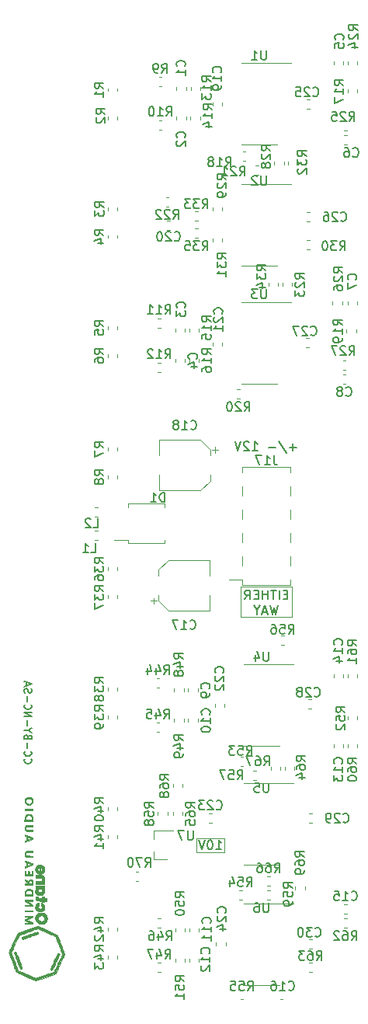
<source format=gbr>
G04 #@! TF.GenerationSoftware,KiCad,Pcbnew,(5.1.2)-2*
G04 #@! TF.CreationDate,2021-07-18T13:36:31+02:00*
G04 #@! TF.ProjectId,Octal,4f637461-6c2e-46b6-9963-61645f706362,1.0.0*
G04 #@! TF.SameCoordinates,Original*
G04 #@! TF.FileFunction,Legend,Bot*
G04 #@! TF.FilePolarity,Positive*
%FSLAX46Y46*%
G04 Gerber Fmt 4.6, Leading zero omitted, Abs format (unit mm)*
G04 Created by KiCad (PCBNEW (5.1.2)-2) date 2021-07-18 13:36:31*
%MOMM*%
%LPD*%
G04 APERTURE LIST*
%ADD10C,0.150000*%
%ADD11C,0.120000*%
%ADD12C,0.010000*%
G04 APERTURE END LIST*
D10*
X168116285Y-124700809D02*
X168078190Y-124738904D01*
X168040095Y-124853190D01*
X168040095Y-124929380D01*
X168078190Y-125043666D01*
X168154380Y-125119857D01*
X168230571Y-125157952D01*
X168382952Y-125196047D01*
X168497238Y-125196047D01*
X168649619Y-125157952D01*
X168725809Y-125119857D01*
X168802000Y-125043666D01*
X168840095Y-124929380D01*
X168840095Y-124853190D01*
X168802000Y-124738904D01*
X168763904Y-124700809D01*
X168116285Y-123900809D02*
X168078190Y-123938904D01*
X168040095Y-124053190D01*
X168040095Y-124129380D01*
X168078190Y-124243666D01*
X168154380Y-124319857D01*
X168230571Y-124357952D01*
X168382952Y-124396047D01*
X168497238Y-124396047D01*
X168649619Y-124357952D01*
X168725809Y-124319857D01*
X168802000Y-124243666D01*
X168840095Y-124129380D01*
X168840095Y-124053190D01*
X168802000Y-123938904D01*
X168763904Y-123900809D01*
X168344857Y-123557952D02*
X168344857Y-122948428D01*
X168459142Y-122300809D02*
X168421047Y-122186523D01*
X168382952Y-122148428D01*
X168306761Y-122110333D01*
X168192476Y-122110333D01*
X168116285Y-122148428D01*
X168078190Y-122186523D01*
X168040095Y-122262714D01*
X168040095Y-122567476D01*
X168840095Y-122567476D01*
X168840095Y-122300809D01*
X168802000Y-122224619D01*
X168763904Y-122186523D01*
X168687714Y-122148428D01*
X168611523Y-122148428D01*
X168535333Y-122186523D01*
X168497238Y-122224619D01*
X168459142Y-122300809D01*
X168459142Y-122567476D01*
X168421047Y-121615095D02*
X168040095Y-121615095D01*
X168840095Y-121881761D02*
X168421047Y-121615095D01*
X168840095Y-121348428D01*
X168344857Y-121081761D02*
X168344857Y-120472238D01*
X168040095Y-120091285D02*
X168840095Y-120091285D01*
X168040095Y-119634142D01*
X168840095Y-119634142D01*
X168116285Y-118796047D02*
X168078190Y-118834142D01*
X168040095Y-118948428D01*
X168040095Y-119024619D01*
X168078190Y-119138904D01*
X168154380Y-119215095D01*
X168230571Y-119253190D01*
X168382952Y-119291285D01*
X168497238Y-119291285D01*
X168649619Y-119253190D01*
X168725809Y-119215095D01*
X168802000Y-119138904D01*
X168840095Y-119024619D01*
X168840095Y-118948428D01*
X168802000Y-118834142D01*
X168763904Y-118796047D01*
X168344857Y-118453190D02*
X168344857Y-117843666D01*
X168078190Y-117500809D02*
X168040095Y-117386523D01*
X168040095Y-117196047D01*
X168078190Y-117119857D01*
X168116285Y-117081761D01*
X168192476Y-117043666D01*
X168268666Y-117043666D01*
X168344857Y-117081761D01*
X168382952Y-117119857D01*
X168421047Y-117196047D01*
X168459142Y-117348428D01*
X168497238Y-117424619D01*
X168535333Y-117462714D01*
X168611523Y-117500809D01*
X168687714Y-117500809D01*
X168763904Y-117462714D01*
X168802000Y-117424619D01*
X168840095Y-117348428D01*
X168840095Y-117157952D01*
X168802000Y-117043666D01*
X168268666Y-116738904D02*
X168268666Y-116357952D01*
X168040095Y-116815095D02*
X168840095Y-116548428D01*
X168040095Y-116281761D01*
D11*
X189865000Y-133350000D02*
X189611000Y-133350000D01*
X189865000Y-134874000D02*
X189865000Y-133350000D01*
X186817000Y-134874000D02*
X189865000Y-134874000D01*
X186817000Y-133350000D02*
X186817000Y-134874000D01*
X189611000Y-133350000D02*
X186817000Y-133350000D01*
D10*
X188960047Y-134564380D02*
X189531476Y-134564380D01*
X189245761Y-134564380D02*
X189245761Y-133564380D01*
X189341000Y-133707238D01*
X189436238Y-133802476D01*
X189531476Y-133850095D01*
X188341000Y-133564380D02*
X188245761Y-133564380D01*
X188150523Y-133612000D01*
X188102904Y-133659619D01*
X188055285Y-133754857D01*
X188007666Y-133945333D01*
X188007666Y-134183428D01*
X188055285Y-134373904D01*
X188102904Y-134469142D01*
X188150523Y-134516761D01*
X188245761Y-134564380D01*
X188341000Y-134564380D01*
X188436238Y-134516761D01*
X188483857Y-134469142D01*
X188531476Y-134373904D01*
X188579095Y-134183428D01*
X188579095Y-133945333D01*
X188531476Y-133754857D01*
X188483857Y-133659619D01*
X188436238Y-133612000D01*
X188341000Y-133564380D01*
X187721952Y-133564380D02*
X187388619Y-134564380D01*
X187055285Y-133564380D01*
X197722714Y-90749428D02*
X196960809Y-90749428D01*
X197341761Y-91130380D02*
X197341761Y-90368476D01*
X195770333Y-90082761D02*
X196627476Y-91368476D01*
X195437000Y-90749428D02*
X194675095Y-90749428D01*
X192913190Y-91130380D02*
X193484619Y-91130380D01*
X193198904Y-91130380D02*
X193198904Y-90130380D01*
X193294142Y-90273238D01*
X193389380Y-90368476D01*
X193484619Y-90416095D01*
X192532238Y-90225619D02*
X192484619Y-90178000D01*
X192389380Y-90130380D01*
X192151285Y-90130380D01*
X192056047Y-90178000D01*
X192008428Y-90225619D01*
X191960809Y-90320857D01*
X191960809Y-90416095D01*
X192008428Y-90558952D01*
X192579857Y-91130380D01*
X191960809Y-91130380D01*
X191675095Y-90130380D02*
X191341761Y-91130380D01*
X191008428Y-90130380D01*
D11*
X197231000Y-109220000D02*
X197231000Y-105918000D01*
X191643000Y-109220000D02*
X197231000Y-109220000D01*
X191643000Y-105918000D02*
X191643000Y-109220000D01*
X197231000Y-105918000D02*
X191643000Y-105918000D01*
D10*
X196746523Y-106799571D02*
X196413190Y-106799571D01*
X196270333Y-107323380D02*
X196746523Y-107323380D01*
X196746523Y-106323380D01*
X196270333Y-106323380D01*
X195841761Y-107323380D02*
X195841761Y-106323380D01*
X195508428Y-106323380D02*
X194937000Y-106323380D01*
X195222714Y-107323380D02*
X195222714Y-106323380D01*
X194603666Y-107323380D02*
X194603666Y-106323380D01*
X194603666Y-106799571D02*
X194032238Y-106799571D01*
X194032238Y-107323380D02*
X194032238Y-106323380D01*
X193556047Y-106799571D02*
X193222714Y-106799571D01*
X193079857Y-107323380D02*
X193556047Y-107323380D01*
X193556047Y-106323380D01*
X193079857Y-106323380D01*
X192079857Y-107323380D02*
X192413190Y-106847190D01*
X192651285Y-107323380D02*
X192651285Y-106323380D01*
X192270333Y-106323380D01*
X192175095Y-106371000D01*
X192127476Y-106418619D01*
X192079857Y-106513857D01*
X192079857Y-106656714D01*
X192127476Y-106751952D01*
X192175095Y-106799571D01*
X192270333Y-106847190D01*
X192651285Y-106847190D01*
X195722714Y-107973380D02*
X195484619Y-108973380D01*
X195294142Y-108259095D01*
X195103666Y-108973380D01*
X194865571Y-107973380D01*
X194532238Y-108687666D02*
X194056047Y-108687666D01*
X194627476Y-108973380D02*
X194294142Y-107973380D01*
X193960809Y-108973380D01*
X193437000Y-108497190D02*
X193437000Y-108973380D01*
X193770333Y-107973380D02*
X193437000Y-108497190D01*
X193103666Y-107973380D01*
D12*
G36*
X171856343Y-145912887D02*
G01*
X171813265Y-145873005D01*
X171755935Y-145862521D01*
X171698229Y-145885958D01*
X171683194Y-145909286D01*
X171652663Y-145966206D01*
X171608939Y-146051898D01*
X171554320Y-146161540D01*
X171491106Y-146290315D01*
X171421599Y-146433400D01*
X171348097Y-146585977D01*
X171272902Y-146743226D01*
X171198313Y-146900325D01*
X171126631Y-147052456D01*
X171060156Y-147194798D01*
X171001188Y-147322531D01*
X170952026Y-147430835D01*
X170914972Y-147514890D01*
X170892325Y-147569876D01*
X170886705Y-147586521D01*
X170893274Y-147643421D01*
X170918999Y-147677999D01*
X170978342Y-147716457D01*
X171035821Y-147713614D01*
X171076371Y-147683382D01*
X171095039Y-147653585D01*
X171128511Y-147590671D01*
X171174501Y-147499538D01*
X171230724Y-147385084D01*
X171294892Y-147252205D01*
X171364720Y-147105798D01*
X171437922Y-146950762D01*
X171512212Y-146791993D01*
X171585304Y-146634390D01*
X171654912Y-146482848D01*
X171718749Y-146342266D01*
X171774530Y-146217540D01*
X171819969Y-146113569D01*
X171852779Y-146035249D01*
X171870675Y-145987477D01*
X171873333Y-145976074D01*
X171856343Y-145912887D01*
X171856343Y-145912887D01*
G37*
X171856343Y-145912887D02*
X171813265Y-145873005D01*
X171755935Y-145862521D01*
X171698229Y-145885958D01*
X171683194Y-145909286D01*
X171652663Y-145966206D01*
X171608939Y-146051898D01*
X171554320Y-146161540D01*
X171491106Y-146290315D01*
X171421599Y-146433400D01*
X171348097Y-146585977D01*
X171272902Y-146743226D01*
X171198313Y-146900325D01*
X171126631Y-147052456D01*
X171060156Y-147194798D01*
X171001188Y-147322531D01*
X170952026Y-147430835D01*
X170914972Y-147514890D01*
X170892325Y-147569876D01*
X170886705Y-147586521D01*
X170893274Y-147643421D01*
X170918999Y-147677999D01*
X170978342Y-147716457D01*
X171035821Y-147713614D01*
X171076371Y-147683382D01*
X171095039Y-147653585D01*
X171128511Y-147590671D01*
X171174501Y-147499538D01*
X171230724Y-147385084D01*
X171294892Y-147252205D01*
X171364720Y-147105798D01*
X171437922Y-146950762D01*
X171512212Y-146791993D01*
X171585304Y-146634390D01*
X171654912Y-146482848D01*
X171718749Y-146342266D01*
X171774530Y-146217540D01*
X171819969Y-146113569D01*
X171852779Y-146035249D01*
X171870675Y-145987477D01*
X171873333Y-145976074D01*
X171856343Y-145912887D01*
G36*
X169550440Y-143620872D02*
G01*
X169513781Y-143573495D01*
X169461079Y-143552459D01*
X169456486Y-143552333D01*
X169428656Y-143559268D01*
X169366288Y-143578844D01*
X169274580Y-143609221D01*
X169158731Y-143648557D01*
X169023940Y-143695010D01*
X168875406Y-143746739D01*
X168718326Y-143801903D01*
X168557899Y-143858659D01*
X168399325Y-143915167D01*
X168247801Y-143969586D01*
X168108527Y-144020073D01*
X167986700Y-144064787D01*
X167887519Y-144101887D01*
X167816183Y-144129531D01*
X167777891Y-144145878D01*
X167773296Y-144148558D01*
X167749776Y-144192103D01*
X167749357Y-144250944D01*
X167770785Y-144305753D01*
X167784542Y-144321636D01*
X167821652Y-144348662D01*
X167842750Y-144356486D01*
X167871431Y-144349401D01*
X167934090Y-144329553D01*
X168025666Y-144298774D01*
X168141103Y-144258897D01*
X168275341Y-144211755D01*
X168423322Y-144159180D01*
X168579988Y-144103007D01*
X168740280Y-144045067D01*
X168899140Y-143987193D01*
X169051510Y-143931218D01*
X169192331Y-143878975D01*
X169316545Y-143832297D01*
X169419093Y-143793016D01*
X169494917Y-143762966D01*
X169538958Y-143743979D01*
X169548066Y-143738596D01*
X169564165Y-143680576D01*
X169550440Y-143620872D01*
X169550440Y-143620872D01*
G37*
X169550440Y-143620872D02*
X169513781Y-143573495D01*
X169461079Y-143552459D01*
X169456486Y-143552333D01*
X169428656Y-143559268D01*
X169366288Y-143578844D01*
X169274580Y-143609221D01*
X169158731Y-143648557D01*
X169023940Y-143695010D01*
X168875406Y-143746739D01*
X168718326Y-143801903D01*
X168557899Y-143858659D01*
X168399325Y-143915167D01*
X168247801Y-143969586D01*
X168108527Y-144020073D01*
X167986700Y-144064787D01*
X167887519Y-144101887D01*
X167816183Y-144129531D01*
X167777891Y-144145878D01*
X167773296Y-144148558D01*
X167749776Y-144192103D01*
X167749357Y-144250944D01*
X167770785Y-144305753D01*
X167784542Y-144321636D01*
X167821652Y-144348662D01*
X167842750Y-144356486D01*
X167871431Y-144349401D01*
X167934090Y-144329553D01*
X168025666Y-144298774D01*
X168141103Y-144258897D01*
X168275341Y-144211755D01*
X168423322Y-144159180D01*
X168579988Y-144103007D01*
X168740280Y-144045067D01*
X168899140Y-143987193D01*
X169051510Y-143931218D01*
X169192331Y-143878975D01*
X169316545Y-143832297D01*
X169419093Y-143793016D01*
X169494917Y-143762966D01*
X169538958Y-143743979D01*
X169548066Y-143738596D01*
X169564165Y-143680576D01*
X169550440Y-143620872D01*
G36*
X167766910Y-147466817D02*
G01*
X167754778Y-147407852D01*
X167732059Y-147328794D01*
X167697937Y-147226128D01*
X167651593Y-147096343D01*
X167592211Y-146935926D01*
X167518973Y-146741365D01*
X167473614Y-146621500D01*
X167390403Y-146402370D01*
X167320294Y-146219917D01*
X167261655Y-146071130D01*
X167212851Y-145953000D01*
X167172251Y-145862516D01*
X167138222Y-145796670D01*
X167109132Y-145752450D01*
X167083346Y-145726847D01*
X167059234Y-145716851D01*
X167035162Y-145719452D01*
X167009496Y-145731641D01*
X166995628Y-145740343D01*
X166954158Y-145782272D01*
X166943432Y-145841826D01*
X166943489Y-145844113D01*
X166951304Y-145878423D01*
X166972769Y-145947591D01*
X167006252Y-146046995D01*
X167050124Y-146172012D01*
X167102753Y-146318021D01*
X167162510Y-146480400D01*
X167227763Y-146654528D01*
X167251354Y-146716750D01*
X167318971Y-146892961D01*
X167383410Y-147057857D01*
X167442844Y-147206980D01*
X167495443Y-147335870D01*
X167539378Y-147440070D01*
X167572822Y-147515120D01*
X167593945Y-147556562D01*
X167598157Y-147562372D01*
X167637894Y-147590390D01*
X167683377Y-147587709D01*
X167697374Y-147583161D01*
X167725916Y-147571981D01*
X167747958Y-147558269D01*
X167762682Y-147538513D01*
X167769272Y-147509200D01*
X167766910Y-147466817D01*
X167766910Y-147466817D01*
G37*
X167766910Y-147466817D02*
X167754778Y-147407852D01*
X167732059Y-147328794D01*
X167697937Y-147226128D01*
X167651593Y-147096343D01*
X167592211Y-146935926D01*
X167518973Y-146741365D01*
X167473614Y-146621500D01*
X167390403Y-146402370D01*
X167320294Y-146219917D01*
X167261655Y-146071130D01*
X167212851Y-145953000D01*
X167172251Y-145862516D01*
X167138222Y-145796670D01*
X167109132Y-145752450D01*
X167083346Y-145726847D01*
X167059234Y-145716851D01*
X167035162Y-145719452D01*
X167009496Y-145731641D01*
X166995628Y-145740343D01*
X166954158Y-145782272D01*
X166943432Y-145841826D01*
X166943489Y-145844113D01*
X166951304Y-145878423D01*
X166972769Y-145947591D01*
X167006252Y-146046995D01*
X167050124Y-146172012D01*
X167102753Y-146318021D01*
X167162510Y-146480400D01*
X167227763Y-146654528D01*
X167251354Y-146716750D01*
X167318971Y-146892961D01*
X167383410Y-147057857D01*
X167442844Y-147206980D01*
X167495443Y-147335870D01*
X167539378Y-147440070D01*
X167572822Y-147515120D01*
X167593945Y-147556562D01*
X167598157Y-147562372D01*
X167637894Y-147590390D01*
X167683377Y-147587709D01*
X167697374Y-147583161D01*
X167725916Y-147571981D01*
X167747958Y-147558269D01*
X167762682Y-147538513D01*
X167769272Y-147509200D01*
X167766910Y-147466817D01*
G36*
X170239692Y-137620255D02*
G01*
X170216575Y-137562578D01*
X170175506Y-137507366D01*
X170175039Y-137506833D01*
X170129181Y-137459080D01*
X170082217Y-137423079D01*
X170027164Y-137396975D01*
X169957042Y-137378912D01*
X169864870Y-137367036D01*
X169743668Y-137359491D01*
X169603208Y-137354849D01*
X169248666Y-137345615D01*
X169248666Y-137668000D01*
X169529125Y-137668033D01*
X169678562Y-137671064D01*
X169791392Y-137681159D01*
X169872980Y-137699879D01*
X169928693Y-137728785D01*
X169963896Y-137769441D01*
X169976787Y-137798309D01*
X169982095Y-137869527D01*
X169958519Y-137943269D01*
X169913076Y-138000837D01*
X169896638Y-138011930D01*
X169857907Y-138022206D01*
X169784627Y-138031603D01*
X169684583Y-138039374D01*
X169565558Y-138044770D01*
X169550291Y-138045225D01*
X169248666Y-138053707D01*
X169248666Y-138345333D01*
X170243500Y-138345333D01*
X170243500Y-138049000D01*
X170164125Y-138048356D01*
X170116342Y-138045747D01*
X170106344Y-138037601D01*
X170120146Y-138027059D01*
X170168146Y-137981091D01*
X170210821Y-137910205D01*
X170238928Y-137831633D01*
X170244620Y-137795000D01*
X170247994Y-137693396D01*
X170239692Y-137620255D01*
X170239692Y-137620255D01*
G37*
X170239692Y-137620255D02*
X170216575Y-137562578D01*
X170175506Y-137507366D01*
X170175039Y-137506833D01*
X170129181Y-137459080D01*
X170082217Y-137423079D01*
X170027164Y-137396975D01*
X169957042Y-137378912D01*
X169864870Y-137367036D01*
X169743668Y-137359491D01*
X169603208Y-137354849D01*
X169248666Y-137345615D01*
X169248666Y-137668000D01*
X169529125Y-137668033D01*
X169678562Y-137671064D01*
X169791392Y-137681159D01*
X169872980Y-137699879D01*
X169928693Y-137728785D01*
X169963896Y-137769441D01*
X169976787Y-137798309D01*
X169982095Y-137869527D01*
X169958519Y-137943269D01*
X169913076Y-138000837D01*
X169896638Y-138011930D01*
X169857907Y-138022206D01*
X169784627Y-138031603D01*
X169684583Y-138039374D01*
X169565558Y-138044770D01*
X169550291Y-138045225D01*
X169248666Y-138053707D01*
X169248666Y-138345333D01*
X170243500Y-138345333D01*
X170243500Y-138049000D01*
X170164125Y-138048356D01*
X170116342Y-138045747D01*
X170106344Y-138037601D01*
X170120146Y-138027059D01*
X170168146Y-137981091D01*
X170210821Y-137910205D01*
X170238928Y-137831633D01*
X170244620Y-137795000D01*
X170247994Y-137693396D01*
X170239692Y-137620255D01*
G36*
X170243500Y-139869333D02*
G01*
X170243500Y-139678833D01*
X169968333Y-139678833D01*
X169968333Y-139870814D01*
X169751375Y-139864782D01*
X169534416Y-139858750D01*
X169527908Y-139768791D01*
X169521399Y-139678833D01*
X169248666Y-139678833D01*
X169248746Y-139821708D01*
X169254078Y-139922420D01*
X169271672Y-139995115D01*
X169290068Y-140032225D01*
X169328735Y-140087643D01*
X169371631Y-140127195D01*
X169426752Y-140153780D01*
X169502093Y-140170294D01*
X169605649Y-140179635D01*
X169708083Y-140183718D01*
X169968333Y-140191186D01*
X169968333Y-140313833D01*
X170243500Y-140313833D01*
X170243500Y-140250333D01*
X170245455Y-140214031D01*
X170258266Y-140195136D01*
X170292353Y-140187965D01*
X170358136Y-140186833D01*
X170476333Y-140186833D01*
X170476333Y-139869333D01*
X170243500Y-139869333D01*
X170243500Y-139869333D01*
G37*
X170243500Y-139869333D02*
X170243500Y-139678833D01*
X169968333Y-139678833D01*
X169968333Y-139870814D01*
X169751375Y-139864782D01*
X169534416Y-139858750D01*
X169527908Y-139768791D01*
X169521399Y-139678833D01*
X169248666Y-139678833D01*
X169248746Y-139821708D01*
X169254078Y-139922420D01*
X169271672Y-139995115D01*
X169290068Y-140032225D01*
X169328735Y-140087643D01*
X169371631Y-140127195D01*
X169426752Y-140153780D01*
X169502093Y-140170294D01*
X169605649Y-140179635D01*
X169708083Y-140183718D01*
X169968333Y-140191186D01*
X169968333Y-140313833D01*
X170243500Y-140313833D01*
X170243500Y-140250333D01*
X170245455Y-140214031D01*
X170258266Y-140195136D01*
X170292353Y-140187965D01*
X170358136Y-140186833D01*
X170476333Y-140186833D01*
X170476333Y-139869333D01*
X170243500Y-139869333D01*
G36*
X170231215Y-136571650D02*
G01*
X170174708Y-136454405D01*
X170090044Y-136358985D01*
X169981176Y-136290559D01*
X169852057Y-136254297D01*
X169784261Y-136249833D01*
X169672000Y-136249833D01*
X169672000Y-136930019D01*
X169624375Y-136915506D01*
X169547486Y-136874441D01*
X169502244Y-136812424D01*
X169492477Y-136737631D01*
X169512018Y-136675549D01*
X169543733Y-136629009D01*
X169575922Y-136602330D01*
X169575967Y-136602312D01*
X169594153Y-136576429D01*
X169605950Y-136523274D01*
X169611360Y-136454977D01*
X169610385Y-136383667D01*
X169603028Y-136321474D01*
X169589291Y-136280527D01*
X169575907Y-136271000D01*
X169528092Y-136282766D01*
X169463828Y-136312190D01*
X169399702Y-136350456D01*
X169352301Y-136388753D01*
X169350372Y-136390836D01*
X169288802Y-136486093D01*
X169247761Y-136605387D01*
X169229904Y-136734384D01*
X169237883Y-136858749D01*
X169253039Y-136916583D01*
X169315657Y-137035478D01*
X169408463Y-137128573D01*
X169526123Y-137193097D01*
X169663305Y-137226279D01*
X169814674Y-137225348D01*
X169831801Y-137222960D01*
X169831801Y-136927166D01*
X169826543Y-136907622D01*
X169822522Y-136855466D01*
X169820366Y-136780419D01*
X169820166Y-136747250D01*
X169821824Y-136655214D01*
X169827483Y-136598977D01*
X169838178Y-136572110D01*
X169849062Y-136567333D01*
X169884686Y-136579619D01*
X169931376Y-136609372D01*
X169933729Y-136611203D01*
X169976895Y-136670109D01*
X169991730Y-136748735D01*
X169976351Y-136830968D01*
X169950607Y-136861242D01*
X169904366Y-136895364D01*
X169856231Y-136920955D01*
X169831801Y-136927166D01*
X169831801Y-137222960D01*
X169840441Y-137221755D01*
X169984833Y-137182541D01*
X170097951Y-137115002D01*
X170180758Y-137018255D01*
X170234219Y-136891412D01*
X170243946Y-136850935D01*
X170255612Y-136705550D01*
X170231215Y-136571650D01*
X170231215Y-136571650D01*
G37*
X170231215Y-136571650D02*
X170174708Y-136454405D01*
X170090044Y-136358985D01*
X169981176Y-136290559D01*
X169852057Y-136254297D01*
X169784261Y-136249833D01*
X169672000Y-136249833D01*
X169672000Y-136930019D01*
X169624375Y-136915506D01*
X169547486Y-136874441D01*
X169502244Y-136812424D01*
X169492477Y-136737631D01*
X169512018Y-136675549D01*
X169543733Y-136629009D01*
X169575922Y-136602330D01*
X169575967Y-136602312D01*
X169594153Y-136576429D01*
X169605950Y-136523274D01*
X169611360Y-136454977D01*
X169610385Y-136383667D01*
X169603028Y-136321474D01*
X169589291Y-136280527D01*
X169575907Y-136271000D01*
X169528092Y-136282766D01*
X169463828Y-136312190D01*
X169399702Y-136350456D01*
X169352301Y-136388753D01*
X169350372Y-136390836D01*
X169288802Y-136486093D01*
X169247761Y-136605387D01*
X169229904Y-136734384D01*
X169237883Y-136858749D01*
X169253039Y-136916583D01*
X169315657Y-137035478D01*
X169408463Y-137128573D01*
X169526123Y-137193097D01*
X169663305Y-137226279D01*
X169814674Y-137225348D01*
X169831801Y-137222960D01*
X169831801Y-136927166D01*
X169826543Y-136907622D01*
X169822522Y-136855466D01*
X169820366Y-136780419D01*
X169820166Y-136747250D01*
X169821824Y-136655214D01*
X169827483Y-136598977D01*
X169838178Y-136572110D01*
X169849062Y-136567333D01*
X169884686Y-136579619D01*
X169931376Y-136609372D01*
X169933729Y-136611203D01*
X169976895Y-136670109D01*
X169991730Y-136748735D01*
X169976351Y-136830968D01*
X169950607Y-136861242D01*
X169904366Y-136895364D01*
X169856231Y-136920955D01*
X169831801Y-136927166D01*
X169831801Y-137222960D01*
X169840441Y-137221755D01*
X169984833Y-137182541D01*
X170097951Y-137115002D01*
X170180758Y-137018255D01*
X170234219Y-136891412D01*
X170243946Y-136850935D01*
X170255612Y-136705550D01*
X170231215Y-136571650D01*
G36*
X170246793Y-139060326D02*
G01*
X170202324Y-138958798D01*
X170165873Y-138913135D01*
X170108580Y-138853333D01*
X170243500Y-138853333D01*
X170243500Y-138535833D01*
X169248666Y-138535833D01*
X169248666Y-138853333D01*
X169316876Y-138853333D01*
X169361582Y-138854662D01*
X169368565Y-138862630D01*
X169342433Y-138883208D01*
X169340802Y-138884351D01*
X169279593Y-138951382D01*
X169242155Y-139043518D01*
X169230015Y-139149846D01*
X169244700Y-139259452D01*
X169276768Y-139342129D01*
X169350240Y-139442227D01*
X169450456Y-139512714D01*
X169579890Y-139554940D01*
X169691198Y-139568523D01*
X169783491Y-139568477D01*
X169783491Y-139248959D01*
X169678649Y-139247333D01*
X169595990Y-139212928D01*
X169539683Y-139147546D01*
X169537163Y-139142532D01*
X169515624Y-139056135D01*
X169536081Y-138973702D01*
X169572330Y-138922449D01*
X169640781Y-138873408D01*
X169720995Y-138854906D01*
X169803290Y-138863769D01*
X169877983Y-138896823D01*
X169935394Y-138950895D01*
X169965838Y-139022809D01*
X169968333Y-139052274D01*
X169949472Y-139138605D01*
X169896370Y-139204055D01*
X169814246Y-139243071D01*
X169783491Y-139248959D01*
X169783491Y-139568477D01*
X169832329Y-139568452D01*
X169946215Y-139548092D01*
X170044110Y-139504751D01*
X170091844Y-139472678D01*
X170178244Y-139385735D01*
X170233623Y-139282334D01*
X170256849Y-139171018D01*
X170246793Y-139060326D01*
X170246793Y-139060326D01*
G37*
X170246793Y-139060326D02*
X170202324Y-138958798D01*
X170165873Y-138913135D01*
X170108580Y-138853333D01*
X170243500Y-138853333D01*
X170243500Y-138535833D01*
X169248666Y-138535833D01*
X169248666Y-138853333D01*
X169316876Y-138853333D01*
X169361582Y-138854662D01*
X169368565Y-138862630D01*
X169342433Y-138883208D01*
X169340802Y-138884351D01*
X169279593Y-138951382D01*
X169242155Y-139043518D01*
X169230015Y-139149846D01*
X169244700Y-139259452D01*
X169276768Y-139342129D01*
X169350240Y-139442227D01*
X169450456Y-139512714D01*
X169579890Y-139554940D01*
X169691198Y-139568523D01*
X169783491Y-139568477D01*
X169783491Y-139248959D01*
X169678649Y-139247333D01*
X169595990Y-139212928D01*
X169539683Y-139147546D01*
X169537163Y-139142532D01*
X169515624Y-139056135D01*
X169536081Y-138973702D01*
X169572330Y-138922449D01*
X169640781Y-138873408D01*
X169720995Y-138854906D01*
X169803290Y-138863769D01*
X169877983Y-138896823D01*
X169935394Y-138950895D01*
X169965838Y-139022809D01*
X169968333Y-139052274D01*
X169949472Y-139138605D01*
X169896370Y-139204055D01*
X169814246Y-139243071D01*
X169783491Y-139248959D01*
X169783491Y-139568477D01*
X169832329Y-139568452D01*
X169946215Y-139548092D01*
X170044110Y-139504751D01*
X170091844Y-139472678D01*
X170178244Y-139385735D01*
X170233623Y-139282334D01*
X170256849Y-139171018D01*
X170246793Y-139060326D01*
G36*
X170243745Y-140745683D02*
G01*
X170206189Y-140631540D01*
X170140818Y-140531299D01*
X170046992Y-140451949D01*
X170004012Y-140428852D01*
X169939356Y-140400752D01*
X169888205Y-140382101D01*
X169867791Y-140377540D01*
X169853384Y-140391870D01*
X169844843Y-140438158D01*
X169841457Y-140520940D01*
X169841333Y-140546666D01*
X169843221Y-140636102D01*
X169849582Y-140689577D01*
X169861466Y-140713325D01*
X169869803Y-140716000D01*
X169916765Y-140734274D01*
X169949383Y-140780701D01*
X169964798Y-140842692D01*
X169960152Y-140907653D01*
X169932589Y-140962995D01*
X169927180Y-140968819D01*
X169858801Y-141011235D01*
X169771885Y-141029987D01*
X169680540Y-141025556D01*
X169598875Y-140998426D01*
X169545917Y-140955775D01*
X169509420Y-140891269D01*
X169510993Y-140832387D01*
X169551515Y-140770414D01*
X169566166Y-140755077D01*
X169599094Y-140718860D01*
X169618125Y-140683740D01*
X169627030Y-140636621D01*
X169629578Y-140564405D01*
X169629666Y-140534455D01*
X169628168Y-140448229D01*
X169619470Y-140398947D01*
X169597274Y-140381227D01*
X169555278Y-140389690D01*
X169491902Y-140416809D01*
X169384147Y-140487714D01*
X169302135Y-140586619D01*
X169248737Y-140705900D01*
X169226827Y-140837931D01*
X169239277Y-140975087D01*
X169257619Y-141038599D01*
X169302359Y-141139162D01*
X169359434Y-141212243D01*
X169440806Y-141272694D01*
X169451177Y-141278872D01*
X169555318Y-141321434D01*
X169681212Y-141345204D01*
X169811792Y-141348277D01*
X169920986Y-141331299D01*
X170036815Y-141280442D01*
X170128687Y-141201573D01*
X170195959Y-141101676D01*
X170237987Y-140987738D01*
X170254130Y-140866745D01*
X170243745Y-140745683D01*
X170243745Y-140745683D01*
G37*
X170243745Y-140745683D02*
X170206189Y-140631540D01*
X170140818Y-140531299D01*
X170046992Y-140451949D01*
X170004012Y-140428852D01*
X169939356Y-140400752D01*
X169888205Y-140382101D01*
X169867791Y-140377540D01*
X169853384Y-140391870D01*
X169844843Y-140438158D01*
X169841457Y-140520940D01*
X169841333Y-140546666D01*
X169843221Y-140636102D01*
X169849582Y-140689577D01*
X169861466Y-140713325D01*
X169869803Y-140716000D01*
X169916765Y-140734274D01*
X169949383Y-140780701D01*
X169964798Y-140842692D01*
X169960152Y-140907653D01*
X169932589Y-140962995D01*
X169927180Y-140968819D01*
X169858801Y-141011235D01*
X169771885Y-141029987D01*
X169680540Y-141025556D01*
X169598875Y-140998426D01*
X169545917Y-140955775D01*
X169509420Y-140891269D01*
X169510993Y-140832387D01*
X169551515Y-140770414D01*
X169566166Y-140755077D01*
X169599094Y-140718860D01*
X169618125Y-140683740D01*
X169627030Y-140636621D01*
X169629578Y-140564405D01*
X169629666Y-140534455D01*
X169628168Y-140448229D01*
X169619470Y-140398947D01*
X169597274Y-140381227D01*
X169555278Y-140389690D01*
X169491902Y-140416809D01*
X169384147Y-140487714D01*
X169302135Y-140586619D01*
X169248737Y-140705900D01*
X169226827Y-140837931D01*
X169239277Y-140975087D01*
X169257619Y-141038599D01*
X169302359Y-141139162D01*
X169359434Y-141212243D01*
X169440806Y-141272694D01*
X169451177Y-141278872D01*
X169555318Y-141321434D01*
X169681212Y-141345204D01*
X169811792Y-141348277D01*
X169920986Y-141331299D01*
X170036815Y-141280442D01*
X170128687Y-141201573D01*
X170195959Y-141101676D01*
X170237987Y-140987738D01*
X170254130Y-140866745D01*
X170243745Y-140745683D01*
G36*
X170503519Y-141920301D02*
G01*
X170450760Y-141781578D01*
X170365995Y-141659340D01*
X170251225Y-141560179D01*
X170193501Y-141526457D01*
X170061871Y-141479312D01*
X169912241Y-141458627D01*
X169760255Y-141465171D01*
X169624615Y-141498546D01*
X169487237Y-141571508D01*
X169376438Y-141673405D01*
X169294900Y-141798227D01*
X169245301Y-141939967D01*
X169230324Y-142092617D01*
X169252649Y-142250168D01*
X169267518Y-142298935D01*
X169336587Y-142437731D01*
X169437046Y-142549885D01*
X169565570Y-142632982D01*
X169718831Y-142684609D01*
X169818888Y-142699277D01*
X169894250Y-142697659D01*
X169894250Y-142387584D01*
X169785412Y-142373949D01*
X169685610Y-142335683D01*
X169604301Y-142278547D01*
X169550944Y-142208303D01*
X169537781Y-142170438D01*
X169533188Y-142083727D01*
X169548936Y-141989956D01*
X169580945Y-141911134D01*
X169587800Y-141900677D01*
X169660048Y-141833274D01*
X169755453Y-141791823D01*
X169863546Y-141776559D01*
X169973858Y-141787717D01*
X170075917Y-141825535D01*
X170157078Y-141887859D01*
X170200046Y-141962204D01*
X170218923Y-142055951D01*
X170212611Y-142152960D01*
X170180741Y-142235939D01*
X170121565Y-142298587D01*
X170037163Y-142350264D01*
X169944595Y-142381938D01*
X169894250Y-142387584D01*
X169894250Y-142697659D01*
X169991189Y-142695576D01*
X170144998Y-142655025D01*
X170277853Y-142578912D01*
X170387292Y-142468524D01*
X170449724Y-142369480D01*
X170505004Y-142220844D01*
X170522269Y-142068920D01*
X170503519Y-141920301D01*
X170503519Y-141920301D01*
G37*
X170503519Y-141920301D02*
X170450760Y-141781578D01*
X170365995Y-141659340D01*
X170251225Y-141560179D01*
X170193501Y-141526457D01*
X170061871Y-141479312D01*
X169912241Y-141458627D01*
X169760255Y-141465171D01*
X169624615Y-141498546D01*
X169487237Y-141571508D01*
X169376438Y-141673405D01*
X169294900Y-141798227D01*
X169245301Y-141939967D01*
X169230324Y-142092617D01*
X169252649Y-142250168D01*
X169267518Y-142298935D01*
X169336587Y-142437731D01*
X169437046Y-142549885D01*
X169565570Y-142632982D01*
X169718831Y-142684609D01*
X169818888Y-142699277D01*
X169894250Y-142697659D01*
X169894250Y-142387584D01*
X169785412Y-142373949D01*
X169685610Y-142335683D01*
X169604301Y-142278547D01*
X169550944Y-142208303D01*
X169537781Y-142170438D01*
X169533188Y-142083727D01*
X169548936Y-141989956D01*
X169580945Y-141911134D01*
X169587800Y-141900677D01*
X169660048Y-141833274D01*
X169755453Y-141791823D01*
X169863546Y-141776559D01*
X169973858Y-141787717D01*
X170075917Y-141825535D01*
X170157078Y-141887859D01*
X170200046Y-141962204D01*
X170218923Y-142055951D01*
X170212611Y-142152960D01*
X170180741Y-142235939D01*
X170121565Y-142298587D01*
X170037163Y-142350264D01*
X169944595Y-142381938D01*
X169894250Y-142387584D01*
X169894250Y-142697659D01*
X169991189Y-142695576D01*
X170144998Y-142655025D01*
X170277853Y-142578912D01*
X170387292Y-142468524D01*
X170449724Y-142369480D01*
X170505004Y-142220844D01*
X170522269Y-142068920D01*
X170503519Y-141920301D01*
G36*
X168972770Y-129177596D02*
G01*
X168921287Y-129068063D01*
X168841349Y-128978492D01*
X168737408Y-128913318D01*
X168613913Y-128876979D01*
X168475317Y-128873909D01*
X168415226Y-128883285D01*
X168293327Y-128928046D01*
X168193369Y-129002901D01*
X168119209Y-129100659D01*
X168074704Y-129214129D01*
X168063712Y-129336119D01*
X168090091Y-129459437D01*
X168097029Y-129476500D01*
X168163123Y-129582913D01*
X168252866Y-129662107D01*
X168359302Y-129714380D01*
X168475476Y-129740034D01*
X168522657Y-129739770D01*
X168522657Y-129603467D01*
X168410237Y-129586557D01*
X168311312Y-129539728D01*
X168235852Y-129468943D01*
X168204145Y-129413000D01*
X168193065Y-129344841D01*
X168200643Y-129260810D01*
X168223384Y-129180315D01*
X168256084Y-129124548D01*
X168344854Y-129052434D01*
X168446793Y-129016747D01*
X168522657Y-129010866D01*
X168644533Y-129027411D01*
X168742749Y-129074465D01*
X168813077Y-129148279D01*
X168851288Y-129245110D01*
X168857083Y-129307166D01*
X168838447Y-129415115D01*
X168785355Y-129502119D01*
X168702038Y-129564434D01*
X168592723Y-129598312D01*
X168522657Y-129603467D01*
X168522657Y-129739770D01*
X168594430Y-129739366D01*
X168709210Y-129712677D01*
X168812857Y-129660265D01*
X168898418Y-129582432D01*
X168958934Y-129479475D01*
X168972568Y-129438801D01*
X168991347Y-129302654D01*
X168972770Y-129177596D01*
X168972770Y-129177596D01*
G37*
X168972770Y-129177596D02*
X168921287Y-129068063D01*
X168841349Y-128978492D01*
X168737408Y-128913318D01*
X168613913Y-128876979D01*
X168475317Y-128873909D01*
X168415226Y-128883285D01*
X168293327Y-128928046D01*
X168193369Y-129002901D01*
X168119209Y-129100659D01*
X168074704Y-129214129D01*
X168063712Y-129336119D01*
X168090091Y-129459437D01*
X168097029Y-129476500D01*
X168163123Y-129582913D01*
X168252866Y-129662107D01*
X168359302Y-129714380D01*
X168475476Y-129740034D01*
X168522657Y-129739770D01*
X168522657Y-129603467D01*
X168410237Y-129586557D01*
X168311312Y-129539728D01*
X168235852Y-129468943D01*
X168204145Y-129413000D01*
X168193065Y-129344841D01*
X168200643Y-129260810D01*
X168223384Y-129180315D01*
X168256084Y-129124548D01*
X168344854Y-129052434D01*
X168446793Y-129016747D01*
X168522657Y-129010866D01*
X168644533Y-129027411D01*
X168742749Y-129074465D01*
X168813077Y-129148279D01*
X168851288Y-129245110D01*
X168857083Y-129307166D01*
X168838447Y-129415115D01*
X168785355Y-129502119D01*
X168702038Y-129564434D01*
X168592723Y-129598312D01*
X168522657Y-129603467D01*
X168522657Y-129739770D01*
X168594430Y-129739366D01*
X168709210Y-129712677D01*
X168812857Y-129660265D01*
X168898418Y-129582432D01*
X168958934Y-129479475D01*
X168972568Y-129438801D01*
X168991347Y-129302654D01*
X168972770Y-129177596D01*
G36*
X168063333Y-130175000D02*
G01*
X168063333Y-130302000D01*
X168973500Y-130302000D01*
X168973500Y-130175000D01*
X168063333Y-130175000D01*
X168063333Y-130175000D01*
G37*
X168063333Y-130175000D02*
X168063333Y-130302000D01*
X168973500Y-130302000D01*
X168973500Y-130175000D01*
X168063333Y-130175000D01*
G36*
X168970757Y-131175242D02*
G01*
X168963452Y-131083679D01*
X168952968Y-131013634D01*
X168948895Y-130997371D01*
X168904486Y-130907078D01*
X168833934Y-130825660D01*
X168749995Y-130766103D01*
X168703553Y-130747593D01*
X168597194Y-130729415D01*
X168481565Y-130727586D01*
X168375339Y-130741602D01*
X168322720Y-130757890D01*
X168230498Y-130807725D01*
X168162155Y-130873356D01*
X168114540Y-130960858D01*
X168084499Y-131076304D01*
X168068880Y-131225768D01*
X168067690Y-131249208D01*
X168057784Y-131466166D01*
X168190333Y-131466166D01*
X168190333Y-131339166D01*
X168190798Y-131228041D01*
X168200900Y-131132469D01*
X168226176Y-131041109D01*
X168232417Y-131026243D01*
X168292127Y-130942183D01*
X168377623Y-130885151D01*
X168480160Y-130857688D01*
X168590992Y-130862336D01*
X168686821Y-130894217D01*
X168761337Y-130942593D01*
X168812085Y-131008180D01*
X168843885Y-131099475D01*
X168859042Y-131197925D01*
X168873513Y-131339166D01*
X168190333Y-131339166D01*
X168190333Y-131466166D01*
X168973500Y-131466166D01*
X168973500Y-131272831D01*
X168970757Y-131175242D01*
X168970757Y-131175242D01*
G37*
X168970757Y-131175242D02*
X168963452Y-131083679D01*
X168952968Y-131013634D01*
X168948895Y-130997371D01*
X168904486Y-130907078D01*
X168833934Y-130825660D01*
X168749995Y-130766103D01*
X168703553Y-130747593D01*
X168597194Y-130729415D01*
X168481565Y-130727586D01*
X168375339Y-130741602D01*
X168322720Y-130757890D01*
X168230498Y-130807725D01*
X168162155Y-130873356D01*
X168114540Y-130960858D01*
X168084499Y-131076304D01*
X168068880Y-131225768D01*
X168067690Y-131249208D01*
X168057784Y-131466166D01*
X168190333Y-131466166D01*
X168190333Y-131339166D01*
X168190798Y-131228041D01*
X168200900Y-131132469D01*
X168226176Y-131041109D01*
X168232417Y-131026243D01*
X168292127Y-130942183D01*
X168377623Y-130885151D01*
X168480160Y-130857688D01*
X168590992Y-130862336D01*
X168686821Y-130894217D01*
X168761337Y-130942593D01*
X168812085Y-131008180D01*
X168843885Y-131099475D01*
X168859042Y-131197925D01*
X168873513Y-131339166D01*
X168190333Y-131339166D01*
X168190333Y-131466166D01*
X168973500Y-131466166D01*
X168973500Y-131272831D01*
X168970757Y-131175242D01*
G36*
X168676487Y-132461000D02*
G01*
X168524450Y-132458617D01*
X168409156Y-132450568D01*
X168325239Y-132435507D01*
X168267328Y-132412085D01*
X168230055Y-132378954D01*
X168211365Y-132344229D01*
X168191406Y-132254055D01*
X168208687Y-132178323D01*
X168252205Y-132120705D01*
X168314077Y-132058833D01*
X168973500Y-132058833D01*
X168973500Y-131905609D01*
X168640125Y-131914598D01*
X168500725Y-131919431D01*
X168396647Y-131925856D01*
X168320887Y-131934652D01*
X168266442Y-131946601D01*
X168230842Y-131960227D01*
X168151494Y-132020494D01*
X168096082Y-132107221D01*
X168067535Y-132210119D01*
X168068781Y-132318895D01*
X168100408Y-132418666D01*
X168160207Y-132493195D01*
X168231860Y-132540375D01*
X168272138Y-132558881D01*
X168312981Y-132571893D01*
X168362731Y-132580361D01*
X168429726Y-132585234D01*
X168522306Y-132587464D01*
X168648811Y-132588000D01*
X168973500Y-132588000D01*
X168973500Y-132461000D01*
X168676487Y-132461000D01*
X168676487Y-132461000D01*
G37*
X168676487Y-132461000D02*
X168524450Y-132458617D01*
X168409156Y-132450568D01*
X168325239Y-132435507D01*
X168267328Y-132412085D01*
X168230055Y-132378954D01*
X168211365Y-132344229D01*
X168191406Y-132254055D01*
X168208687Y-132178323D01*
X168252205Y-132120705D01*
X168314077Y-132058833D01*
X168973500Y-132058833D01*
X168973500Y-131905609D01*
X168640125Y-131914598D01*
X168500725Y-131919431D01*
X168396647Y-131925856D01*
X168320887Y-131934652D01*
X168266442Y-131946601D01*
X168230842Y-131960227D01*
X168151494Y-132020494D01*
X168096082Y-132107221D01*
X168067535Y-132210119D01*
X168068781Y-132318895D01*
X168100408Y-132418666D01*
X168160207Y-132493195D01*
X168231860Y-132540375D01*
X168272138Y-132558881D01*
X168312981Y-132571893D01*
X168362731Y-132580361D01*
X168429726Y-132585234D01*
X168522306Y-132587464D01*
X168648811Y-132588000D01*
X168973500Y-132588000D01*
X168973500Y-132461000D01*
X168676487Y-132461000D01*
G36*
X168532254Y-133130940D02*
G01*
X168403666Y-133083966D01*
X168288587Y-133042345D01*
X168192893Y-133008168D01*
X168122460Y-132983525D01*
X168083165Y-132970508D01*
X168077171Y-132969000D01*
X168067831Y-132987560D01*
X168063392Y-133032892D01*
X168063333Y-133039367D01*
X168066765Y-133082523D01*
X168084129Y-133108706D01*
X168126025Y-133128629D01*
X168163875Y-133140958D01*
X168264416Y-133172181D01*
X168264416Y-133549878D01*
X168169166Y-133584919D01*
X168109587Y-133610722D01*
X168079729Y-133638136D01*
X168068123Y-133678547D01*
X168067284Y-133686064D01*
X168068556Y-133731549D01*
X168080661Y-133752070D01*
X168081795Y-133752166D01*
X168107057Y-133745107D01*
X168165933Y-133725347D01*
X168252385Y-133695017D01*
X168360376Y-133656249D01*
X168396300Y-133643136D01*
X168396300Y-133498166D01*
X168388423Y-133478858D01*
X168382852Y-133428339D01*
X168380833Y-133360583D01*
X168382082Y-133290508D01*
X168385349Y-133240952D01*
X168389730Y-133223000D01*
X168412560Y-133229561D01*
X168464141Y-133246707D01*
X168533651Y-133270628D01*
X168610270Y-133297514D01*
X168683178Y-133323558D01*
X168741552Y-133344950D01*
X168774574Y-133357881D01*
X168778173Y-133359733D01*
X168762509Y-133368370D01*
X168717075Y-133386882D01*
X168652184Y-133411531D01*
X168578151Y-133438579D01*
X168505289Y-133464287D01*
X168443912Y-133484915D01*
X168404335Y-133496725D01*
X168396300Y-133498166D01*
X168396300Y-133643136D01*
X168483869Y-133611171D01*
X168538219Y-133591123D01*
X168973500Y-133430080D01*
X168973500Y-133292880D01*
X168532254Y-133130940D01*
X168532254Y-133130940D01*
G37*
X168532254Y-133130940D02*
X168403666Y-133083966D01*
X168288587Y-133042345D01*
X168192893Y-133008168D01*
X168122460Y-132983525D01*
X168083165Y-132970508D01*
X168077171Y-132969000D01*
X168067831Y-132987560D01*
X168063392Y-133032892D01*
X168063333Y-133039367D01*
X168066765Y-133082523D01*
X168084129Y-133108706D01*
X168126025Y-133128629D01*
X168163875Y-133140958D01*
X168264416Y-133172181D01*
X168264416Y-133549878D01*
X168169166Y-133584919D01*
X168109587Y-133610722D01*
X168079729Y-133638136D01*
X168068123Y-133678547D01*
X168067284Y-133686064D01*
X168068556Y-133731549D01*
X168080661Y-133752070D01*
X168081795Y-133752166D01*
X168107057Y-133745107D01*
X168165933Y-133725347D01*
X168252385Y-133695017D01*
X168360376Y-133656249D01*
X168396300Y-133643136D01*
X168396300Y-133498166D01*
X168388423Y-133478858D01*
X168382852Y-133428339D01*
X168380833Y-133360583D01*
X168382082Y-133290508D01*
X168385349Y-133240952D01*
X168389730Y-133223000D01*
X168412560Y-133229561D01*
X168464141Y-133246707D01*
X168533651Y-133270628D01*
X168610270Y-133297514D01*
X168683178Y-133323558D01*
X168741552Y-133344950D01*
X168774574Y-133357881D01*
X168778173Y-133359733D01*
X168762509Y-133368370D01*
X168717075Y-133386882D01*
X168652184Y-133411531D01*
X168578151Y-133438579D01*
X168505289Y-133464287D01*
X168443912Y-133484915D01*
X168404335Y-133496725D01*
X168396300Y-133498166D01*
X168396300Y-133643136D01*
X168483869Y-133611171D01*
X168538219Y-133591123D01*
X168973500Y-133430080D01*
X168973500Y-133292880D01*
X168532254Y-133130940D01*
G36*
X168661291Y-135271662D02*
G01*
X168516491Y-135265843D01*
X168407952Y-135256982D01*
X168329629Y-135243521D01*
X168275475Y-135223905D01*
X168239445Y-135196576D01*
X168215492Y-135159976D01*
X168213834Y-135156420D01*
X168192830Y-135068614D01*
X168207111Y-134986417D01*
X168253522Y-134920275D01*
X168293209Y-134893729D01*
X168340417Y-134881292D01*
X168424604Y-134870632D01*
X168540437Y-134862277D01*
X168661291Y-134857338D01*
X168973500Y-134848219D01*
X168973500Y-134722191D01*
X168629541Y-134729304D01*
X168496960Y-134732644D01*
X168399295Y-134736946D01*
X168329129Y-134743091D01*
X168279045Y-134751962D01*
X168241627Y-134764442D01*
X168213894Y-134778750D01*
X168134687Y-134849006D01*
X168082842Y-134945709D01*
X168063368Y-135059353D01*
X168063333Y-135064500D01*
X168072711Y-135144198D01*
X168096035Y-135220185D01*
X168102769Y-135234163D01*
X168135789Y-135287595D01*
X168174182Y-135327782D01*
X168224352Y-135356737D01*
X168292702Y-135376473D01*
X168385637Y-135389001D01*
X168509560Y-135396335D01*
X168629541Y-135399696D01*
X168973500Y-135406809D01*
X168973500Y-135280781D01*
X168661291Y-135271662D01*
X168661291Y-135271662D01*
G37*
X168661291Y-135271662D02*
X168516491Y-135265843D01*
X168407952Y-135256982D01*
X168329629Y-135243521D01*
X168275475Y-135223905D01*
X168239445Y-135196576D01*
X168215492Y-135159976D01*
X168213834Y-135156420D01*
X168192830Y-135068614D01*
X168207111Y-134986417D01*
X168253522Y-134920275D01*
X168293209Y-134893729D01*
X168340417Y-134881292D01*
X168424604Y-134870632D01*
X168540437Y-134862277D01*
X168661291Y-134857338D01*
X168973500Y-134848219D01*
X168973500Y-134722191D01*
X168629541Y-134729304D01*
X168496960Y-134732644D01*
X168399295Y-134736946D01*
X168329129Y-134743091D01*
X168279045Y-134751962D01*
X168241627Y-134764442D01*
X168213894Y-134778750D01*
X168134687Y-134849006D01*
X168082842Y-134945709D01*
X168063368Y-135059353D01*
X168063333Y-135064500D01*
X168072711Y-135144198D01*
X168096035Y-135220185D01*
X168102769Y-135234163D01*
X168135789Y-135287595D01*
X168174182Y-135327782D01*
X168224352Y-135356737D01*
X168292702Y-135376473D01*
X168385637Y-135389001D01*
X168509560Y-135396335D01*
X168629541Y-135399696D01*
X168973500Y-135406809D01*
X168973500Y-135280781D01*
X168661291Y-135271662D01*
G36*
X168961434Y-136114102D02*
G01*
X168936458Y-136091328D01*
X168879851Y-136069416D01*
X168797856Y-136038733D01*
X168697593Y-136001836D01*
X168586183Y-135961282D01*
X168470742Y-135919627D01*
X168358393Y-135879427D01*
X168256252Y-135843241D01*
X168171441Y-135813623D01*
X168111078Y-135793131D01*
X168082282Y-135784322D01*
X168081142Y-135784166D01*
X168068872Y-135802420D01*
X168066956Y-135846713D01*
X168067284Y-135850269D01*
X168077215Y-135893474D01*
X168103756Y-135922050D01*
X168158376Y-135947385D01*
X168169166Y-135951414D01*
X168264416Y-135986455D01*
X168264416Y-136364152D01*
X168163875Y-136395375D01*
X168103736Y-136416454D01*
X168074029Y-136437832D01*
X168064153Y-136470221D01*
X168063333Y-136496966D01*
X168066679Y-136544463D01*
X168074850Y-136567036D01*
X168076015Y-136567333D01*
X168098721Y-136560341D01*
X168155286Y-136540758D01*
X168239862Y-136510672D01*
X168346601Y-136472172D01*
X168412575Y-136448139D01*
X168412575Y-136301920D01*
X168389759Y-136294162D01*
X168381189Y-136268192D01*
X168380336Y-136222648D01*
X168380833Y-136177176D01*
X168382983Y-136106701D01*
X168388611Y-136056684D01*
X168396300Y-136038166D01*
X168421794Y-136044882D01*
X168477424Y-136062905D01*
X168553549Y-136089049D01*
X168599633Y-136105368D01*
X168787499Y-136172569D01*
X168631791Y-136229547D01*
X168527061Y-136268249D01*
X168456165Y-136292828D01*
X168412575Y-136301920D01*
X168412575Y-136448139D01*
X168469655Y-136427345D01*
X168531099Y-136404818D01*
X168973500Y-136242303D01*
X168973500Y-136174249D01*
X168961434Y-136114102D01*
X168961434Y-136114102D01*
G37*
X168961434Y-136114102D02*
X168936458Y-136091328D01*
X168879851Y-136069416D01*
X168797856Y-136038733D01*
X168697593Y-136001836D01*
X168586183Y-135961282D01*
X168470742Y-135919627D01*
X168358393Y-135879427D01*
X168256252Y-135843241D01*
X168171441Y-135813623D01*
X168111078Y-135793131D01*
X168082282Y-135784322D01*
X168081142Y-135784166D01*
X168068872Y-135802420D01*
X168066956Y-135846713D01*
X168067284Y-135850269D01*
X168077215Y-135893474D01*
X168103756Y-135922050D01*
X168158376Y-135947385D01*
X168169166Y-135951414D01*
X168264416Y-135986455D01*
X168264416Y-136364152D01*
X168163875Y-136395375D01*
X168103736Y-136416454D01*
X168074029Y-136437832D01*
X168064153Y-136470221D01*
X168063333Y-136496966D01*
X168066679Y-136544463D01*
X168074850Y-136567036D01*
X168076015Y-136567333D01*
X168098721Y-136560341D01*
X168155286Y-136540758D01*
X168239862Y-136510672D01*
X168346601Y-136472172D01*
X168412575Y-136448139D01*
X168412575Y-136301920D01*
X168389759Y-136294162D01*
X168381189Y-136268192D01*
X168380336Y-136222648D01*
X168380833Y-136177176D01*
X168382983Y-136106701D01*
X168388611Y-136056684D01*
X168396300Y-136038166D01*
X168421794Y-136044882D01*
X168477424Y-136062905D01*
X168553549Y-136089049D01*
X168599633Y-136105368D01*
X168787499Y-136172569D01*
X168631791Y-136229547D01*
X168527061Y-136268249D01*
X168456165Y-136292828D01*
X168412575Y-136301920D01*
X168412575Y-136448139D01*
X168469655Y-136427345D01*
X168531099Y-136404818D01*
X168973500Y-136242303D01*
X168973500Y-136174249D01*
X168961434Y-136114102D01*
G36*
X168920583Y-136927166D02*
G01*
X168894958Y-136928818D01*
X168879320Y-136939362D01*
X168871201Y-136967178D01*
X168868139Y-137020648D01*
X168867666Y-137107083D01*
X168867666Y-137287000D01*
X168594281Y-137287000D01*
X168588099Y-137122958D01*
X168584354Y-137040509D01*
X168578516Y-136991235D01*
X168567139Y-136965999D01*
X168546779Y-136955666D01*
X168523708Y-136952219D01*
X168465500Y-136945521D01*
X168465500Y-137287000D01*
X168190333Y-137287000D01*
X168190333Y-136927166D01*
X168063333Y-136927166D01*
X168063333Y-137414000D01*
X168973500Y-137414000D01*
X168973500Y-136927166D01*
X168920583Y-136927166D01*
X168920583Y-136927166D01*
G37*
X168920583Y-136927166D02*
X168894958Y-136928818D01*
X168879320Y-136939362D01*
X168871201Y-136967178D01*
X168868139Y-137020648D01*
X168867666Y-137107083D01*
X168867666Y-137287000D01*
X168594281Y-137287000D01*
X168588099Y-137122958D01*
X168584354Y-137040509D01*
X168578516Y-136991235D01*
X168567139Y-136965999D01*
X168546779Y-136955666D01*
X168523708Y-136952219D01*
X168465500Y-136945521D01*
X168465500Y-137287000D01*
X168190333Y-137287000D01*
X168190333Y-136927166D01*
X168063333Y-136927166D01*
X168063333Y-137414000D01*
X168973500Y-137414000D01*
X168973500Y-136927166D01*
X168920583Y-136927166D01*
G36*
X168970081Y-138195386D02*
G01*
X168962916Y-137960771D01*
X168893791Y-137899052D01*
X168843077Y-137860690D01*
X168791166Y-137842333D01*
X168718476Y-137837352D01*
X168711437Y-137837333D01*
X168600157Y-137853305D01*
X168516337Y-137901384D01*
X168459566Y-137981814D01*
X168456689Y-137988435D01*
X168431696Y-138047877D01*
X168258650Y-137932022D01*
X168184071Y-137882802D01*
X168123212Y-137843969D01*
X168084181Y-137820625D01*
X168074468Y-137816166D01*
X168067028Y-137834766D01*
X168063402Y-137880342D01*
X168063333Y-137888357D01*
X168065624Y-137921973D01*
X168076768Y-137949877D01*
X168103167Y-137978537D01*
X168151225Y-138014421D01*
X168227347Y-138063995D01*
X168253833Y-138080750D01*
X168342280Y-138138367D01*
X168399469Y-138180929D01*
X168431271Y-138213711D01*
X168443557Y-138241992D01*
X168444333Y-138251976D01*
X168442597Y-138276133D01*
X168431959Y-138291133D01*
X168404276Y-138299156D01*
X168351406Y-138302385D01*
X168265205Y-138302998D01*
X168253833Y-138303000D01*
X168063333Y-138303000D01*
X168063333Y-138430000D01*
X168523120Y-138430000D01*
X168523120Y-138303000D01*
X168535079Y-138171111D01*
X168546622Y-138087570D01*
X168565312Y-138034529D01*
X168593281Y-138001778D01*
X168664511Y-137969047D01*
X168742992Y-137971873D01*
X168805535Y-138003518D01*
X168835086Y-138036866D01*
X168852631Y-138085492D01*
X168862532Y-138162177D01*
X168863341Y-138172852D01*
X168872755Y-138303000D01*
X168523120Y-138303000D01*
X168523120Y-138430000D01*
X168977245Y-138430000D01*
X168970081Y-138195386D01*
X168970081Y-138195386D01*
G37*
X168970081Y-138195386D02*
X168962916Y-137960771D01*
X168893791Y-137899052D01*
X168843077Y-137860690D01*
X168791166Y-137842333D01*
X168718476Y-137837352D01*
X168711437Y-137837333D01*
X168600157Y-137853305D01*
X168516337Y-137901384D01*
X168459566Y-137981814D01*
X168456689Y-137988435D01*
X168431696Y-138047877D01*
X168258650Y-137932022D01*
X168184071Y-137882802D01*
X168123212Y-137843969D01*
X168084181Y-137820625D01*
X168074468Y-137816166D01*
X168067028Y-137834766D01*
X168063402Y-137880342D01*
X168063333Y-137888357D01*
X168065624Y-137921973D01*
X168076768Y-137949877D01*
X168103167Y-137978537D01*
X168151225Y-138014421D01*
X168227347Y-138063995D01*
X168253833Y-138080750D01*
X168342280Y-138138367D01*
X168399469Y-138180929D01*
X168431271Y-138213711D01*
X168443557Y-138241992D01*
X168444333Y-138251976D01*
X168442597Y-138276133D01*
X168431959Y-138291133D01*
X168404276Y-138299156D01*
X168351406Y-138302385D01*
X168265205Y-138302998D01*
X168253833Y-138303000D01*
X168063333Y-138303000D01*
X168063333Y-138430000D01*
X168523120Y-138430000D01*
X168523120Y-138303000D01*
X168535079Y-138171111D01*
X168546622Y-138087570D01*
X168565312Y-138034529D01*
X168593281Y-138001778D01*
X168664511Y-137969047D01*
X168742992Y-137971873D01*
X168805535Y-138003518D01*
X168835086Y-138036866D01*
X168852631Y-138085492D01*
X168862532Y-138162177D01*
X168863341Y-138172852D01*
X168872755Y-138303000D01*
X168523120Y-138303000D01*
X168523120Y-138430000D01*
X168977245Y-138430000D01*
X168970081Y-138195386D01*
G36*
X168973035Y-139398375D02*
G01*
X168970406Y-139280913D01*
X168962186Y-139194950D01*
X168946993Y-139129861D01*
X168933714Y-139095874D01*
X168863600Y-138989659D01*
X168765357Y-138912761D01*
X168643477Y-138867516D01*
X168502450Y-138856261D01*
X168476249Y-138857950D01*
X168344309Y-138883319D01*
X168239505Y-138935947D01*
X168160446Y-139017834D01*
X168105743Y-139130981D01*
X168074005Y-139277387D01*
X168063851Y-139451291D01*
X168063333Y-139615333D01*
X168867666Y-139615333D01*
X168867666Y-139467166D01*
X168184537Y-139467166D01*
X168195386Y-139332014D01*
X168207128Y-139249254D01*
X168226341Y-139174332D01*
X168243486Y-139133799D01*
X168301270Y-139063656D01*
X168379634Y-139019198D01*
X168484457Y-138998228D01*
X168607638Y-138997696D01*
X168690970Y-139022197D01*
X168764751Y-139080471D01*
X168820475Y-139163967D01*
X168844918Y-139236179D01*
X168858509Y-139312007D01*
X168866641Y-139381426D01*
X168867666Y-139404708D01*
X168867666Y-139467166D01*
X168867666Y-139615333D01*
X168973500Y-139615333D01*
X168973035Y-139398375D01*
X168973035Y-139398375D01*
G37*
X168973035Y-139398375D02*
X168970406Y-139280913D01*
X168962186Y-139194950D01*
X168946993Y-139129861D01*
X168933714Y-139095874D01*
X168863600Y-138989659D01*
X168765357Y-138912761D01*
X168643477Y-138867516D01*
X168502450Y-138856261D01*
X168476249Y-138857950D01*
X168344309Y-138883319D01*
X168239505Y-138935947D01*
X168160446Y-139017834D01*
X168105743Y-139130981D01*
X168074005Y-139277387D01*
X168063851Y-139451291D01*
X168063333Y-139615333D01*
X168867666Y-139615333D01*
X168867666Y-139467166D01*
X168184537Y-139467166D01*
X168195386Y-139332014D01*
X168207128Y-139249254D01*
X168226341Y-139174332D01*
X168243486Y-139133799D01*
X168301270Y-139063656D01*
X168379634Y-139019198D01*
X168484457Y-138998228D01*
X168607638Y-138997696D01*
X168690970Y-139022197D01*
X168764751Y-139080471D01*
X168820475Y-139163967D01*
X168844918Y-139236179D01*
X168858509Y-139312007D01*
X168866641Y-139381426D01*
X168867666Y-139404708D01*
X168867666Y-139467166D01*
X168867666Y-139615333D01*
X168973500Y-139615333D01*
X168973035Y-139398375D01*
G36*
X168971790Y-140664200D02*
G01*
X168963462Y-140641094D01*
X168943718Y-140616128D01*
X168907762Y-140585223D01*
X168850797Y-140544300D01*
X168768025Y-140489279D01*
X168654650Y-140416079D01*
X168643730Y-140409069D01*
X168313960Y-140197416D01*
X168973500Y-140185758D01*
X168973500Y-140059833D01*
X168063333Y-140059833D01*
X168063333Y-140121576D01*
X168065919Y-140144792D01*
X168076806Y-140167682D01*
X168100687Y-140194114D01*
X168142258Y-140227960D01*
X168206212Y-140273089D01*
X168297244Y-140333373D01*
X168403483Y-140402034D01*
X168743632Y-140620750D01*
X168403483Y-140626566D01*
X168063333Y-140632382D01*
X168063333Y-140758333D01*
X168973500Y-140758333D01*
X168973500Y-140689527D01*
X168971790Y-140664200D01*
X168971790Y-140664200D01*
G37*
X168971790Y-140664200D02*
X168963462Y-140641094D01*
X168943718Y-140616128D01*
X168907762Y-140585223D01*
X168850797Y-140544300D01*
X168768025Y-140489279D01*
X168654650Y-140416079D01*
X168643730Y-140409069D01*
X168313960Y-140197416D01*
X168973500Y-140185758D01*
X168973500Y-140059833D01*
X168063333Y-140059833D01*
X168063333Y-140121576D01*
X168065919Y-140144792D01*
X168076806Y-140167682D01*
X168100687Y-140194114D01*
X168142258Y-140227960D01*
X168206212Y-140273089D01*
X168297244Y-140333373D01*
X168403483Y-140402034D01*
X168743632Y-140620750D01*
X168403483Y-140626566D01*
X168063333Y-140632382D01*
X168063333Y-140758333D01*
X168973500Y-140758333D01*
X168973500Y-140689527D01*
X168971790Y-140664200D01*
G36*
X168063333Y-141202833D02*
G01*
X168063333Y-141329833D01*
X168973500Y-141329833D01*
X168973500Y-141202833D01*
X168063333Y-141202833D01*
X168063333Y-141202833D01*
G37*
X168063333Y-141202833D02*
X168063333Y-141329833D01*
X168973500Y-141329833D01*
X168973500Y-141202833D01*
X168063333Y-141202833D01*
G36*
X168969486Y-142606338D02*
G01*
X168962916Y-142528175D01*
X168252176Y-142232873D01*
X168612838Y-142085478D01*
X168973500Y-141938084D01*
X168973500Y-141795500D01*
X168063333Y-141795500D01*
X168063333Y-141922500D01*
X168386125Y-141923386D01*
X168708916Y-141924273D01*
X168386125Y-142051884D01*
X168266364Y-142099619D01*
X168180514Y-142135384D01*
X168122964Y-142162383D01*
X168088105Y-142183821D01*
X168070326Y-142202901D01*
X168064018Y-142222828D01*
X168063405Y-142236206D01*
X168065594Y-142257814D01*
X168075788Y-142276780D01*
X168099517Y-142296214D01*
X168142313Y-142319230D01*
X168209707Y-142348939D01*
X168307230Y-142388453D01*
X168396780Y-142423768D01*
X168730083Y-142554619D01*
X168396708Y-142556059D01*
X168063333Y-142557500D01*
X168063333Y-142684500D01*
X168976055Y-142684500D01*
X168969486Y-142606338D01*
X168969486Y-142606338D01*
G37*
X168969486Y-142606338D02*
X168962916Y-142528175D01*
X168252176Y-142232873D01*
X168612838Y-142085478D01*
X168973500Y-141938084D01*
X168973500Y-141795500D01*
X168063333Y-141795500D01*
X168063333Y-141922500D01*
X168386125Y-141923386D01*
X168708916Y-141924273D01*
X168386125Y-142051884D01*
X168266364Y-142099619D01*
X168180514Y-142135384D01*
X168122964Y-142162383D01*
X168088105Y-142183821D01*
X168070326Y-142202901D01*
X168064018Y-142222828D01*
X168063405Y-142236206D01*
X168065594Y-142257814D01*
X168075788Y-142276780D01*
X168099517Y-142296214D01*
X168142313Y-142319230D01*
X168209707Y-142348939D01*
X168307230Y-142388453D01*
X168396780Y-142423768D01*
X168730083Y-142554619D01*
X168396708Y-142556059D01*
X168063333Y-142557500D01*
X168063333Y-142684500D01*
X168976055Y-142684500D01*
X168969486Y-142606338D01*
G36*
X172416521Y-145983111D02*
G01*
X172395517Y-145921374D01*
X172362658Y-145829340D01*
X172319656Y-145711518D01*
X172268226Y-145572414D01*
X172210081Y-145416538D01*
X172146934Y-145248396D01*
X172080500Y-145072498D01*
X172012492Y-144893350D01*
X171944622Y-144715461D01*
X171878606Y-144543339D01*
X171816155Y-144381491D01*
X171758985Y-144234426D01*
X171708808Y-144106651D01*
X171667338Y-144002675D01*
X171636289Y-143927004D01*
X171617374Y-143884149D01*
X171612884Y-143876311D01*
X171589263Y-143863054D01*
X171530630Y-143834203D01*
X171440623Y-143791444D01*
X171322880Y-143736458D01*
X171181035Y-143670931D01*
X171018727Y-143596545D01*
X170839591Y-143514986D01*
X170647264Y-143427936D01*
X170544857Y-143381783D01*
X169502131Y-142912529D01*
X168405902Y-143309736D01*
X167309673Y-143706944D01*
X166834545Y-144720902D01*
X166743517Y-144916077D01*
X166658083Y-145101037D01*
X166579932Y-145271993D01*
X166510758Y-145425162D01*
X166452252Y-145556755D01*
X166406106Y-145662988D01*
X166374014Y-145740073D01*
X166357665Y-145784225D01*
X166355909Y-145791888D01*
X166362600Y-145822333D01*
X166383127Y-145888302D01*
X166416073Y-145985830D01*
X166460022Y-146110950D01*
X166513557Y-146259696D01*
X166575262Y-146428102D01*
X166643721Y-146612203D01*
X166717517Y-146808031D01*
X166739131Y-146864916D01*
X166814749Y-147062794D01*
X166886616Y-147249345D01*
X166953196Y-147420691D01*
X167012955Y-147572951D01*
X167064357Y-147702244D01*
X167105867Y-147804689D01*
X167135951Y-147876407D01*
X167153073Y-147913518D01*
X167155388Y-147917244D01*
X167179850Y-147932609D01*
X167239330Y-147963451D01*
X167330165Y-148008043D01*
X167448692Y-148064660D01*
X167591248Y-148131575D01*
X167754172Y-148207064D01*
X167933800Y-148289399D01*
X168126468Y-148376856D01*
X168226570Y-148421975D01*
X169268223Y-148890378D01*
X169280223Y-148886023D01*
X169280223Y-148634949D01*
X168327820Y-148207558D01*
X168139009Y-148122582D01*
X167961639Y-148042278D01*
X167799527Y-147968408D01*
X167656492Y-147902734D01*
X167536350Y-147847018D01*
X167442919Y-147803022D01*
X167380016Y-147772509D01*
X167351460Y-147757239D01*
X167350462Y-147756458D01*
X167338928Y-147733219D01*
X167314360Y-147675028D01*
X167278555Y-147586585D01*
X167233311Y-147472588D01*
X167180426Y-147337738D01*
X167121696Y-147186732D01*
X167058919Y-147024270D01*
X166993893Y-146855050D01*
X166928415Y-146683772D01*
X166864283Y-146515135D01*
X166803293Y-146353838D01*
X166747243Y-146204579D01*
X166697931Y-146072059D01*
X166657154Y-145960974D01*
X166626710Y-145876026D01*
X166608396Y-145821912D01*
X166603688Y-145804160D01*
X166612250Y-145780826D01*
X166637127Y-145723005D01*
X166676586Y-145634504D01*
X166728889Y-145519128D01*
X166792301Y-145380682D01*
X166865087Y-145222973D01*
X166945511Y-145049806D01*
X167031838Y-144864986D01*
X167038081Y-144851660D01*
X167125147Y-144666235D01*
X167207114Y-144492421D01*
X167282173Y-144334005D01*
X167348514Y-144194772D01*
X167404325Y-144078507D01*
X167447798Y-143988995D01*
X167477121Y-143930021D01*
X167490486Y-143905371D01*
X167490770Y-143905035D01*
X167513534Y-143894512D01*
X167571838Y-143871237D01*
X167661389Y-143836795D01*
X167777894Y-143792769D01*
X167917061Y-143740744D01*
X168074598Y-143682305D01*
X168246213Y-143619035D01*
X168427611Y-143552518D01*
X168614503Y-143484340D01*
X168802593Y-143416083D01*
X168987591Y-143349333D01*
X169165204Y-143285674D01*
X169270882Y-143248044D01*
X169494182Y-143168761D01*
X170445632Y-143595794D01*
X170634342Y-143680747D01*
X170811605Y-143761039D01*
X170973601Y-143834906D01*
X171116513Y-143900584D01*
X171236521Y-143956308D01*
X171329807Y-144000313D01*
X171392552Y-144030836D01*
X171420937Y-144046111D01*
X171421891Y-144046872D01*
X171434117Y-144070954D01*
X171459626Y-144130750D01*
X171496867Y-144222324D01*
X171544292Y-144341741D01*
X171600352Y-144485064D01*
X171663497Y-144648358D01*
X171732177Y-144827687D01*
X171804844Y-145019115D01*
X171810468Y-145034000D01*
X171895282Y-145259099D01*
X171965917Y-145448002D01*
X172023480Y-145603988D01*
X172069078Y-145730337D01*
X172103818Y-145830331D01*
X172128806Y-145907249D01*
X172145149Y-145964371D01*
X172153955Y-146004979D01*
X172156330Y-146032352D01*
X172153381Y-146049771D01*
X172153292Y-146050000D01*
X172132395Y-146099011D01*
X172096811Y-146178178D01*
X172048711Y-146282945D01*
X171990263Y-146408757D01*
X171923637Y-146551059D01*
X171851003Y-146705296D01*
X171774529Y-146866913D01*
X171696385Y-147031353D01*
X171618741Y-147194063D01*
X171543765Y-147350487D01*
X171473627Y-147496069D01*
X171410497Y-147626255D01*
X171356543Y-147736490D01*
X171313935Y-147822217D01*
X171284843Y-147878883D01*
X171271435Y-147901931D01*
X171271264Y-147902083D01*
X171246532Y-147913297D01*
X171185904Y-147937371D01*
X171093317Y-147972833D01*
X170972710Y-148018211D01*
X170828020Y-148072035D01*
X170663184Y-148132834D01*
X170482141Y-148199135D01*
X170288828Y-148269468D01*
X170262258Y-148279099D01*
X169280223Y-148634949D01*
X169280223Y-148886023D01*
X170364488Y-148492462D01*
X171460752Y-148094547D01*
X171942499Y-147066982D01*
X172033884Y-146871514D01*
X172119589Y-146687139D01*
X172197959Y-146517489D01*
X172267341Y-146366198D01*
X172326079Y-146236898D01*
X172372518Y-146133221D01*
X172405005Y-146058799D01*
X172421884Y-146017265D01*
X172423956Y-146010044D01*
X172416521Y-145983111D01*
X172416521Y-145983111D01*
G37*
X172416521Y-145983111D02*
X172395517Y-145921374D01*
X172362658Y-145829340D01*
X172319656Y-145711518D01*
X172268226Y-145572414D01*
X172210081Y-145416538D01*
X172146934Y-145248396D01*
X172080500Y-145072498D01*
X172012492Y-144893350D01*
X171944622Y-144715461D01*
X171878606Y-144543339D01*
X171816155Y-144381491D01*
X171758985Y-144234426D01*
X171708808Y-144106651D01*
X171667338Y-144002675D01*
X171636289Y-143927004D01*
X171617374Y-143884149D01*
X171612884Y-143876311D01*
X171589263Y-143863054D01*
X171530630Y-143834203D01*
X171440623Y-143791444D01*
X171322880Y-143736458D01*
X171181035Y-143670931D01*
X171018727Y-143596545D01*
X170839591Y-143514986D01*
X170647264Y-143427936D01*
X170544857Y-143381783D01*
X169502131Y-142912529D01*
X168405902Y-143309736D01*
X167309673Y-143706944D01*
X166834545Y-144720902D01*
X166743517Y-144916077D01*
X166658083Y-145101037D01*
X166579932Y-145271993D01*
X166510758Y-145425162D01*
X166452252Y-145556755D01*
X166406106Y-145662988D01*
X166374014Y-145740073D01*
X166357665Y-145784225D01*
X166355909Y-145791888D01*
X166362600Y-145822333D01*
X166383127Y-145888302D01*
X166416073Y-145985830D01*
X166460022Y-146110950D01*
X166513557Y-146259696D01*
X166575262Y-146428102D01*
X166643721Y-146612203D01*
X166717517Y-146808031D01*
X166739131Y-146864916D01*
X166814749Y-147062794D01*
X166886616Y-147249345D01*
X166953196Y-147420691D01*
X167012955Y-147572951D01*
X167064357Y-147702244D01*
X167105867Y-147804689D01*
X167135951Y-147876407D01*
X167153073Y-147913518D01*
X167155388Y-147917244D01*
X167179850Y-147932609D01*
X167239330Y-147963451D01*
X167330165Y-148008043D01*
X167448692Y-148064660D01*
X167591248Y-148131575D01*
X167754172Y-148207064D01*
X167933800Y-148289399D01*
X168126468Y-148376856D01*
X168226570Y-148421975D01*
X169268223Y-148890378D01*
X169280223Y-148886023D01*
X169280223Y-148634949D01*
X168327820Y-148207558D01*
X168139009Y-148122582D01*
X167961639Y-148042278D01*
X167799527Y-147968408D01*
X167656492Y-147902734D01*
X167536350Y-147847018D01*
X167442919Y-147803022D01*
X167380016Y-147772509D01*
X167351460Y-147757239D01*
X167350462Y-147756458D01*
X167338928Y-147733219D01*
X167314360Y-147675028D01*
X167278555Y-147586585D01*
X167233311Y-147472588D01*
X167180426Y-147337738D01*
X167121696Y-147186732D01*
X167058919Y-147024270D01*
X166993893Y-146855050D01*
X166928415Y-146683772D01*
X166864283Y-146515135D01*
X166803293Y-146353838D01*
X166747243Y-146204579D01*
X166697931Y-146072059D01*
X166657154Y-145960974D01*
X166626710Y-145876026D01*
X166608396Y-145821912D01*
X166603688Y-145804160D01*
X166612250Y-145780826D01*
X166637127Y-145723005D01*
X166676586Y-145634504D01*
X166728889Y-145519128D01*
X166792301Y-145380682D01*
X166865087Y-145222973D01*
X166945511Y-145049806D01*
X167031838Y-144864986D01*
X167038081Y-144851660D01*
X167125147Y-144666235D01*
X167207114Y-144492421D01*
X167282173Y-144334005D01*
X167348514Y-144194772D01*
X167404325Y-144078507D01*
X167447798Y-143988995D01*
X167477121Y-143930021D01*
X167490486Y-143905371D01*
X167490770Y-143905035D01*
X167513534Y-143894512D01*
X167571838Y-143871237D01*
X167661389Y-143836795D01*
X167777894Y-143792769D01*
X167917061Y-143740744D01*
X168074598Y-143682305D01*
X168246213Y-143619035D01*
X168427611Y-143552518D01*
X168614503Y-143484340D01*
X168802593Y-143416083D01*
X168987591Y-143349333D01*
X169165204Y-143285674D01*
X169270882Y-143248044D01*
X169494182Y-143168761D01*
X170445632Y-143595794D01*
X170634342Y-143680747D01*
X170811605Y-143761039D01*
X170973601Y-143834906D01*
X171116513Y-143900584D01*
X171236521Y-143956308D01*
X171329807Y-144000313D01*
X171392552Y-144030836D01*
X171420937Y-144046111D01*
X171421891Y-144046872D01*
X171434117Y-144070954D01*
X171459626Y-144130750D01*
X171496867Y-144222324D01*
X171544292Y-144341741D01*
X171600352Y-144485064D01*
X171663497Y-144648358D01*
X171732177Y-144827687D01*
X171804844Y-145019115D01*
X171810468Y-145034000D01*
X171895282Y-145259099D01*
X171965917Y-145448002D01*
X172023480Y-145603988D01*
X172069078Y-145730337D01*
X172103818Y-145830331D01*
X172128806Y-145907249D01*
X172145149Y-145964371D01*
X172153955Y-146004979D01*
X172156330Y-146032352D01*
X172153381Y-146049771D01*
X172153292Y-146050000D01*
X172132395Y-146099011D01*
X172096811Y-146178178D01*
X172048711Y-146282945D01*
X171990263Y-146408757D01*
X171923637Y-146551059D01*
X171851003Y-146705296D01*
X171774529Y-146866913D01*
X171696385Y-147031353D01*
X171618741Y-147194063D01*
X171543765Y-147350487D01*
X171473627Y-147496069D01*
X171410497Y-147626255D01*
X171356543Y-147736490D01*
X171313935Y-147822217D01*
X171284843Y-147878883D01*
X171271435Y-147901931D01*
X171271264Y-147902083D01*
X171246532Y-147913297D01*
X171185904Y-147937371D01*
X171093317Y-147972833D01*
X170972710Y-148018211D01*
X170828020Y-148072035D01*
X170663184Y-148132834D01*
X170482141Y-148199135D01*
X170288828Y-148269468D01*
X170262258Y-148279099D01*
X169280223Y-148634949D01*
X169280223Y-148886023D01*
X170364488Y-148492462D01*
X171460752Y-148094547D01*
X171942499Y-147066982D01*
X172033884Y-146871514D01*
X172119589Y-146687139D01*
X172197959Y-146517489D01*
X172267341Y-146366198D01*
X172326079Y-146236898D01*
X172372518Y-146133221D01*
X172405005Y-146058799D01*
X172421884Y-146017265D01*
X172423956Y-146010044D01*
X172416521Y-145983111D01*
D11*
X188859500Y-90712500D02*
X188859500Y-91337500D01*
X189172000Y-91025000D02*
X188547000Y-91025000D01*
X188307000Y-94405563D02*
X187242563Y-95470000D01*
X188307000Y-91014437D02*
X187242563Y-89950000D01*
X188307000Y-91014437D02*
X188307000Y-91650000D01*
X188307000Y-94405563D02*
X188307000Y-93770000D01*
X187242563Y-95470000D02*
X182787000Y-95470000D01*
X187242563Y-89950000D02*
X182787000Y-89950000D01*
X182787000Y-89950000D02*
X182787000Y-91650000D01*
X182787000Y-95470000D02*
X182787000Y-93770000D01*
X182148500Y-107788500D02*
X182148500Y-107163500D01*
X181836000Y-107476000D02*
X182461000Y-107476000D01*
X182701000Y-104095437D02*
X183765437Y-103031000D01*
X182701000Y-107486563D02*
X183765437Y-108551000D01*
X182701000Y-107486563D02*
X182701000Y-106851000D01*
X182701000Y-104095437D02*
X182701000Y-104731000D01*
X183765437Y-103031000D02*
X188221000Y-103031000D01*
X183765437Y-108551000D02*
X188221000Y-108551000D01*
X188221000Y-108551000D02*
X188221000Y-106851000D01*
X188221000Y-103031000D02*
X188221000Y-104731000D01*
X198846221Y-69217000D02*
X199171779Y-69217000D01*
X198846221Y-68197000D02*
X199171779Y-68197000D01*
X193929000Y-123307000D02*
X191979000Y-123307000D01*
X193929000Y-123307000D02*
X195879000Y-123307000D01*
X193929000Y-114437000D02*
X191979000Y-114437000D01*
X193929000Y-114437000D02*
X197379000Y-114437000D01*
X192186779Y-59565000D02*
X191861221Y-59565000D01*
X192186779Y-58545000D02*
X191861221Y-58545000D01*
X193675000Y-48905000D02*
X197125000Y-48905000D01*
X193675000Y-48905000D02*
X191725000Y-48905000D01*
X193675000Y-57775000D02*
X195625000Y-57775000D01*
X193675000Y-57775000D02*
X191725000Y-57775000D01*
X195709000Y-73187779D02*
X195709000Y-72862221D01*
X194689000Y-73187779D02*
X194689000Y-72862221D01*
X203235779Y-55243000D02*
X202910221Y-55243000D01*
X203235779Y-56263000D02*
X202910221Y-56263000D01*
X187212700Y-51526221D02*
X187212700Y-51851779D01*
X186192700Y-51526221D02*
X186192700Y-51851779D01*
X180177221Y-138051000D02*
X180502779Y-138051000D01*
X180177221Y-137031000D02*
X180502779Y-137031000D01*
X182120000Y-135692000D02*
X182120000Y-134762000D01*
X182120000Y-132532000D02*
X182120000Y-133462000D01*
X182120000Y-132532000D02*
X184280000Y-132532000D01*
X182120000Y-135692000D02*
X183580000Y-135692000D01*
X177163000Y-54701221D02*
X177163000Y-55026779D01*
X178183000Y-54701221D02*
X178183000Y-55026779D01*
X178183000Y-51627721D02*
X178183000Y-51953279D01*
X177163000Y-51627721D02*
X177163000Y-51953279D01*
X184656000Y-51526221D02*
X184656000Y-51851779D01*
X185676000Y-51526221D02*
X185676000Y-51851779D01*
X185676000Y-55026779D02*
X185676000Y-54701221D01*
X184656000Y-55026779D02*
X184656000Y-54701221D01*
X185549000Y-77815221D02*
X185549000Y-78140779D01*
X184529000Y-77815221D02*
X184529000Y-78140779D01*
X185549000Y-81442779D02*
X185549000Y-81117221D01*
X184529000Y-81442779D02*
X184529000Y-81117221D01*
X202821000Y-48732121D02*
X202821000Y-49057679D01*
X201801000Y-48732121D02*
X201801000Y-49057679D01*
X203235779Y-57787000D02*
X202910221Y-57787000D01*
X203235779Y-56767000D02*
X202910221Y-56767000D01*
X204345000Y-74894221D02*
X204345000Y-75219779D01*
X203325000Y-74894221D02*
X203325000Y-75219779D01*
X202783221Y-82802000D02*
X203108779Y-82802000D01*
X202783221Y-83822000D02*
X203108779Y-83822000D01*
X185926000Y-117058221D02*
X185926000Y-117383779D01*
X186946000Y-117058221D02*
X186946000Y-117383779D01*
X185926000Y-120685779D02*
X185926000Y-120360221D01*
X186946000Y-120685779D02*
X186946000Y-120360221D01*
X186053000Y-143220221D02*
X186053000Y-143545779D01*
X187073000Y-143220221D02*
X187073000Y-143545779D01*
X187073000Y-146847779D02*
X187073000Y-146522221D01*
X186053000Y-146847779D02*
X186053000Y-146522221D01*
X201801000Y-123479779D02*
X201801000Y-123154221D01*
X202821000Y-123479779D02*
X202821000Y-123154221D01*
X202821000Y-115534221D02*
X202821000Y-115859779D01*
X201801000Y-115534221D02*
X201801000Y-115859779D01*
X203235779Y-140587000D02*
X202910221Y-140587000D01*
X203235779Y-141607000D02*
X202910221Y-141607000D01*
X196250779Y-150878000D02*
X195925221Y-150878000D01*
X196250779Y-149858000D02*
X195925221Y-149858000D01*
X189613000Y-53502779D02*
X189613000Y-53177221D01*
X188593000Y-53502779D02*
X188593000Y-53177221D01*
X183606221Y-67058000D02*
X183931779Y-67058000D01*
X183606221Y-66038000D02*
X183931779Y-66038000D01*
X188593000Y-79339221D02*
X188593000Y-79664779D01*
X189613000Y-79339221D02*
X189613000Y-79664779D01*
X189867000Y-119034779D02*
X189867000Y-118709221D01*
X188847000Y-119034779D02*
X188847000Y-118709221D01*
X188178221Y-131701000D02*
X188503779Y-131701000D01*
X188178221Y-130681000D02*
X188503779Y-130681000D01*
X188974000Y-144744221D02*
X188974000Y-145069779D01*
X189994000Y-144744221D02*
X189994000Y-145069779D01*
X198846221Y-53850000D02*
X199171779Y-53850000D01*
X198846221Y-52830000D02*
X199171779Y-52830000D01*
X198846221Y-65149000D02*
X199171779Y-65149000D01*
X198846221Y-66169000D02*
X199171779Y-66169000D01*
X198744721Y-78865000D02*
X199070279Y-78865000D01*
X198744721Y-79885000D02*
X199070279Y-79885000D01*
X198998721Y-118235000D02*
X199324279Y-118235000D01*
X198998721Y-119255000D02*
X199324279Y-119255000D01*
X199100221Y-130681000D02*
X199425779Y-130681000D01*
X199100221Y-131701000D02*
X199425779Y-131701000D01*
X199100221Y-144397000D02*
X199425779Y-144397000D01*
X199100221Y-145417000D02*
X199425779Y-145417000D01*
X181356000Y-96900000D02*
X183366000Y-96900000D01*
X183366000Y-96900000D02*
X183366000Y-97255000D01*
X181356000Y-96900000D02*
X179346000Y-96900000D01*
X179346000Y-96900000D02*
X179346000Y-97255000D01*
X181356000Y-101220000D02*
X183366000Y-101220000D01*
X183366000Y-101220000D02*
X183366000Y-100865000D01*
X181356000Y-101220000D02*
X179346000Y-101220000D01*
X179346000Y-101220000D02*
X179346000Y-100865000D01*
X179346000Y-100865000D02*
X177881000Y-100865000D01*
X175757721Y-99820000D02*
X176083279Y-99820000D01*
X175757721Y-100840000D02*
X176083279Y-100840000D01*
X175757721Y-98300000D02*
X176083279Y-98300000D01*
X175757721Y-97280000D02*
X176083279Y-97280000D01*
X177163000Y-64607221D02*
X177163000Y-64932779D01*
X178183000Y-64607221D02*
X178183000Y-64932779D01*
X177163000Y-67629721D02*
X177163000Y-67955279D01*
X178183000Y-67629721D02*
X178183000Y-67955279D01*
X178183000Y-77561221D02*
X178183000Y-77886779D01*
X177163000Y-77561221D02*
X177163000Y-77886779D01*
X177163000Y-80609221D02*
X177163000Y-80934779D01*
X178183000Y-80609221D02*
X178183000Y-80934779D01*
X178183000Y-90769221D02*
X178183000Y-91094779D01*
X177163000Y-90769221D02*
X177163000Y-91094779D01*
X177163000Y-93817221D02*
X177163000Y-94142779D01*
X178183000Y-93817221D02*
X178183000Y-94142779D01*
X183042779Y-51437000D02*
X182717221Y-51437000D01*
X183042779Y-50417000D02*
X182717221Y-50417000D01*
X183042779Y-55116000D02*
X182717221Y-55116000D01*
X183042779Y-56136000D02*
X182717221Y-56136000D01*
X182915779Y-77726000D02*
X182590221Y-77726000D01*
X182915779Y-76706000D02*
X182590221Y-76706000D01*
X182915779Y-82552000D02*
X182590221Y-82552000D01*
X182915779Y-81532000D02*
X182590221Y-81532000D01*
X186180000Y-55026779D02*
X186180000Y-54701221D01*
X187200000Y-55026779D02*
X187200000Y-54701221D01*
X187073000Y-77815221D02*
X187073000Y-78140779D01*
X186053000Y-77815221D02*
X186053000Y-78140779D01*
X186053000Y-81442779D02*
X186053000Y-81117221D01*
X187073000Y-81442779D02*
X187073000Y-81117221D01*
X203325000Y-51780221D02*
X203325000Y-52105779D01*
X204345000Y-51780221D02*
X204345000Y-52105779D01*
X203198000Y-77916721D02*
X203198000Y-78242279D01*
X204218000Y-77916721D02*
X204218000Y-78242279D01*
X193583779Y-61089000D02*
X193258221Y-61089000D01*
X193583779Y-60069000D02*
X193258221Y-60069000D01*
X183804779Y-64518000D02*
X183479221Y-64518000D01*
X183804779Y-63498000D02*
X183479221Y-63498000D01*
X196213000Y-72862221D02*
X196213000Y-73187779D01*
X197233000Y-72862221D02*
X197233000Y-73187779D01*
X203325000Y-48732221D02*
X203325000Y-49057779D01*
X204345000Y-48732221D02*
X204345000Y-49057779D01*
X202694000Y-74894221D02*
X202694000Y-75219779D01*
X201674000Y-74894221D02*
X201674000Y-75219779D01*
X202783221Y-81278000D02*
X203108779Y-81278000D01*
X202783221Y-82298000D02*
X203108779Y-82298000D01*
X195324000Y-59979779D02*
X195324000Y-59654221D01*
X196344000Y-59979779D02*
X196344000Y-59654221D01*
X188593000Y-64932779D02*
X188593000Y-64607221D01*
X189613000Y-64932779D02*
X189613000Y-64607221D01*
X188593000Y-68036221D02*
X188593000Y-68361779D01*
X189613000Y-68036221D02*
X189613000Y-68361779D01*
X196848000Y-59654221D02*
X196848000Y-59979779D01*
X197868000Y-59654221D02*
X197868000Y-59979779D01*
X186654221Y-65022000D02*
X186979779Y-65022000D01*
X186654221Y-66042000D02*
X186979779Y-66042000D01*
X186654221Y-67947000D02*
X186979779Y-67947000D01*
X186654221Y-66927000D02*
X186979779Y-66927000D01*
X178183000Y-103850221D02*
X178183000Y-104175779D01*
X177163000Y-103850221D02*
X177163000Y-104175779D01*
X177163000Y-106898221D02*
X177163000Y-107223779D01*
X178183000Y-106898221D02*
X178183000Y-107223779D01*
X178183000Y-116931221D02*
X178183000Y-117256779D01*
X177163000Y-116931221D02*
X177163000Y-117256779D01*
X177163000Y-119979221D02*
X177163000Y-120304779D01*
X178183000Y-119979221D02*
X178183000Y-120304779D01*
X177163000Y-130012221D02*
X177163000Y-130337779D01*
X178183000Y-130012221D02*
X178183000Y-130337779D01*
X178183000Y-133060221D02*
X178183000Y-133385779D01*
X177163000Y-133060221D02*
X177163000Y-133385779D01*
X177163000Y-143093221D02*
X177163000Y-143418779D01*
X178183000Y-143093221D02*
X178183000Y-143418779D01*
X177163000Y-146141221D02*
X177163000Y-146466779D01*
X178183000Y-146141221D02*
X178183000Y-146466779D01*
X182788779Y-115949000D02*
X182463221Y-115949000D01*
X182788779Y-116969000D02*
X182463221Y-116969000D01*
X182788779Y-121795000D02*
X182463221Y-121795000D01*
X182788779Y-120775000D02*
X182463221Y-120775000D01*
X182915779Y-142111000D02*
X182590221Y-142111000D01*
X182915779Y-143131000D02*
X182590221Y-143131000D01*
X182915779Y-147957000D02*
X182590221Y-147957000D01*
X182915779Y-146937000D02*
X182590221Y-146937000D01*
X185422000Y-117058321D02*
X185422000Y-117383879D01*
X184402000Y-117058321D02*
X184402000Y-117383879D01*
X184402000Y-120685779D02*
X184402000Y-120360221D01*
X185422000Y-120685779D02*
X185422000Y-120360221D01*
X185549000Y-143220221D02*
X185549000Y-143545779D01*
X184529000Y-143220221D02*
X184529000Y-143545779D01*
X184529000Y-146847779D02*
X184529000Y-146522221D01*
X185549000Y-146847779D02*
X185549000Y-146522221D01*
X204345000Y-120431779D02*
X204345000Y-120106221D01*
X203325000Y-120431779D02*
X203325000Y-120106221D01*
X191932779Y-124458000D02*
X191607221Y-124458000D01*
X191932779Y-125478000D02*
X191607221Y-125478000D01*
X191805779Y-139063000D02*
X191480221Y-139063000D01*
X191805779Y-140083000D02*
X191480221Y-140083000D01*
X191932779Y-149858000D02*
X191607221Y-149858000D01*
X191932779Y-150878000D02*
X191607221Y-150878000D01*
X196052221Y-111250000D02*
X196377779Y-111250000D01*
X196052221Y-112270000D02*
X196377779Y-112270000D01*
X193329779Y-127002000D02*
X193004221Y-127002000D01*
X193329779Y-125982000D02*
X193004221Y-125982000D01*
X182624000Y-130520221D02*
X182624000Y-130845779D01*
X183644000Y-130520221D02*
X183644000Y-130845779D01*
X194528221Y-139063000D02*
X194853779Y-139063000D01*
X194528221Y-140083000D02*
X194853779Y-140083000D01*
X204345000Y-123479779D02*
X204345000Y-123154221D01*
X203325000Y-123479779D02*
X203325000Y-123154221D01*
X204345000Y-115834279D02*
X204345000Y-115508721D01*
X203325000Y-115834279D02*
X203325000Y-115508721D01*
X203235779Y-142111000D02*
X202910221Y-142111000D01*
X203235779Y-143131000D02*
X202910221Y-143131000D01*
X199425779Y-146937000D02*
X199100221Y-146937000D01*
X199425779Y-147957000D02*
X199100221Y-147957000D01*
X194943000Y-125892779D02*
X194943000Y-125567221D01*
X195963000Y-125892779D02*
X195963000Y-125567221D01*
X185295000Y-130845779D02*
X185295000Y-130520221D01*
X184275000Y-130845779D02*
X184275000Y-130520221D01*
X194853779Y-137539000D02*
X194528221Y-137539000D01*
X194853779Y-138559000D02*
X194528221Y-138559000D01*
X197487000Y-125567221D02*
X197487000Y-125892779D01*
X196467000Y-125567221D02*
X196467000Y-125892779D01*
X184275000Y-127472221D02*
X184275000Y-127797779D01*
X185295000Y-127472221D02*
X185295000Y-127797779D01*
X197610000Y-138648221D02*
X197610000Y-138973779D01*
X198630000Y-138648221D02*
X198630000Y-138973779D01*
X193675000Y-74940000D02*
X197125000Y-74940000D01*
X193675000Y-74940000D02*
X191725000Y-74940000D01*
X193675000Y-83810000D02*
X195625000Y-83810000D01*
X193675000Y-83810000D02*
X191725000Y-83810000D01*
X193675000Y-70983000D02*
X191725000Y-70983000D01*
X193675000Y-70983000D02*
X195625000Y-70983000D01*
X193675000Y-62113000D02*
X191725000Y-62113000D01*
X193675000Y-62113000D02*
X197125000Y-62113000D01*
X193929000Y-149342000D02*
X191979000Y-149342000D01*
X193929000Y-149342000D02*
X195879000Y-149342000D01*
X193929000Y-140472000D02*
X191979000Y-140472000D01*
X193929000Y-140472000D02*
X197379000Y-140472000D01*
X193929000Y-127391000D02*
X197379000Y-127391000D01*
X193929000Y-127391000D02*
X191979000Y-127391000D01*
X193929000Y-136261000D02*
X195879000Y-136261000D01*
X193929000Y-136261000D02*
X191979000Y-136261000D01*
X191551779Y-84453000D02*
X191226221Y-84453000D01*
X191551779Y-85473000D02*
X191226221Y-85473000D01*
X191837000Y-105724000D02*
X197037000Y-105724000D01*
X191837000Y-92904000D02*
X197037000Y-92904000D01*
X190397000Y-105154000D02*
X191837000Y-105154000D01*
X191837000Y-105724000D02*
X191837000Y-105154000D01*
X197037000Y-105724000D02*
X197037000Y-105154000D01*
X191837000Y-93474000D02*
X191837000Y-92904000D01*
X197037000Y-93474000D02*
X197037000Y-92904000D01*
X191837000Y-103634000D02*
X191837000Y-102614000D01*
X197037000Y-103634000D02*
X197037000Y-102614000D01*
X191837000Y-101094000D02*
X191837000Y-100074000D01*
X197037000Y-101094000D02*
X197037000Y-100074000D01*
X191837000Y-98554000D02*
X191837000Y-97534000D01*
X197037000Y-98554000D02*
X197037000Y-97534000D01*
X191837000Y-96014000D02*
X191837000Y-94994000D01*
X197037000Y-96014000D02*
X197037000Y-94994000D01*
D10*
X186189857Y-88717142D02*
X186237476Y-88764761D01*
X186380333Y-88812380D01*
X186475571Y-88812380D01*
X186618428Y-88764761D01*
X186713666Y-88669523D01*
X186761285Y-88574285D01*
X186808904Y-88383809D01*
X186808904Y-88240952D01*
X186761285Y-88050476D01*
X186713666Y-87955238D01*
X186618428Y-87860000D01*
X186475571Y-87812380D01*
X186380333Y-87812380D01*
X186237476Y-87860000D01*
X186189857Y-87907619D01*
X185237476Y-88812380D02*
X185808904Y-88812380D01*
X185523190Y-88812380D02*
X185523190Y-87812380D01*
X185618428Y-87955238D01*
X185713666Y-88050476D01*
X185808904Y-88098095D01*
X184666047Y-88240952D02*
X184761285Y-88193333D01*
X184808904Y-88145714D01*
X184856523Y-88050476D01*
X184856523Y-88002857D01*
X184808904Y-87907619D01*
X184761285Y-87860000D01*
X184666047Y-87812380D01*
X184475571Y-87812380D01*
X184380333Y-87860000D01*
X184332714Y-87907619D01*
X184285095Y-88002857D01*
X184285095Y-88050476D01*
X184332714Y-88145714D01*
X184380333Y-88193333D01*
X184475571Y-88240952D01*
X184666047Y-88240952D01*
X184761285Y-88288571D01*
X184808904Y-88336190D01*
X184856523Y-88431428D01*
X184856523Y-88621904D01*
X184808904Y-88717142D01*
X184761285Y-88764761D01*
X184666047Y-88812380D01*
X184475571Y-88812380D01*
X184380333Y-88764761D01*
X184332714Y-88717142D01*
X184285095Y-88621904D01*
X184285095Y-88431428D01*
X184332714Y-88336190D01*
X184380333Y-88288571D01*
X184475571Y-88240952D01*
X186103857Y-110498142D02*
X186151476Y-110545761D01*
X186294333Y-110593380D01*
X186389571Y-110593380D01*
X186532428Y-110545761D01*
X186627666Y-110450523D01*
X186675285Y-110355285D01*
X186722904Y-110164809D01*
X186722904Y-110021952D01*
X186675285Y-109831476D01*
X186627666Y-109736238D01*
X186532428Y-109641000D01*
X186389571Y-109593380D01*
X186294333Y-109593380D01*
X186151476Y-109641000D01*
X186103857Y-109688619D01*
X185151476Y-110593380D02*
X185722904Y-110593380D01*
X185437190Y-110593380D02*
X185437190Y-109593380D01*
X185532428Y-109736238D01*
X185627666Y-109831476D01*
X185722904Y-109879095D01*
X184818142Y-109593380D02*
X184151476Y-109593380D01*
X184580047Y-110593380D01*
X202445857Y-69286380D02*
X202779190Y-68810190D01*
X203017285Y-69286380D02*
X203017285Y-68286380D01*
X202636333Y-68286380D01*
X202541095Y-68334000D01*
X202493476Y-68381619D01*
X202445857Y-68476857D01*
X202445857Y-68619714D01*
X202493476Y-68714952D01*
X202541095Y-68762571D01*
X202636333Y-68810190D01*
X203017285Y-68810190D01*
X202112523Y-68286380D02*
X201493476Y-68286380D01*
X201826809Y-68667333D01*
X201683952Y-68667333D01*
X201588714Y-68714952D01*
X201541095Y-68762571D01*
X201493476Y-68857809D01*
X201493476Y-69095904D01*
X201541095Y-69191142D01*
X201588714Y-69238761D01*
X201683952Y-69286380D01*
X201969666Y-69286380D01*
X202064904Y-69238761D01*
X202112523Y-69191142D01*
X200874428Y-68286380D02*
X200779190Y-68286380D01*
X200683952Y-68334000D01*
X200636333Y-68381619D01*
X200588714Y-68476857D01*
X200541095Y-68667333D01*
X200541095Y-68905428D01*
X200588714Y-69095904D01*
X200636333Y-69191142D01*
X200683952Y-69238761D01*
X200779190Y-69286380D01*
X200874428Y-69286380D01*
X200969666Y-69238761D01*
X201017285Y-69191142D01*
X201064904Y-69095904D01*
X201112523Y-68905428D01*
X201112523Y-68667333D01*
X201064904Y-68476857D01*
X201017285Y-68381619D01*
X200969666Y-68334000D01*
X200874428Y-68286380D01*
X194690904Y-113044380D02*
X194690904Y-113853904D01*
X194643285Y-113949142D01*
X194595666Y-113996761D01*
X194500428Y-114044380D01*
X194309952Y-114044380D01*
X194214714Y-113996761D01*
X194167095Y-113949142D01*
X194119476Y-113853904D01*
X194119476Y-113044380D01*
X193214714Y-113377714D02*
X193214714Y-114044380D01*
X193452809Y-112996761D02*
X193690904Y-113711047D01*
X193071857Y-113711047D01*
X189999857Y-60142380D02*
X190333190Y-59666190D01*
X190571285Y-60142380D02*
X190571285Y-59142380D01*
X190190333Y-59142380D01*
X190095095Y-59190000D01*
X190047476Y-59237619D01*
X189999857Y-59332857D01*
X189999857Y-59475714D01*
X190047476Y-59570952D01*
X190095095Y-59618571D01*
X190190333Y-59666190D01*
X190571285Y-59666190D01*
X189047476Y-60142380D02*
X189618904Y-60142380D01*
X189333190Y-60142380D02*
X189333190Y-59142380D01*
X189428428Y-59285238D01*
X189523666Y-59380476D01*
X189618904Y-59428095D01*
X188476047Y-59570952D02*
X188571285Y-59523333D01*
X188618904Y-59475714D01*
X188666523Y-59380476D01*
X188666523Y-59332857D01*
X188618904Y-59237619D01*
X188571285Y-59190000D01*
X188476047Y-59142380D01*
X188285571Y-59142380D01*
X188190333Y-59190000D01*
X188142714Y-59237619D01*
X188095095Y-59332857D01*
X188095095Y-59380476D01*
X188142714Y-59475714D01*
X188190333Y-59523333D01*
X188285571Y-59570952D01*
X188476047Y-59570952D01*
X188571285Y-59618571D01*
X188618904Y-59666190D01*
X188666523Y-59761428D01*
X188666523Y-59951904D01*
X188618904Y-60047142D01*
X188571285Y-60094761D01*
X188476047Y-60142380D01*
X188285571Y-60142380D01*
X188190333Y-60094761D01*
X188142714Y-60047142D01*
X188095095Y-59951904D01*
X188095095Y-59761428D01*
X188142714Y-59666190D01*
X188190333Y-59618571D01*
X188285571Y-59570952D01*
X194436904Y-47512380D02*
X194436904Y-48321904D01*
X194389285Y-48417142D01*
X194341666Y-48464761D01*
X194246428Y-48512380D01*
X194055952Y-48512380D01*
X193960714Y-48464761D01*
X193913095Y-48417142D01*
X193865476Y-48321904D01*
X193865476Y-47512380D01*
X192865476Y-48512380D02*
X193436904Y-48512380D01*
X193151190Y-48512380D02*
X193151190Y-47512380D01*
X193246428Y-47655238D01*
X193341666Y-47750476D01*
X193436904Y-47798095D01*
X194381380Y-71493142D02*
X193905190Y-71159809D01*
X194381380Y-70921714D02*
X193381380Y-70921714D01*
X193381380Y-71302666D01*
X193429000Y-71397904D01*
X193476619Y-71445523D01*
X193571857Y-71493142D01*
X193714714Y-71493142D01*
X193809952Y-71445523D01*
X193857571Y-71397904D01*
X193905190Y-71302666D01*
X193905190Y-70921714D01*
X193381380Y-71826476D02*
X193381380Y-72445523D01*
X193762333Y-72112190D01*
X193762333Y-72255047D01*
X193809952Y-72350285D01*
X193857571Y-72397904D01*
X193952809Y-72445523D01*
X194190904Y-72445523D01*
X194286142Y-72397904D01*
X194333761Y-72350285D01*
X194381380Y-72255047D01*
X194381380Y-71969333D01*
X194333761Y-71874095D01*
X194286142Y-71826476D01*
X193714714Y-73302666D02*
X194381380Y-73302666D01*
X193333761Y-73064571D02*
X194048047Y-72826476D01*
X194048047Y-73445523D01*
X203461857Y-55189380D02*
X203795190Y-54713190D01*
X204033285Y-55189380D02*
X204033285Y-54189380D01*
X203652333Y-54189380D01*
X203557095Y-54237000D01*
X203509476Y-54284619D01*
X203461857Y-54379857D01*
X203461857Y-54522714D01*
X203509476Y-54617952D01*
X203557095Y-54665571D01*
X203652333Y-54713190D01*
X204033285Y-54713190D01*
X203080904Y-54284619D02*
X203033285Y-54237000D01*
X202938047Y-54189380D01*
X202699952Y-54189380D01*
X202604714Y-54237000D01*
X202557095Y-54284619D01*
X202509476Y-54379857D01*
X202509476Y-54475095D01*
X202557095Y-54617952D01*
X203128523Y-55189380D01*
X202509476Y-55189380D01*
X201604714Y-54189380D02*
X202080904Y-54189380D01*
X202128523Y-54665571D01*
X202080904Y-54617952D01*
X201985666Y-54570333D01*
X201747571Y-54570333D01*
X201652333Y-54617952D01*
X201604714Y-54665571D01*
X201557095Y-54760809D01*
X201557095Y-54998904D01*
X201604714Y-55094142D01*
X201652333Y-55141761D01*
X201747571Y-55189380D01*
X201985666Y-55189380D01*
X202080904Y-55141761D01*
X202128523Y-55094142D01*
X188412380Y-50919142D02*
X187936190Y-50585809D01*
X188412380Y-50347714D02*
X187412380Y-50347714D01*
X187412380Y-50728666D01*
X187460000Y-50823904D01*
X187507619Y-50871523D01*
X187602857Y-50919142D01*
X187745714Y-50919142D01*
X187840952Y-50871523D01*
X187888571Y-50823904D01*
X187936190Y-50728666D01*
X187936190Y-50347714D01*
X188412380Y-51871523D02*
X188412380Y-51300095D01*
X188412380Y-51585809D02*
X187412380Y-51585809D01*
X187555238Y-51490571D01*
X187650476Y-51395333D01*
X187698095Y-51300095D01*
X187412380Y-52204857D02*
X187412380Y-52823904D01*
X187793333Y-52490571D01*
X187793333Y-52633428D01*
X187840952Y-52728666D01*
X187888571Y-52776285D01*
X187983809Y-52823904D01*
X188221904Y-52823904D01*
X188317142Y-52776285D01*
X188364761Y-52728666D01*
X188412380Y-52633428D01*
X188412380Y-52347714D01*
X188364761Y-52252476D01*
X188317142Y-52204857D01*
X181236857Y-136469380D02*
X181570190Y-135993190D01*
X181808285Y-136469380D02*
X181808285Y-135469380D01*
X181427333Y-135469380D01*
X181332095Y-135517000D01*
X181284476Y-135564619D01*
X181236857Y-135659857D01*
X181236857Y-135802714D01*
X181284476Y-135897952D01*
X181332095Y-135945571D01*
X181427333Y-135993190D01*
X181808285Y-135993190D01*
X180903523Y-135469380D02*
X180236857Y-135469380D01*
X180665428Y-136469380D01*
X179665428Y-135469380D02*
X179570190Y-135469380D01*
X179474952Y-135517000D01*
X179427333Y-135564619D01*
X179379714Y-135659857D01*
X179332095Y-135850333D01*
X179332095Y-136088428D01*
X179379714Y-136278904D01*
X179427333Y-136374142D01*
X179474952Y-136421761D01*
X179570190Y-136469380D01*
X179665428Y-136469380D01*
X179760666Y-136421761D01*
X179808285Y-136374142D01*
X179855904Y-136278904D01*
X179903523Y-136088428D01*
X179903523Y-135850333D01*
X179855904Y-135659857D01*
X179808285Y-135564619D01*
X179760666Y-135517000D01*
X179665428Y-135469380D01*
X186435904Y-132548380D02*
X186435904Y-133357904D01*
X186388285Y-133453142D01*
X186340666Y-133500761D01*
X186245428Y-133548380D01*
X186054952Y-133548380D01*
X185959714Y-133500761D01*
X185912095Y-133453142D01*
X185864476Y-133357904D01*
X185864476Y-132548380D01*
X185483523Y-132548380D02*
X184816857Y-132548380D01*
X185245428Y-133548380D01*
X176855380Y-54443333D02*
X176379190Y-54110000D01*
X176855380Y-53871904D02*
X175855380Y-53871904D01*
X175855380Y-54252857D01*
X175903000Y-54348095D01*
X175950619Y-54395714D01*
X176045857Y-54443333D01*
X176188714Y-54443333D01*
X176283952Y-54395714D01*
X176331571Y-54348095D01*
X176379190Y-54252857D01*
X176379190Y-53871904D01*
X175950619Y-54824285D02*
X175903000Y-54871904D01*
X175855380Y-54967142D01*
X175855380Y-55205238D01*
X175903000Y-55300476D01*
X175950619Y-55348095D01*
X176045857Y-55395714D01*
X176141095Y-55395714D01*
X176283952Y-55348095D01*
X176855380Y-54776666D01*
X176855380Y-55395714D01*
X176695380Y-51623833D02*
X176219190Y-51290500D01*
X176695380Y-51052404D02*
X175695380Y-51052404D01*
X175695380Y-51433357D01*
X175743000Y-51528595D01*
X175790619Y-51576214D01*
X175885857Y-51623833D01*
X176028714Y-51623833D01*
X176123952Y-51576214D01*
X176171571Y-51528595D01*
X176219190Y-51433357D01*
X176219190Y-51052404D01*
X176695380Y-52576214D02*
X176695380Y-52004785D01*
X176695380Y-52290500D02*
X175695380Y-52290500D01*
X175838238Y-52195261D01*
X175933476Y-52100023D01*
X175981095Y-52004785D01*
X185523142Y-49236333D02*
X185570761Y-49188714D01*
X185618380Y-49045857D01*
X185618380Y-48950619D01*
X185570761Y-48807761D01*
X185475523Y-48712523D01*
X185380285Y-48664904D01*
X185189809Y-48617285D01*
X185046952Y-48617285D01*
X184856476Y-48664904D01*
X184761238Y-48712523D01*
X184666000Y-48807761D01*
X184618380Y-48950619D01*
X184618380Y-49045857D01*
X184666000Y-49188714D01*
X184713619Y-49236333D01*
X185618380Y-50188714D02*
X185618380Y-49617285D01*
X185618380Y-49903000D02*
X184618380Y-49903000D01*
X184761238Y-49807761D01*
X184856476Y-49712523D01*
X184904095Y-49617285D01*
X185523142Y-56983333D02*
X185570761Y-56935714D01*
X185618380Y-56792857D01*
X185618380Y-56697619D01*
X185570761Y-56554761D01*
X185475523Y-56459523D01*
X185380285Y-56411904D01*
X185189809Y-56364285D01*
X185046952Y-56364285D01*
X184856476Y-56411904D01*
X184761238Y-56459523D01*
X184666000Y-56554761D01*
X184618380Y-56697619D01*
X184618380Y-56792857D01*
X184666000Y-56935714D01*
X184713619Y-56983333D01*
X184713619Y-57364285D02*
X184666000Y-57411904D01*
X184618380Y-57507142D01*
X184618380Y-57745238D01*
X184666000Y-57840476D01*
X184713619Y-57888095D01*
X184808857Y-57935714D01*
X184904095Y-57935714D01*
X185046952Y-57888095D01*
X185618380Y-57316666D01*
X185618380Y-57935714D01*
X185523142Y-75525333D02*
X185570761Y-75477714D01*
X185618380Y-75334857D01*
X185618380Y-75239619D01*
X185570761Y-75096761D01*
X185475523Y-75001523D01*
X185380285Y-74953904D01*
X185189809Y-74906285D01*
X185046952Y-74906285D01*
X184856476Y-74953904D01*
X184761238Y-75001523D01*
X184666000Y-75096761D01*
X184618380Y-75239619D01*
X184618380Y-75334857D01*
X184666000Y-75477714D01*
X184713619Y-75525333D01*
X184618380Y-75858666D02*
X184618380Y-76477714D01*
X184999333Y-76144380D01*
X184999333Y-76287238D01*
X185046952Y-76382476D01*
X185094571Y-76430095D01*
X185189809Y-76477714D01*
X185427904Y-76477714D01*
X185523142Y-76430095D01*
X185570761Y-76382476D01*
X185618380Y-76287238D01*
X185618380Y-76001523D01*
X185570761Y-75906285D01*
X185523142Y-75858666D01*
X186826142Y-81113333D02*
X186873761Y-81065714D01*
X186921380Y-80922857D01*
X186921380Y-80827619D01*
X186873761Y-80684761D01*
X186778523Y-80589523D01*
X186683285Y-80541904D01*
X186492809Y-80494285D01*
X186349952Y-80494285D01*
X186159476Y-80541904D01*
X186064238Y-80589523D01*
X185969000Y-80684761D01*
X185921380Y-80827619D01*
X185921380Y-80922857D01*
X185969000Y-81065714D01*
X186016619Y-81113333D01*
X186254714Y-81970476D02*
X186921380Y-81970476D01*
X185873761Y-81732380D02*
X186588047Y-81494285D01*
X186588047Y-82113333D01*
X202795142Y-46315333D02*
X202842761Y-46267714D01*
X202890380Y-46124857D01*
X202890380Y-46029619D01*
X202842761Y-45886761D01*
X202747523Y-45791523D01*
X202652285Y-45743904D01*
X202461809Y-45696285D01*
X202318952Y-45696285D01*
X202128476Y-45743904D01*
X202033238Y-45791523D01*
X201938000Y-45886761D01*
X201890380Y-46029619D01*
X201890380Y-46124857D01*
X201938000Y-46267714D01*
X201985619Y-46315333D01*
X201890380Y-47220095D02*
X201890380Y-46743904D01*
X202366571Y-46696285D01*
X202318952Y-46743904D01*
X202271333Y-46839142D01*
X202271333Y-47077238D01*
X202318952Y-47172476D01*
X202366571Y-47220095D01*
X202461809Y-47267714D01*
X202699904Y-47267714D01*
X202795142Y-47220095D01*
X202842761Y-47172476D01*
X202890380Y-47077238D01*
X202890380Y-46839142D01*
X202842761Y-46743904D01*
X202795142Y-46696285D01*
X203874666Y-59031142D02*
X203922285Y-59078761D01*
X204065142Y-59126380D01*
X204160380Y-59126380D01*
X204303238Y-59078761D01*
X204398476Y-58983523D01*
X204446095Y-58888285D01*
X204493714Y-58697809D01*
X204493714Y-58554952D01*
X204446095Y-58364476D01*
X204398476Y-58269238D01*
X204303238Y-58174000D01*
X204160380Y-58126380D01*
X204065142Y-58126380D01*
X203922285Y-58174000D01*
X203874666Y-58221619D01*
X203017523Y-58126380D02*
X203208000Y-58126380D01*
X203303238Y-58174000D01*
X203350857Y-58221619D01*
X203446095Y-58364476D01*
X203493714Y-58554952D01*
X203493714Y-58935904D01*
X203446095Y-59031142D01*
X203398476Y-59078761D01*
X203303238Y-59126380D01*
X203112761Y-59126380D01*
X203017523Y-59078761D01*
X202969904Y-59031142D01*
X202922285Y-58935904D01*
X202922285Y-58697809D01*
X202969904Y-58602571D01*
X203017523Y-58554952D01*
X203112761Y-58507333D01*
X203303238Y-58507333D01*
X203398476Y-58554952D01*
X203446095Y-58602571D01*
X203493714Y-58697809D01*
X204192142Y-72477333D02*
X204239761Y-72429714D01*
X204287380Y-72286857D01*
X204287380Y-72191619D01*
X204239761Y-72048761D01*
X204144523Y-71953523D01*
X204049285Y-71905904D01*
X203858809Y-71858285D01*
X203715952Y-71858285D01*
X203525476Y-71905904D01*
X203430238Y-71953523D01*
X203335000Y-72048761D01*
X203287380Y-72191619D01*
X203287380Y-72286857D01*
X203335000Y-72429714D01*
X203382619Y-72477333D01*
X203287380Y-72810666D02*
X203287380Y-73477333D01*
X204287380Y-73048761D01*
X203112666Y-85099142D02*
X203160285Y-85146761D01*
X203303142Y-85194380D01*
X203398380Y-85194380D01*
X203541238Y-85146761D01*
X203636476Y-85051523D01*
X203684095Y-84956285D01*
X203731714Y-84765809D01*
X203731714Y-84622952D01*
X203684095Y-84432476D01*
X203636476Y-84337238D01*
X203541238Y-84242000D01*
X203398380Y-84194380D01*
X203303142Y-84194380D01*
X203160285Y-84242000D01*
X203112666Y-84289619D01*
X202541238Y-84622952D02*
X202636476Y-84575333D01*
X202684095Y-84527714D01*
X202731714Y-84432476D01*
X202731714Y-84384857D01*
X202684095Y-84289619D01*
X202636476Y-84242000D01*
X202541238Y-84194380D01*
X202350761Y-84194380D01*
X202255523Y-84242000D01*
X202207904Y-84289619D01*
X202160285Y-84384857D01*
X202160285Y-84432476D01*
X202207904Y-84527714D01*
X202255523Y-84575333D01*
X202350761Y-84622952D01*
X202541238Y-84622952D01*
X202636476Y-84670571D01*
X202684095Y-84718190D01*
X202731714Y-84813428D01*
X202731714Y-85003904D01*
X202684095Y-85099142D01*
X202636476Y-85146761D01*
X202541238Y-85194380D01*
X202350761Y-85194380D01*
X202255523Y-85146761D01*
X202207904Y-85099142D01*
X202160285Y-85003904D01*
X202160285Y-84813428D01*
X202207904Y-84718190D01*
X202255523Y-84670571D01*
X202350761Y-84622952D01*
X188190142Y-117054333D02*
X188237761Y-117006714D01*
X188285380Y-116863857D01*
X188285380Y-116768619D01*
X188237761Y-116625761D01*
X188142523Y-116530523D01*
X188047285Y-116482904D01*
X187856809Y-116435285D01*
X187713952Y-116435285D01*
X187523476Y-116482904D01*
X187428238Y-116530523D01*
X187333000Y-116625761D01*
X187285380Y-116768619D01*
X187285380Y-116863857D01*
X187333000Y-117006714D01*
X187380619Y-117054333D01*
X188285380Y-117530523D02*
X188285380Y-117721000D01*
X188237761Y-117816238D01*
X188190142Y-117863857D01*
X188047285Y-117959095D01*
X187856809Y-118006714D01*
X187475857Y-118006714D01*
X187380619Y-117959095D01*
X187333000Y-117911476D01*
X187285380Y-117816238D01*
X187285380Y-117625761D01*
X187333000Y-117530523D01*
X187380619Y-117482904D01*
X187475857Y-117435285D01*
X187713952Y-117435285D01*
X187809190Y-117482904D01*
X187856809Y-117530523D01*
X187904428Y-117625761D01*
X187904428Y-117816238D01*
X187856809Y-117911476D01*
X187809190Y-117959095D01*
X187713952Y-118006714D01*
X188223142Y-119880142D02*
X188270761Y-119832523D01*
X188318380Y-119689666D01*
X188318380Y-119594428D01*
X188270761Y-119451571D01*
X188175523Y-119356333D01*
X188080285Y-119308714D01*
X187889809Y-119261095D01*
X187746952Y-119261095D01*
X187556476Y-119308714D01*
X187461238Y-119356333D01*
X187366000Y-119451571D01*
X187318380Y-119594428D01*
X187318380Y-119689666D01*
X187366000Y-119832523D01*
X187413619Y-119880142D01*
X188318380Y-120832523D02*
X188318380Y-120261095D01*
X188318380Y-120546809D02*
X187318380Y-120546809D01*
X187461238Y-120451571D01*
X187556476Y-120356333D01*
X187604095Y-120261095D01*
X187318380Y-121451571D02*
X187318380Y-121546809D01*
X187366000Y-121642047D01*
X187413619Y-121689666D01*
X187508857Y-121737285D01*
X187699333Y-121784904D01*
X187937428Y-121784904D01*
X188127904Y-121737285D01*
X188223142Y-121689666D01*
X188270761Y-121642047D01*
X188318380Y-121546809D01*
X188318380Y-121451571D01*
X188270761Y-121356333D01*
X188223142Y-121308714D01*
X188127904Y-121261095D01*
X187937428Y-121213476D01*
X187699333Y-121213476D01*
X187508857Y-121261095D01*
X187413619Y-121308714D01*
X187366000Y-121356333D01*
X187318380Y-121451571D01*
X188317142Y-142613142D02*
X188364761Y-142565523D01*
X188412380Y-142422666D01*
X188412380Y-142327428D01*
X188364761Y-142184571D01*
X188269523Y-142089333D01*
X188174285Y-142041714D01*
X187983809Y-141994095D01*
X187840952Y-141994095D01*
X187650476Y-142041714D01*
X187555238Y-142089333D01*
X187460000Y-142184571D01*
X187412380Y-142327428D01*
X187412380Y-142422666D01*
X187460000Y-142565523D01*
X187507619Y-142613142D01*
X188412380Y-143565523D02*
X188412380Y-142994095D01*
X188412380Y-143279809D02*
X187412380Y-143279809D01*
X187555238Y-143184571D01*
X187650476Y-143089333D01*
X187698095Y-142994095D01*
X188412380Y-144517904D02*
X188412380Y-143946476D01*
X188412380Y-144232190D02*
X187412380Y-144232190D01*
X187555238Y-144136952D01*
X187650476Y-144041714D01*
X187698095Y-143946476D01*
X188190142Y-145915142D02*
X188237761Y-145867523D01*
X188285380Y-145724666D01*
X188285380Y-145629428D01*
X188237761Y-145486571D01*
X188142523Y-145391333D01*
X188047285Y-145343714D01*
X187856809Y-145296095D01*
X187713952Y-145296095D01*
X187523476Y-145343714D01*
X187428238Y-145391333D01*
X187333000Y-145486571D01*
X187285380Y-145629428D01*
X187285380Y-145724666D01*
X187333000Y-145867523D01*
X187380619Y-145915142D01*
X188285380Y-146867523D02*
X188285380Y-146296095D01*
X188285380Y-146581809D02*
X187285380Y-146581809D01*
X187428238Y-146486571D01*
X187523476Y-146391333D01*
X187571095Y-146296095D01*
X187380619Y-147248476D02*
X187333000Y-147296095D01*
X187285380Y-147391333D01*
X187285380Y-147629428D01*
X187333000Y-147724666D01*
X187380619Y-147772285D01*
X187475857Y-147819904D01*
X187571095Y-147819904D01*
X187713952Y-147772285D01*
X188285380Y-147200857D01*
X188285380Y-147819904D01*
X202668142Y-125214142D02*
X202715761Y-125166523D01*
X202763380Y-125023666D01*
X202763380Y-124928428D01*
X202715761Y-124785571D01*
X202620523Y-124690333D01*
X202525285Y-124642714D01*
X202334809Y-124595095D01*
X202191952Y-124595095D01*
X202001476Y-124642714D01*
X201906238Y-124690333D01*
X201811000Y-124785571D01*
X201763380Y-124928428D01*
X201763380Y-125023666D01*
X201811000Y-125166523D01*
X201858619Y-125214142D01*
X202763380Y-126166523D02*
X202763380Y-125595095D01*
X202763380Y-125880809D02*
X201763380Y-125880809D01*
X201906238Y-125785571D01*
X202001476Y-125690333D01*
X202049095Y-125595095D01*
X201763380Y-126499857D02*
X201763380Y-127118904D01*
X202144333Y-126785571D01*
X202144333Y-126928428D01*
X202191952Y-127023666D01*
X202239571Y-127071285D01*
X202334809Y-127118904D01*
X202572904Y-127118904D01*
X202668142Y-127071285D01*
X202715761Y-127023666D01*
X202763380Y-126928428D01*
X202763380Y-126642714D01*
X202715761Y-126547476D01*
X202668142Y-126499857D01*
X202668142Y-112260142D02*
X202715761Y-112212523D01*
X202763380Y-112069666D01*
X202763380Y-111974428D01*
X202715761Y-111831571D01*
X202620523Y-111736333D01*
X202525285Y-111688714D01*
X202334809Y-111641095D01*
X202191952Y-111641095D01*
X202001476Y-111688714D01*
X201906238Y-111736333D01*
X201811000Y-111831571D01*
X201763380Y-111974428D01*
X201763380Y-112069666D01*
X201811000Y-112212523D01*
X201858619Y-112260142D01*
X202763380Y-113212523D02*
X202763380Y-112641095D01*
X202763380Y-112926809D02*
X201763380Y-112926809D01*
X201906238Y-112831571D01*
X202001476Y-112736333D01*
X202049095Y-112641095D01*
X202096714Y-114069666D02*
X202763380Y-114069666D01*
X201715761Y-113831571D02*
X202430047Y-113593476D01*
X202430047Y-114212523D01*
X203715857Y-140024142D02*
X203763476Y-140071761D01*
X203906333Y-140119380D01*
X204001571Y-140119380D01*
X204144428Y-140071761D01*
X204239666Y-139976523D01*
X204287285Y-139881285D01*
X204334904Y-139690809D01*
X204334904Y-139547952D01*
X204287285Y-139357476D01*
X204239666Y-139262238D01*
X204144428Y-139167000D01*
X204001571Y-139119380D01*
X203906333Y-139119380D01*
X203763476Y-139167000D01*
X203715857Y-139214619D01*
X202763476Y-140119380D02*
X203334904Y-140119380D01*
X203049190Y-140119380D02*
X203049190Y-139119380D01*
X203144428Y-139262238D01*
X203239666Y-139357476D01*
X203334904Y-139405095D01*
X201858714Y-139119380D02*
X202334904Y-139119380D01*
X202382523Y-139595571D01*
X202334904Y-139547952D01*
X202239666Y-139500333D01*
X202001571Y-139500333D01*
X201906333Y-139547952D01*
X201858714Y-139595571D01*
X201811095Y-139690809D01*
X201811095Y-139928904D01*
X201858714Y-140024142D01*
X201906333Y-140071761D01*
X202001571Y-140119380D01*
X202239666Y-140119380D01*
X202334904Y-140071761D01*
X202382523Y-140024142D01*
X196857857Y-149836142D02*
X196905476Y-149883761D01*
X197048333Y-149931380D01*
X197143571Y-149931380D01*
X197286428Y-149883761D01*
X197381666Y-149788523D01*
X197429285Y-149693285D01*
X197476904Y-149502809D01*
X197476904Y-149359952D01*
X197429285Y-149169476D01*
X197381666Y-149074238D01*
X197286428Y-148979000D01*
X197143571Y-148931380D01*
X197048333Y-148931380D01*
X196905476Y-148979000D01*
X196857857Y-149026619D01*
X195905476Y-149931380D02*
X196476904Y-149931380D01*
X196191190Y-149931380D02*
X196191190Y-148931380D01*
X196286428Y-149074238D01*
X196381666Y-149169476D01*
X196476904Y-149217095D01*
X195048333Y-148931380D02*
X195238809Y-148931380D01*
X195334047Y-148979000D01*
X195381666Y-149026619D01*
X195476904Y-149169476D01*
X195524523Y-149359952D01*
X195524523Y-149740904D01*
X195476904Y-149836142D01*
X195429285Y-149883761D01*
X195334047Y-149931380D01*
X195143571Y-149931380D01*
X195048333Y-149883761D01*
X195000714Y-149836142D01*
X194953095Y-149740904D01*
X194953095Y-149502809D01*
X195000714Y-149407571D01*
X195048333Y-149359952D01*
X195143571Y-149312333D01*
X195334047Y-149312333D01*
X195429285Y-149359952D01*
X195476904Y-149407571D01*
X195524523Y-149502809D01*
X189460142Y-49903142D02*
X189507761Y-49855523D01*
X189555380Y-49712666D01*
X189555380Y-49617428D01*
X189507761Y-49474571D01*
X189412523Y-49379333D01*
X189317285Y-49331714D01*
X189126809Y-49284095D01*
X188983952Y-49284095D01*
X188793476Y-49331714D01*
X188698238Y-49379333D01*
X188603000Y-49474571D01*
X188555380Y-49617428D01*
X188555380Y-49712666D01*
X188603000Y-49855523D01*
X188650619Y-49903142D01*
X189555380Y-50855523D02*
X189555380Y-50284095D01*
X189555380Y-50569809D02*
X188555380Y-50569809D01*
X188698238Y-50474571D01*
X188793476Y-50379333D01*
X188841095Y-50284095D01*
X189555380Y-51331714D02*
X189555380Y-51522190D01*
X189507761Y-51617428D01*
X189460142Y-51665047D01*
X189317285Y-51760285D01*
X189126809Y-51807904D01*
X188745857Y-51807904D01*
X188650619Y-51760285D01*
X188603000Y-51712666D01*
X188555380Y-51617428D01*
X188555380Y-51426952D01*
X188603000Y-51331714D01*
X188650619Y-51284095D01*
X188745857Y-51236476D01*
X188983952Y-51236476D01*
X189079190Y-51284095D01*
X189126809Y-51331714D01*
X189174428Y-51426952D01*
X189174428Y-51617428D01*
X189126809Y-51712666D01*
X189079190Y-51760285D01*
X188983952Y-51807904D01*
X184411857Y-68175142D02*
X184459476Y-68222761D01*
X184602333Y-68270380D01*
X184697571Y-68270380D01*
X184840428Y-68222761D01*
X184935666Y-68127523D01*
X184983285Y-68032285D01*
X185030904Y-67841809D01*
X185030904Y-67698952D01*
X184983285Y-67508476D01*
X184935666Y-67413238D01*
X184840428Y-67318000D01*
X184697571Y-67270380D01*
X184602333Y-67270380D01*
X184459476Y-67318000D01*
X184411857Y-67365619D01*
X184030904Y-67365619D02*
X183983285Y-67318000D01*
X183888047Y-67270380D01*
X183649952Y-67270380D01*
X183554714Y-67318000D01*
X183507095Y-67365619D01*
X183459476Y-67460857D01*
X183459476Y-67556095D01*
X183507095Y-67698952D01*
X184078523Y-68270380D01*
X183459476Y-68270380D01*
X182840428Y-67270380D02*
X182745190Y-67270380D01*
X182649952Y-67318000D01*
X182602333Y-67365619D01*
X182554714Y-67460857D01*
X182507095Y-67651333D01*
X182507095Y-67889428D01*
X182554714Y-68079904D01*
X182602333Y-68175142D01*
X182649952Y-68222761D01*
X182745190Y-68270380D01*
X182840428Y-68270380D01*
X182935666Y-68222761D01*
X182983285Y-68175142D01*
X183030904Y-68079904D01*
X183078523Y-67889428D01*
X183078523Y-67651333D01*
X183030904Y-67460857D01*
X182983285Y-67365619D01*
X182935666Y-67318000D01*
X182840428Y-67270380D01*
X189587142Y-76192142D02*
X189634761Y-76144523D01*
X189682380Y-76001666D01*
X189682380Y-75906428D01*
X189634761Y-75763571D01*
X189539523Y-75668333D01*
X189444285Y-75620714D01*
X189253809Y-75573095D01*
X189110952Y-75573095D01*
X188920476Y-75620714D01*
X188825238Y-75668333D01*
X188730000Y-75763571D01*
X188682380Y-75906428D01*
X188682380Y-76001666D01*
X188730000Y-76144523D01*
X188777619Y-76192142D01*
X188777619Y-76573095D02*
X188730000Y-76620714D01*
X188682380Y-76715952D01*
X188682380Y-76954047D01*
X188730000Y-77049285D01*
X188777619Y-77096904D01*
X188872857Y-77144523D01*
X188968095Y-77144523D01*
X189110952Y-77096904D01*
X189682380Y-76525476D01*
X189682380Y-77144523D01*
X189682380Y-78096904D02*
X189682380Y-77525476D01*
X189682380Y-77811190D02*
X188682380Y-77811190D01*
X188825238Y-77715952D01*
X188920476Y-77620714D01*
X188968095Y-77525476D01*
X189714142Y-115308142D02*
X189761761Y-115260523D01*
X189809380Y-115117666D01*
X189809380Y-115022428D01*
X189761761Y-114879571D01*
X189666523Y-114784333D01*
X189571285Y-114736714D01*
X189380809Y-114689095D01*
X189237952Y-114689095D01*
X189047476Y-114736714D01*
X188952238Y-114784333D01*
X188857000Y-114879571D01*
X188809380Y-115022428D01*
X188809380Y-115117666D01*
X188857000Y-115260523D01*
X188904619Y-115308142D01*
X188904619Y-115689095D02*
X188857000Y-115736714D01*
X188809380Y-115831952D01*
X188809380Y-116070047D01*
X188857000Y-116165285D01*
X188904619Y-116212904D01*
X188999857Y-116260523D01*
X189095095Y-116260523D01*
X189237952Y-116212904D01*
X189809380Y-115641476D01*
X189809380Y-116260523D01*
X188904619Y-116641476D02*
X188857000Y-116689095D01*
X188809380Y-116784333D01*
X188809380Y-117022428D01*
X188857000Y-117117666D01*
X188904619Y-117165285D01*
X188999857Y-117212904D01*
X189095095Y-117212904D01*
X189237952Y-117165285D01*
X189809380Y-116593857D01*
X189809380Y-117212904D01*
X188983857Y-130151142D02*
X189031476Y-130198761D01*
X189174333Y-130246380D01*
X189269571Y-130246380D01*
X189412428Y-130198761D01*
X189507666Y-130103523D01*
X189555285Y-130008285D01*
X189602904Y-129817809D01*
X189602904Y-129674952D01*
X189555285Y-129484476D01*
X189507666Y-129389238D01*
X189412428Y-129294000D01*
X189269571Y-129246380D01*
X189174333Y-129246380D01*
X189031476Y-129294000D01*
X188983857Y-129341619D01*
X188602904Y-129341619D02*
X188555285Y-129294000D01*
X188460047Y-129246380D01*
X188221952Y-129246380D01*
X188126714Y-129294000D01*
X188079095Y-129341619D01*
X188031476Y-129436857D01*
X188031476Y-129532095D01*
X188079095Y-129674952D01*
X188650523Y-130246380D01*
X188031476Y-130246380D01*
X187698142Y-129246380D02*
X187079095Y-129246380D01*
X187412428Y-129627333D01*
X187269571Y-129627333D01*
X187174333Y-129674952D01*
X187126714Y-129722571D01*
X187079095Y-129817809D01*
X187079095Y-130055904D01*
X187126714Y-130151142D01*
X187174333Y-130198761D01*
X187269571Y-130246380D01*
X187555285Y-130246380D01*
X187650523Y-130198761D01*
X187698142Y-130151142D01*
X189968142Y-141470142D02*
X190015761Y-141422523D01*
X190063380Y-141279666D01*
X190063380Y-141184428D01*
X190015761Y-141041571D01*
X189920523Y-140946333D01*
X189825285Y-140898714D01*
X189634809Y-140851095D01*
X189491952Y-140851095D01*
X189301476Y-140898714D01*
X189206238Y-140946333D01*
X189111000Y-141041571D01*
X189063380Y-141184428D01*
X189063380Y-141279666D01*
X189111000Y-141422523D01*
X189158619Y-141470142D01*
X189158619Y-141851095D02*
X189111000Y-141898714D01*
X189063380Y-141993952D01*
X189063380Y-142232047D01*
X189111000Y-142327285D01*
X189158619Y-142374904D01*
X189253857Y-142422523D01*
X189349095Y-142422523D01*
X189491952Y-142374904D01*
X190063380Y-141803476D01*
X190063380Y-142422523D01*
X189396714Y-143279666D02*
X190063380Y-143279666D01*
X189015761Y-143041571D02*
X189730047Y-142803476D01*
X189730047Y-143422523D01*
X199524857Y-52427142D02*
X199572476Y-52474761D01*
X199715333Y-52522380D01*
X199810571Y-52522380D01*
X199953428Y-52474761D01*
X200048666Y-52379523D01*
X200096285Y-52284285D01*
X200143904Y-52093809D01*
X200143904Y-51950952D01*
X200096285Y-51760476D01*
X200048666Y-51665238D01*
X199953428Y-51570000D01*
X199810571Y-51522380D01*
X199715333Y-51522380D01*
X199572476Y-51570000D01*
X199524857Y-51617619D01*
X199143904Y-51617619D02*
X199096285Y-51570000D01*
X199001047Y-51522380D01*
X198762952Y-51522380D01*
X198667714Y-51570000D01*
X198620095Y-51617619D01*
X198572476Y-51712857D01*
X198572476Y-51808095D01*
X198620095Y-51950952D01*
X199191523Y-52522380D01*
X198572476Y-52522380D01*
X197667714Y-51522380D02*
X198143904Y-51522380D01*
X198191523Y-51998571D01*
X198143904Y-51950952D01*
X198048666Y-51903333D01*
X197810571Y-51903333D01*
X197715333Y-51950952D01*
X197667714Y-51998571D01*
X197620095Y-52093809D01*
X197620095Y-52331904D01*
X197667714Y-52427142D01*
X197715333Y-52474761D01*
X197810571Y-52522380D01*
X198048666Y-52522380D01*
X198143904Y-52474761D01*
X198191523Y-52427142D01*
X202572857Y-66016142D02*
X202620476Y-66063761D01*
X202763333Y-66111380D01*
X202858571Y-66111380D01*
X203001428Y-66063761D01*
X203096666Y-65968523D01*
X203144285Y-65873285D01*
X203191904Y-65682809D01*
X203191904Y-65539952D01*
X203144285Y-65349476D01*
X203096666Y-65254238D01*
X203001428Y-65159000D01*
X202858571Y-65111380D01*
X202763333Y-65111380D01*
X202620476Y-65159000D01*
X202572857Y-65206619D01*
X202191904Y-65206619D02*
X202144285Y-65159000D01*
X202049047Y-65111380D01*
X201810952Y-65111380D01*
X201715714Y-65159000D01*
X201668095Y-65206619D01*
X201620476Y-65301857D01*
X201620476Y-65397095D01*
X201668095Y-65539952D01*
X202239523Y-66111380D01*
X201620476Y-66111380D01*
X200763333Y-65111380D02*
X200953809Y-65111380D01*
X201049047Y-65159000D01*
X201096666Y-65206619D01*
X201191904Y-65349476D01*
X201239523Y-65539952D01*
X201239523Y-65920904D01*
X201191904Y-66016142D01*
X201144285Y-66063761D01*
X201049047Y-66111380D01*
X200858571Y-66111380D01*
X200763333Y-66063761D01*
X200715714Y-66016142D01*
X200668095Y-65920904D01*
X200668095Y-65682809D01*
X200715714Y-65587571D01*
X200763333Y-65539952D01*
X200858571Y-65492333D01*
X201049047Y-65492333D01*
X201144285Y-65539952D01*
X201191904Y-65587571D01*
X201239523Y-65682809D01*
X199296357Y-78462142D02*
X199343976Y-78509761D01*
X199486833Y-78557380D01*
X199582071Y-78557380D01*
X199724928Y-78509761D01*
X199820166Y-78414523D01*
X199867785Y-78319285D01*
X199915404Y-78128809D01*
X199915404Y-77985952D01*
X199867785Y-77795476D01*
X199820166Y-77700238D01*
X199724928Y-77605000D01*
X199582071Y-77557380D01*
X199486833Y-77557380D01*
X199343976Y-77605000D01*
X199296357Y-77652619D01*
X198915404Y-77652619D02*
X198867785Y-77605000D01*
X198772547Y-77557380D01*
X198534452Y-77557380D01*
X198439214Y-77605000D01*
X198391595Y-77652619D01*
X198343976Y-77747857D01*
X198343976Y-77843095D01*
X198391595Y-77985952D01*
X198963023Y-78557380D01*
X198343976Y-78557380D01*
X198010642Y-77557380D02*
X197343976Y-77557380D01*
X197772547Y-78557380D01*
X199677357Y-117832142D02*
X199724976Y-117879761D01*
X199867833Y-117927380D01*
X199963071Y-117927380D01*
X200105928Y-117879761D01*
X200201166Y-117784523D01*
X200248785Y-117689285D01*
X200296404Y-117498809D01*
X200296404Y-117355952D01*
X200248785Y-117165476D01*
X200201166Y-117070238D01*
X200105928Y-116975000D01*
X199963071Y-116927380D01*
X199867833Y-116927380D01*
X199724976Y-116975000D01*
X199677357Y-117022619D01*
X199296404Y-117022619D02*
X199248785Y-116975000D01*
X199153547Y-116927380D01*
X198915452Y-116927380D01*
X198820214Y-116975000D01*
X198772595Y-117022619D01*
X198724976Y-117117857D01*
X198724976Y-117213095D01*
X198772595Y-117355952D01*
X199344023Y-117927380D01*
X198724976Y-117927380D01*
X198153547Y-117355952D02*
X198248785Y-117308333D01*
X198296404Y-117260714D01*
X198344023Y-117165476D01*
X198344023Y-117117857D01*
X198296404Y-117022619D01*
X198248785Y-116975000D01*
X198153547Y-116927380D01*
X197963071Y-116927380D01*
X197867833Y-116975000D01*
X197820214Y-117022619D01*
X197772595Y-117117857D01*
X197772595Y-117165476D01*
X197820214Y-117260714D01*
X197867833Y-117308333D01*
X197963071Y-117355952D01*
X198153547Y-117355952D01*
X198248785Y-117403571D01*
X198296404Y-117451190D01*
X198344023Y-117546428D01*
X198344023Y-117736904D01*
X198296404Y-117832142D01*
X198248785Y-117879761D01*
X198153547Y-117927380D01*
X197963071Y-117927380D01*
X197867833Y-117879761D01*
X197820214Y-117832142D01*
X197772595Y-117736904D01*
X197772595Y-117546428D01*
X197820214Y-117451190D01*
X197867833Y-117403571D01*
X197963071Y-117355952D01*
X202826857Y-131548142D02*
X202874476Y-131595761D01*
X203017333Y-131643380D01*
X203112571Y-131643380D01*
X203255428Y-131595761D01*
X203350666Y-131500523D01*
X203398285Y-131405285D01*
X203445904Y-131214809D01*
X203445904Y-131071952D01*
X203398285Y-130881476D01*
X203350666Y-130786238D01*
X203255428Y-130691000D01*
X203112571Y-130643380D01*
X203017333Y-130643380D01*
X202874476Y-130691000D01*
X202826857Y-130738619D01*
X202445904Y-130738619D02*
X202398285Y-130691000D01*
X202303047Y-130643380D01*
X202064952Y-130643380D01*
X201969714Y-130691000D01*
X201922095Y-130738619D01*
X201874476Y-130833857D01*
X201874476Y-130929095D01*
X201922095Y-131071952D01*
X202493523Y-131643380D01*
X201874476Y-131643380D01*
X201398285Y-131643380D02*
X201207809Y-131643380D01*
X201112571Y-131595761D01*
X201064952Y-131548142D01*
X200969714Y-131405285D01*
X200922095Y-131214809D01*
X200922095Y-130833857D01*
X200969714Y-130738619D01*
X201017333Y-130691000D01*
X201112571Y-130643380D01*
X201303047Y-130643380D01*
X201398285Y-130691000D01*
X201445904Y-130738619D01*
X201493523Y-130833857D01*
X201493523Y-131071952D01*
X201445904Y-131167190D01*
X201398285Y-131214809D01*
X201303047Y-131262428D01*
X201112571Y-131262428D01*
X201017333Y-131214809D01*
X200969714Y-131167190D01*
X200922095Y-131071952D01*
X199778857Y-143994142D02*
X199826476Y-144041761D01*
X199969333Y-144089380D01*
X200064571Y-144089380D01*
X200207428Y-144041761D01*
X200302666Y-143946523D01*
X200350285Y-143851285D01*
X200397904Y-143660809D01*
X200397904Y-143517952D01*
X200350285Y-143327476D01*
X200302666Y-143232238D01*
X200207428Y-143137000D01*
X200064571Y-143089380D01*
X199969333Y-143089380D01*
X199826476Y-143137000D01*
X199778857Y-143184619D01*
X199445523Y-143089380D02*
X198826476Y-143089380D01*
X199159809Y-143470333D01*
X199016952Y-143470333D01*
X198921714Y-143517952D01*
X198874095Y-143565571D01*
X198826476Y-143660809D01*
X198826476Y-143898904D01*
X198874095Y-143994142D01*
X198921714Y-144041761D01*
X199016952Y-144089380D01*
X199302666Y-144089380D01*
X199397904Y-144041761D01*
X199445523Y-143994142D01*
X198207428Y-143089380D02*
X198112190Y-143089380D01*
X198016952Y-143137000D01*
X197969333Y-143184619D01*
X197921714Y-143279857D01*
X197874095Y-143470333D01*
X197874095Y-143708428D01*
X197921714Y-143898904D01*
X197969333Y-143994142D01*
X198016952Y-144041761D01*
X198112190Y-144089380D01*
X198207428Y-144089380D01*
X198302666Y-144041761D01*
X198350285Y-143994142D01*
X198397904Y-143898904D01*
X198445523Y-143708428D01*
X198445523Y-143470333D01*
X198397904Y-143279857D01*
X198350285Y-143184619D01*
X198302666Y-143137000D01*
X198207428Y-143089380D01*
X183364095Y-96718380D02*
X183364095Y-95718380D01*
X183126000Y-95718380D01*
X182983142Y-95766000D01*
X182887904Y-95861238D01*
X182840285Y-95956476D01*
X182792666Y-96146952D01*
X182792666Y-96289809D01*
X182840285Y-96480285D01*
X182887904Y-96575523D01*
X182983142Y-96670761D01*
X183126000Y-96718380D01*
X183364095Y-96718380D01*
X181840285Y-96718380D02*
X182411714Y-96718380D01*
X182126000Y-96718380D02*
X182126000Y-95718380D01*
X182221238Y-95861238D01*
X182316476Y-95956476D01*
X182411714Y-96004095D01*
X175299666Y-102212380D02*
X175775857Y-102212380D01*
X175775857Y-101212380D01*
X174442523Y-102212380D02*
X175013952Y-102212380D01*
X174728238Y-102212380D02*
X174728238Y-101212380D01*
X174823476Y-101355238D01*
X174918714Y-101450476D01*
X175013952Y-101498095D01*
X175553666Y-99512380D02*
X176029857Y-99512380D01*
X176029857Y-98512380D01*
X175267952Y-98607619D02*
X175220333Y-98560000D01*
X175125095Y-98512380D01*
X174887000Y-98512380D01*
X174791761Y-98560000D01*
X174744142Y-98607619D01*
X174696523Y-98702857D01*
X174696523Y-98798095D01*
X174744142Y-98940952D01*
X175315571Y-99512380D01*
X174696523Y-99512380D01*
X176728380Y-64603333D02*
X176252190Y-64270000D01*
X176728380Y-64031904D02*
X175728380Y-64031904D01*
X175728380Y-64412857D01*
X175776000Y-64508095D01*
X175823619Y-64555714D01*
X175918857Y-64603333D01*
X176061714Y-64603333D01*
X176156952Y-64555714D01*
X176204571Y-64508095D01*
X176252190Y-64412857D01*
X176252190Y-64031904D01*
X175728380Y-64936666D02*
X175728380Y-65555714D01*
X176109333Y-65222380D01*
X176109333Y-65365238D01*
X176156952Y-65460476D01*
X176204571Y-65508095D01*
X176299809Y-65555714D01*
X176537904Y-65555714D01*
X176633142Y-65508095D01*
X176680761Y-65460476D01*
X176728380Y-65365238D01*
X176728380Y-65079523D01*
X176680761Y-64984285D01*
X176633142Y-64936666D01*
X176695380Y-67625833D02*
X176219190Y-67292500D01*
X176695380Y-67054404D02*
X175695380Y-67054404D01*
X175695380Y-67435357D01*
X175743000Y-67530595D01*
X175790619Y-67578214D01*
X175885857Y-67625833D01*
X176028714Y-67625833D01*
X176123952Y-67578214D01*
X176171571Y-67530595D01*
X176219190Y-67435357D01*
X176219190Y-67054404D01*
X176028714Y-68482976D02*
X176695380Y-68482976D01*
X175647761Y-68244880D02*
X176362047Y-68006785D01*
X176362047Y-68625833D01*
X176695380Y-77557333D02*
X176219190Y-77224000D01*
X176695380Y-76985904D02*
X175695380Y-76985904D01*
X175695380Y-77366857D01*
X175743000Y-77462095D01*
X175790619Y-77509714D01*
X175885857Y-77557333D01*
X176028714Y-77557333D01*
X176123952Y-77509714D01*
X176171571Y-77462095D01*
X176219190Y-77366857D01*
X176219190Y-76985904D01*
X175695380Y-78462095D02*
X175695380Y-77985904D01*
X176171571Y-77938285D01*
X176123952Y-77985904D01*
X176076333Y-78081142D01*
X176076333Y-78319238D01*
X176123952Y-78414476D01*
X176171571Y-78462095D01*
X176266809Y-78509714D01*
X176504904Y-78509714D01*
X176600142Y-78462095D01*
X176647761Y-78414476D01*
X176695380Y-78319238D01*
X176695380Y-78081142D01*
X176647761Y-77985904D01*
X176600142Y-77938285D01*
X176695380Y-80605333D02*
X176219190Y-80272000D01*
X176695380Y-80033904D02*
X175695380Y-80033904D01*
X175695380Y-80414857D01*
X175743000Y-80510095D01*
X175790619Y-80557714D01*
X175885857Y-80605333D01*
X176028714Y-80605333D01*
X176123952Y-80557714D01*
X176171571Y-80510095D01*
X176219190Y-80414857D01*
X176219190Y-80033904D01*
X175695380Y-81462476D02*
X175695380Y-81272000D01*
X175743000Y-81176761D01*
X175790619Y-81129142D01*
X175933476Y-81033904D01*
X176123952Y-80986285D01*
X176504904Y-80986285D01*
X176600142Y-81033904D01*
X176647761Y-81081523D01*
X176695380Y-81176761D01*
X176695380Y-81367238D01*
X176647761Y-81462476D01*
X176600142Y-81510095D01*
X176504904Y-81557714D01*
X176266809Y-81557714D01*
X176171571Y-81510095D01*
X176123952Y-81462476D01*
X176076333Y-81367238D01*
X176076333Y-81176761D01*
X176123952Y-81081523D01*
X176171571Y-81033904D01*
X176266809Y-80986285D01*
X176695380Y-90765333D02*
X176219190Y-90432000D01*
X176695380Y-90193904D02*
X175695380Y-90193904D01*
X175695380Y-90574857D01*
X175743000Y-90670095D01*
X175790619Y-90717714D01*
X175885857Y-90765333D01*
X176028714Y-90765333D01*
X176123952Y-90717714D01*
X176171571Y-90670095D01*
X176219190Y-90574857D01*
X176219190Y-90193904D01*
X175695380Y-91098666D02*
X175695380Y-91765333D01*
X176695380Y-91336761D01*
X176695380Y-93813333D02*
X176219190Y-93480000D01*
X176695380Y-93241904D02*
X175695380Y-93241904D01*
X175695380Y-93622857D01*
X175743000Y-93718095D01*
X175790619Y-93765714D01*
X175885857Y-93813333D01*
X176028714Y-93813333D01*
X176123952Y-93765714D01*
X176171571Y-93718095D01*
X176219190Y-93622857D01*
X176219190Y-93241904D01*
X176123952Y-94384761D02*
X176076333Y-94289523D01*
X176028714Y-94241904D01*
X175933476Y-94194285D01*
X175885857Y-94194285D01*
X175790619Y-94241904D01*
X175743000Y-94289523D01*
X175695380Y-94384761D01*
X175695380Y-94575238D01*
X175743000Y-94670476D01*
X175790619Y-94718095D01*
X175885857Y-94765714D01*
X175933476Y-94765714D01*
X176028714Y-94718095D01*
X176076333Y-94670476D01*
X176123952Y-94575238D01*
X176123952Y-94384761D01*
X176171571Y-94289523D01*
X176219190Y-94241904D01*
X176314428Y-94194285D01*
X176504904Y-94194285D01*
X176600142Y-94241904D01*
X176647761Y-94289523D01*
X176695380Y-94384761D01*
X176695380Y-94575238D01*
X176647761Y-94670476D01*
X176600142Y-94718095D01*
X176504904Y-94765714D01*
X176314428Y-94765714D01*
X176219190Y-94718095D01*
X176171571Y-94670476D01*
X176123952Y-94575238D01*
X183046666Y-49949380D02*
X183380000Y-49473190D01*
X183618095Y-49949380D02*
X183618095Y-48949380D01*
X183237142Y-48949380D01*
X183141904Y-48997000D01*
X183094285Y-49044619D01*
X183046666Y-49139857D01*
X183046666Y-49282714D01*
X183094285Y-49377952D01*
X183141904Y-49425571D01*
X183237142Y-49473190D01*
X183618095Y-49473190D01*
X182570476Y-49949380D02*
X182380000Y-49949380D01*
X182284761Y-49901761D01*
X182237142Y-49854142D01*
X182141904Y-49711285D01*
X182094285Y-49520809D01*
X182094285Y-49139857D01*
X182141904Y-49044619D01*
X182189523Y-48997000D01*
X182284761Y-48949380D01*
X182475238Y-48949380D01*
X182570476Y-48997000D01*
X182618095Y-49044619D01*
X182665714Y-49139857D01*
X182665714Y-49377952D01*
X182618095Y-49473190D01*
X182570476Y-49520809D01*
X182475238Y-49568428D01*
X182284761Y-49568428D01*
X182189523Y-49520809D01*
X182141904Y-49473190D01*
X182094285Y-49377952D01*
X183522857Y-54648380D02*
X183856190Y-54172190D01*
X184094285Y-54648380D02*
X184094285Y-53648380D01*
X183713333Y-53648380D01*
X183618095Y-53696000D01*
X183570476Y-53743619D01*
X183522857Y-53838857D01*
X183522857Y-53981714D01*
X183570476Y-54076952D01*
X183618095Y-54124571D01*
X183713333Y-54172190D01*
X184094285Y-54172190D01*
X182570476Y-54648380D02*
X183141904Y-54648380D01*
X182856190Y-54648380D02*
X182856190Y-53648380D01*
X182951428Y-53791238D01*
X183046666Y-53886476D01*
X183141904Y-53934095D01*
X181951428Y-53648380D02*
X181856190Y-53648380D01*
X181760952Y-53696000D01*
X181713333Y-53743619D01*
X181665714Y-53838857D01*
X181618095Y-54029333D01*
X181618095Y-54267428D01*
X181665714Y-54457904D01*
X181713333Y-54553142D01*
X181760952Y-54600761D01*
X181856190Y-54648380D01*
X181951428Y-54648380D01*
X182046666Y-54600761D01*
X182094285Y-54553142D01*
X182141904Y-54457904D01*
X182189523Y-54267428D01*
X182189523Y-54029333D01*
X182141904Y-53838857D01*
X182094285Y-53743619D01*
X182046666Y-53696000D01*
X181951428Y-53648380D01*
X183395857Y-76238380D02*
X183729190Y-75762190D01*
X183967285Y-76238380D02*
X183967285Y-75238380D01*
X183586333Y-75238380D01*
X183491095Y-75286000D01*
X183443476Y-75333619D01*
X183395857Y-75428857D01*
X183395857Y-75571714D01*
X183443476Y-75666952D01*
X183491095Y-75714571D01*
X183586333Y-75762190D01*
X183967285Y-75762190D01*
X182443476Y-76238380D02*
X183014904Y-76238380D01*
X182729190Y-76238380D02*
X182729190Y-75238380D01*
X182824428Y-75381238D01*
X182919666Y-75476476D01*
X183014904Y-75524095D01*
X181491095Y-76238380D02*
X182062523Y-76238380D01*
X181776809Y-76238380D02*
X181776809Y-75238380D01*
X181872047Y-75381238D01*
X181967285Y-75476476D01*
X182062523Y-75524095D01*
X183395857Y-81064380D02*
X183729190Y-80588190D01*
X183967285Y-81064380D02*
X183967285Y-80064380D01*
X183586333Y-80064380D01*
X183491095Y-80112000D01*
X183443476Y-80159619D01*
X183395857Y-80254857D01*
X183395857Y-80397714D01*
X183443476Y-80492952D01*
X183491095Y-80540571D01*
X183586333Y-80588190D01*
X183967285Y-80588190D01*
X182443476Y-81064380D02*
X183014904Y-81064380D01*
X182729190Y-81064380D02*
X182729190Y-80064380D01*
X182824428Y-80207238D01*
X182919666Y-80302476D01*
X183014904Y-80350095D01*
X182062523Y-80159619D02*
X182014904Y-80112000D01*
X181919666Y-80064380D01*
X181681571Y-80064380D01*
X181586333Y-80112000D01*
X181538714Y-80159619D01*
X181491095Y-80254857D01*
X181491095Y-80350095D01*
X181538714Y-80492952D01*
X182110142Y-81064380D01*
X181491095Y-81064380D01*
X188539380Y-53967142D02*
X188063190Y-53633809D01*
X188539380Y-53395714D02*
X187539380Y-53395714D01*
X187539380Y-53776666D01*
X187587000Y-53871904D01*
X187634619Y-53919523D01*
X187729857Y-53967142D01*
X187872714Y-53967142D01*
X187967952Y-53919523D01*
X188015571Y-53871904D01*
X188063190Y-53776666D01*
X188063190Y-53395714D01*
X188539380Y-54919523D02*
X188539380Y-54348095D01*
X188539380Y-54633809D02*
X187539380Y-54633809D01*
X187682238Y-54538571D01*
X187777476Y-54443333D01*
X187825095Y-54348095D01*
X187872714Y-55776666D02*
X188539380Y-55776666D01*
X187491761Y-55538571D02*
X188206047Y-55300476D01*
X188206047Y-55919523D01*
X188412380Y-77081142D02*
X187936190Y-76747809D01*
X188412380Y-76509714D02*
X187412380Y-76509714D01*
X187412380Y-76890666D01*
X187460000Y-76985904D01*
X187507619Y-77033523D01*
X187602857Y-77081142D01*
X187745714Y-77081142D01*
X187840952Y-77033523D01*
X187888571Y-76985904D01*
X187936190Y-76890666D01*
X187936190Y-76509714D01*
X188412380Y-78033523D02*
X188412380Y-77462095D01*
X188412380Y-77747809D02*
X187412380Y-77747809D01*
X187555238Y-77652571D01*
X187650476Y-77557333D01*
X187698095Y-77462095D01*
X187412380Y-78938285D02*
X187412380Y-78462095D01*
X187888571Y-78414476D01*
X187840952Y-78462095D01*
X187793333Y-78557333D01*
X187793333Y-78795428D01*
X187840952Y-78890666D01*
X187888571Y-78938285D01*
X187983809Y-78985904D01*
X188221904Y-78985904D01*
X188317142Y-78938285D01*
X188364761Y-78890666D01*
X188412380Y-78795428D01*
X188412380Y-78557333D01*
X188364761Y-78462095D01*
X188317142Y-78414476D01*
X188445380Y-80637142D02*
X187969190Y-80303809D01*
X188445380Y-80065714D02*
X187445380Y-80065714D01*
X187445380Y-80446666D01*
X187493000Y-80541904D01*
X187540619Y-80589523D01*
X187635857Y-80637142D01*
X187778714Y-80637142D01*
X187873952Y-80589523D01*
X187921571Y-80541904D01*
X187969190Y-80446666D01*
X187969190Y-80065714D01*
X188445380Y-81589523D02*
X188445380Y-81018095D01*
X188445380Y-81303809D02*
X187445380Y-81303809D01*
X187588238Y-81208571D01*
X187683476Y-81113333D01*
X187731095Y-81018095D01*
X187445380Y-82446666D02*
X187445380Y-82256190D01*
X187493000Y-82160952D01*
X187540619Y-82113333D01*
X187683476Y-82018095D01*
X187873952Y-81970476D01*
X188254904Y-81970476D01*
X188350142Y-82018095D01*
X188397761Y-82065714D01*
X188445380Y-82160952D01*
X188445380Y-82351428D01*
X188397761Y-82446666D01*
X188350142Y-82494285D01*
X188254904Y-82541904D01*
X188016809Y-82541904D01*
X187921571Y-82494285D01*
X187873952Y-82446666D01*
X187826333Y-82351428D01*
X187826333Y-82160952D01*
X187873952Y-82065714D01*
X187921571Y-82018095D01*
X188016809Y-81970476D01*
X202857380Y-51300142D02*
X202381190Y-50966809D01*
X202857380Y-50728714D02*
X201857380Y-50728714D01*
X201857380Y-51109666D01*
X201905000Y-51204904D01*
X201952619Y-51252523D01*
X202047857Y-51300142D01*
X202190714Y-51300142D01*
X202285952Y-51252523D01*
X202333571Y-51204904D01*
X202381190Y-51109666D01*
X202381190Y-50728714D01*
X202857380Y-52252523D02*
X202857380Y-51681095D01*
X202857380Y-51966809D02*
X201857380Y-51966809D01*
X202000238Y-51871571D01*
X202095476Y-51776333D01*
X202143095Y-51681095D01*
X201857380Y-52585857D02*
X201857380Y-53252523D01*
X202857380Y-52823952D01*
X202730380Y-77436642D02*
X202254190Y-77103309D01*
X202730380Y-76865214D02*
X201730380Y-76865214D01*
X201730380Y-77246166D01*
X201778000Y-77341404D01*
X201825619Y-77389023D01*
X201920857Y-77436642D01*
X202063714Y-77436642D01*
X202158952Y-77389023D01*
X202206571Y-77341404D01*
X202254190Y-77246166D01*
X202254190Y-76865214D01*
X202730380Y-78389023D02*
X202730380Y-77817595D01*
X202730380Y-78103309D02*
X201730380Y-78103309D01*
X201873238Y-78008071D01*
X201968476Y-77912833D01*
X202016095Y-77817595D01*
X202730380Y-78865214D02*
X202730380Y-79055690D01*
X202682761Y-79150928D01*
X202635142Y-79198547D01*
X202492285Y-79293785D01*
X202301809Y-79341404D01*
X201920857Y-79341404D01*
X201825619Y-79293785D01*
X201778000Y-79246166D01*
X201730380Y-79150928D01*
X201730380Y-78960452D01*
X201778000Y-78865214D01*
X201825619Y-78817595D01*
X201920857Y-78769976D01*
X202158952Y-78769976D01*
X202254190Y-78817595D01*
X202301809Y-78865214D01*
X202349428Y-78960452D01*
X202349428Y-79150928D01*
X202301809Y-79246166D01*
X202254190Y-79293785D01*
X202158952Y-79341404D01*
X191523857Y-61158380D02*
X191857190Y-60682190D01*
X192095285Y-61158380D02*
X192095285Y-60158380D01*
X191714333Y-60158380D01*
X191619095Y-60206000D01*
X191571476Y-60253619D01*
X191523857Y-60348857D01*
X191523857Y-60491714D01*
X191571476Y-60586952D01*
X191619095Y-60634571D01*
X191714333Y-60682190D01*
X192095285Y-60682190D01*
X191142904Y-60253619D02*
X191095285Y-60206000D01*
X191000047Y-60158380D01*
X190761952Y-60158380D01*
X190666714Y-60206000D01*
X190619095Y-60253619D01*
X190571476Y-60348857D01*
X190571476Y-60444095D01*
X190619095Y-60586952D01*
X191190523Y-61158380D01*
X190571476Y-61158380D01*
X189619095Y-61158380D02*
X190190523Y-61158380D01*
X189904809Y-61158380D02*
X189904809Y-60158380D01*
X190000047Y-60301238D01*
X190095285Y-60396476D01*
X190190523Y-60444095D01*
X184284857Y-65857380D02*
X184618190Y-65381190D01*
X184856285Y-65857380D02*
X184856285Y-64857380D01*
X184475333Y-64857380D01*
X184380095Y-64905000D01*
X184332476Y-64952619D01*
X184284857Y-65047857D01*
X184284857Y-65190714D01*
X184332476Y-65285952D01*
X184380095Y-65333571D01*
X184475333Y-65381190D01*
X184856285Y-65381190D01*
X183903904Y-64952619D02*
X183856285Y-64905000D01*
X183761047Y-64857380D01*
X183522952Y-64857380D01*
X183427714Y-64905000D01*
X183380095Y-64952619D01*
X183332476Y-65047857D01*
X183332476Y-65143095D01*
X183380095Y-65285952D01*
X183951523Y-65857380D01*
X183332476Y-65857380D01*
X182951523Y-64952619D02*
X182903904Y-64905000D01*
X182808666Y-64857380D01*
X182570571Y-64857380D01*
X182475333Y-64905000D01*
X182427714Y-64952619D01*
X182380095Y-65047857D01*
X182380095Y-65143095D01*
X182427714Y-65285952D01*
X182999142Y-65857380D01*
X182380095Y-65857380D01*
X198572380Y-72382142D02*
X198096190Y-72048809D01*
X198572380Y-71810714D02*
X197572380Y-71810714D01*
X197572380Y-72191666D01*
X197620000Y-72286904D01*
X197667619Y-72334523D01*
X197762857Y-72382142D01*
X197905714Y-72382142D01*
X198000952Y-72334523D01*
X198048571Y-72286904D01*
X198096190Y-72191666D01*
X198096190Y-71810714D01*
X197667619Y-72763095D02*
X197620000Y-72810714D01*
X197572380Y-72905952D01*
X197572380Y-73144047D01*
X197620000Y-73239285D01*
X197667619Y-73286904D01*
X197762857Y-73334523D01*
X197858095Y-73334523D01*
X198000952Y-73286904D01*
X198572380Y-72715476D01*
X198572380Y-73334523D01*
X197572380Y-73667857D02*
X197572380Y-74286904D01*
X197953333Y-73953571D01*
X197953333Y-74096428D01*
X198000952Y-74191666D01*
X198048571Y-74239285D01*
X198143809Y-74286904D01*
X198381904Y-74286904D01*
X198477142Y-74239285D01*
X198524761Y-74191666D01*
X198572380Y-74096428D01*
X198572380Y-73810714D01*
X198524761Y-73715476D01*
X198477142Y-73667857D01*
X204414380Y-45331142D02*
X203938190Y-44997809D01*
X204414380Y-44759714D02*
X203414380Y-44759714D01*
X203414380Y-45140666D01*
X203462000Y-45235904D01*
X203509619Y-45283523D01*
X203604857Y-45331142D01*
X203747714Y-45331142D01*
X203842952Y-45283523D01*
X203890571Y-45235904D01*
X203938190Y-45140666D01*
X203938190Y-44759714D01*
X203509619Y-45712095D02*
X203462000Y-45759714D01*
X203414380Y-45854952D01*
X203414380Y-46093047D01*
X203462000Y-46188285D01*
X203509619Y-46235904D01*
X203604857Y-46283523D01*
X203700095Y-46283523D01*
X203842952Y-46235904D01*
X204414380Y-45664476D01*
X204414380Y-46283523D01*
X203747714Y-47140666D02*
X204414380Y-47140666D01*
X203366761Y-46902571D02*
X204081047Y-46664476D01*
X204081047Y-47283523D01*
X202763380Y-71747142D02*
X202287190Y-71413809D01*
X202763380Y-71175714D02*
X201763380Y-71175714D01*
X201763380Y-71556666D01*
X201811000Y-71651904D01*
X201858619Y-71699523D01*
X201953857Y-71747142D01*
X202096714Y-71747142D01*
X202191952Y-71699523D01*
X202239571Y-71651904D01*
X202287190Y-71556666D01*
X202287190Y-71175714D01*
X201858619Y-72128095D02*
X201811000Y-72175714D01*
X201763380Y-72270952D01*
X201763380Y-72509047D01*
X201811000Y-72604285D01*
X201858619Y-72651904D01*
X201953857Y-72699523D01*
X202049095Y-72699523D01*
X202191952Y-72651904D01*
X202763380Y-72080476D01*
X202763380Y-72699523D01*
X201763380Y-73556666D02*
X201763380Y-73366190D01*
X201811000Y-73270952D01*
X201858619Y-73223333D01*
X202001476Y-73128095D01*
X202191952Y-73080476D01*
X202572904Y-73080476D01*
X202668142Y-73128095D01*
X202715761Y-73175714D01*
X202763380Y-73270952D01*
X202763380Y-73461428D01*
X202715761Y-73556666D01*
X202668142Y-73604285D01*
X202572904Y-73651904D01*
X202334809Y-73651904D01*
X202239571Y-73604285D01*
X202191952Y-73556666D01*
X202144333Y-73461428D01*
X202144333Y-73270952D01*
X202191952Y-73175714D01*
X202239571Y-73128095D01*
X202334809Y-73080476D01*
X203461857Y-80716380D02*
X203795190Y-80240190D01*
X204033285Y-80716380D02*
X204033285Y-79716380D01*
X203652333Y-79716380D01*
X203557095Y-79764000D01*
X203509476Y-79811619D01*
X203461857Y-79906857D01*
X203461857Y-80049714D01*
X203509476Y-80144952D01*
X203557095Y-80192571D01*
X203652333Y-80240190D01*
X204033285Y-80240190D01*
X203080904Y-79811619D02*
X203033285Y-79764000D01*
X202938047Y-79716380D01*
X202699952Y-79716380D01*
X202604714Y-79764000D01*
X202557095Y-79811619D01*
X202509476Y-79906857D01*
X202509476Y-80002095D01*
X202557095Y-80144952D01*
X203128523Y-80716380D01*
X202509476Y-80716380D01*
X202176142Y-79716380D02*
X201509476Y-79716380D01*
X201938047Y-80716380D01*
X194889380Y-58412142D02*
X194413190Y-58078809D01*
X194889380Y-57840714D02*
X193889380Y-57840714D01*
X193889380Y-58221666D01*
X193937000Y-58316904D01*
X193984619Y-58364523D01*
X194079857Y-58412142D01*
X194222714Y-58412142D01*
X194317952Y-58364523D01*
X194365571Y-58316904D01*
X194413190Y-58221666D01*
X194413190Y-57840714D01*
X193984619Y-58793095D02*
X193937000Y-58840714D01*
X193889380Y-58935952D01*
X193889380Y-59174047D01*
X193937000Y-59269285D01*
X193984619Y-59316904D01*
X194079857Y-59364523D01*
X194175095Y-59364523D01*
X194317952Y-59316904D01*
X194889380Y-58745476D01*
X194889380Y-59364523D01*
X194317952Y-59935952D02*
X194270333Y-59840714D01*
X194222714Y-59793095D01*
X194127476Y-59745476D01*
X194079857Y-59745476D01*
X193984619Y-59793095D01*
X193937000Y-59840714D01*
X193889380Y-59935952D01*
X193889380Y-60126428D01*
X193937000Y-60221666D01*
X193984619Y-60269285D01*
X194079857Y-60316904D01*
X194127476Y-60316904D01*
X194222714Y-60269285D01*
X194270333Y-60221666D01*
X194317952Y-60126428D01*
X194317952Y-59935952D01*
X194365571Y-59840714D01*
X194413190Y-59793095D01*
X194508428Y-59745476D01*
X194698904Y-59745476D01*
X194794142Y-59793095D01*
X194841761Y-59840714D01*
X194889380Y-59935952D01*
X194889380Y-60126428D01*
X194841761Y-60221666D01*
X194794142Y-60269285D01*
X194698904Y-60316904D01*
X194508428Y-60316904D01*
X194413190Y-60269285D01*
X194365571Y-60221666D01*
X194317952Y-60126428D01*
X190063380Y-61587142D02*
X189587190Y-61253809D01*
X190063380Y-61015714D02*
X189063380Y-61015714D01*
X189063380Y-61396666D01*
X189111000Y-61491904D01*
X189158619Y-61539523D01*
X189253857Y-61587142D01*
X189396714Y-61587142D01*
X189491952Y-61539523D01*
X189539571Y-61491904D01*
X189587190Y-61396666D01*
X189587190Y-61015714D01*
X189158619Y-61968095D02*
X189111000Y-62015714D01*
X189063380Y-62110952D01*
X189063380Y-62349047D01*
X189111000Y-62444285D01*
X189158619Y-62491904D01*
X189253857Y-62539523D01*
X189349095Y-62539523D01*
X189491952Y-62491904D01*
X190063380Y-61920476D01*
X190063380Y-62539523D01*
X190063380Y-63015714D02*
X190063380Y-63206190D01*
X190015761Y-63301428D01*
X189968142Y-63349047D01*
X189825285Y-63444285D01*
X189634809Y-63491904D01*
X189253857Y-63491904D01*
X189158619Y-63444285D01*
X189111000Y-63396666D01*
X189063380Y-63301428D01*
X189063380Y-63110952D01*
X189111000Y-63015714D01*
X189158619Y-62968095D01*
X189253857Y-62920476D01*
X189491952Y-62920476D01*
X189587190Y-62968095D01*
X189634809Y-63015714D01*
X189682428Y-63110952D01*
X189682428Y-63301428D01*
X189634809Y-63396666D01*
X189587190Y-63444285D01*
X189491952Y-63491904D01*
X190063380Y-70223142D02*
X189587190Y-69889809D01*
X190063380Y-69651714D02*
X189063380Y-69651714D01*
X189063380Y-70032666D01*
X189111000Y-70127904D01*
X189158619Y-70175523D01*
X189253857Y-70223142D01*
X189396714Y-70223142D01*
X189491952Y-70175523D01*
X189539571Y-70127904D01*
X189587190Y-70032666D01*
X189587190Y-69651714D01*
X189063380Y-70556476D02*
X189063380Y-71175523D01*
X189444333Y-70842190D01*
X189444333Y-70985047D01*
X189491952Y-71080285D01*
X189539571Y-71127904D01*
X189634809Y-71175523D01*
X189872904Y-71175523D01*
X189968142Y-71127904D01*
X190015761Y-71080285D01*
X190063380Y-70985047D01*
X190063380Y-70699333D01*
X190015761Y-70604095D01*
X189968142Y-70556476D01*
X190063380Y-72127904D02*
X190063380Y-71556476D01*
X190063380Y-71842190D02*
X189063380Y-71842190D01*
X189206238Y-71746952D01*
X189301476Y-71651714D01*
X189349095Y-71556476D01*
X198826380Y-59047142D02*
X198350190Y-58713809D01*
X198826380Y-58475714D02*
X197826380Y-58475714D01*
X197826380Y-58856666D01*
X197874000Y-58951904D01*
X197921619Y-58999523D01*
X198016857Y-59047142D01*
X198159714Y-59047142D01*
X198254952Y-58999523D01*
X198302571Y-58951904D01*
X198350190Y-58856666D01*
X198350190Y-58475714D01*
X197826380Y-59380476D02*
X197826380Y-59999523D01*
X198207333Y-59666190D01*
X198207333Y-59809047D01*
X198254952Y-59904285D01*
X198302571Y-59951904D01*
X198397809Y-59999523D01*
X198635904Y-59999523D01*
X198731142Y-59951904D01*
X198778761Y-59904285D01*
X198826380Y-59809047D01*
X198826380Y-59523333D01*
X198778761Y-59428095D01*
X198731142Y-59380476D01*
X197921619Y-60380476D02*
X197874000Y-60428095D01*
X197826380Y-60523333D01*
X197826380Y-60761428D01*
X197874000Y-60856666D01*
X197921619Y-60904285D01*
X198016857Y-60951904D01*
X198112095Y-60951904D01*
X198254952Y-60904285D01*
X198826380Y-60332857D01*
X198826380Y-60951904D01*
X187459857Y-64714380D02*
X187793190Y-64238190D01*
X188031285Y-64714380D02*
X188031285Y-63714380D01*
X187650333Y-63714380D01*
X187555095Y-63762000D01*
X187507476Y-63809619D01*
X187459857Y-63904857D01*
X187459857Y-64047714D01*
X187507476Y-64142952D01*
X187555095Y-64190571D01*
X187650333Y-64238190D01*
X188031285Y-64238190D01*
X187126523Y-63714380D02*
X186507476Y-63714380D01*
X186840809Y-64095333D01*
X186697952Y-64095333D01*
X186602714Y-64142952D01*
X186555095Y-64190571D01*
X186507476Y-64285809D01*
X186507476Y-64523904D01*
X186555095Y-64619142D01*
X186602714Y-64666761D01*
X186697952Y-64714380D01*
X186983666Y-64714380D01*
X187078904Y-64666761D01*
X187126523Y-64619142D01*
X186174142Y-63714380D02*
X185555095Y-63714380D01*
X185888428Y-64095333D01*
X185745571Y-64095333D01*
X185650333Y-64142952D01*
X185602714Y-64190571D01*
X185555095Y-64285809D01*
X185555095Y-64523904D01*
X185602714Y-64619142D01*
X185650333Y-64666761D01*
X185745571Y-64714380D01*
X186031285Y-64714380D01*
X186126523Y-64666761D01*
X186174142Y-64619142D01*
X187459857Y-69286380D02*
X187793190Y-68810190D01*
X188031285Y-69286380D02*
X188031285Y-68286380D01*
X187650333Y-68286380D01*
X187555095Y-68334000D01*
X187507476Y-68381619D01*
X187459857Y-68476857D01*
X187459857Y-68619714D01*
X187507476Y-68714952D01*
X187555095Y-68762571D01*
X187650333Y-68810190D01*
X188031285Y-68810190D01*
X187126523Y-68286380D02*
X186507476Y-68286380D01*
X186840809Y-68667333D01*
X186697952Y-68667333D01*
X186602714Y-68714952D01*
X186555095Y-68762571D01*
X186507476Y-68857809D01*
X186507476Y-69095904D01*
X186555095Y-69191142D01*
X186602714Y-69238761D01*
X186697952Y-69286380D01*
X186983666Y-69286380D01*
X187078904Y-69238761D01*
X187126523Y-69191142D01*
X185602714Y-68286380D02*
X186078904Y-68286380D01*
X186126523Y-68762571D01*
X186078904Y-68714952D01*
X185983666Y-68667333D01*
X185745571Y-68667333D01*
X185650333Y-68714952D01*
X185602714Y-68762571D01*
X185555095Y-68857809D01*
X185555095Y-69095904D01*
X185602714Y-69191142D01*
X185650333Y-69238761D01*
X185745571Y-69286380D01*
X185983666Y-69286380D01*
X186078904Y-69238761D01*
X186126523Y-69191142D01*
X176695380Y-103370142D02*
X176219190Y-103036809D01*
X176695380Y-102798714D02*
X175695380Y-102798714D01*
X175695380Y-103179666D01*
X175743000Y-103274904D01*
X175790619Y-103322523D01*
X175885857Y-103370142D01*
X176028714Y-103370142D01*
X176123952Y-103322523D01*
X176171571Y-103274904D01*
X176219190Y-103179666D01*
X176219190Y-102798714D01*
X175695380Y-103703476D02*
X175695380Y-104322523D01*
X176076333Y-103989190D01*
X176076333Y-104132047D01*
X176123952Y-104227285D01*
X176171571Y-104274904D01*
X176266809Y-104322523D01*
X176504904Y-104322523D01*
X176600142Y-104274904D01*
X176647761Y-104227285D01*
X176695380Y-104132047D01*
X176695380Y-103846333D01*
X176647761Y-103751095D01*
X176600142Y-103703476D01*
X175695380Y-105179666D02*
X175695380Y-104989190D01*
X175743000Y-104893952D01*
X175790619Y-104846333D01*
X175933476Y-104751095D01*
X176123952Y-104703476D01*
X176504904Y-104703476D01*
X176600142Y-104751095D01*
X176647761Y-104798714D01*
X176695380Y-104893952D01*
X176695380Y-105084428D01*
X176647761Y-105179666D01*
X176600142Y-105227285D01*
X176504904Y-105274904D01*
X176266809Y-105274904D01*
X176171571Y-105227285D01*
X176123952Y-105179666D01*
X176076333Y-105084428D01*
X176076333Y-104893952D01*
X176123952Y-104798714D01*
X176171571Y-104751095D01*
X176266809Y-104703476D01*
X176695380Y-106418142D02*
X176219190Y-106084809D01*
X176695380Y-105846714D02*
X175695380Y-105846714D01*
X175695380Y-106227666D01*
X175743000Y-106322904D01*
X175790619Y-106370523D01*
X175885857Y-106418142D01*
X176028714Y-106418142D01*
X176123952Y-106370523D01*
X176171571Y-106322904D01*
X176219190Y-106227666D01*
X176219190Y-105846714D01*
X175695380Y-106751476D02*
X175695380Y-107370523D01*
X176076333Y-107037190D01*
X176076333Y-107180047D01*
X176123952Y-107275285D01*
X176171571Y-107322904D01*
X176266809Y-107370523D01*
X176504904Y-107370523D01*
X176600142Y-107322904D01*
X176647761Y-107275285D01*
X176695380Y-107180047D01*
X176695380Y-106894333D01*
X176647761Y-106799095D01*
X176600142Y-106751476D01*
X175695380Y-107703857D02*
X175695380Y-108370523D01*
X176695380Y-107941952D01*
X176695380Y-116451142D02*
X176219190Y-116117809D01*
X176695380Y-115879714D02*
X175695380Y-115879714D01*
X175695380Y-116260666D01*
X175743000Y-116355904D01*
X175790619Y-116403523D01*
X175885857Y-116451142D01*
X176028714Y-116451142D01*
X176123952Y-116403523D01*
X176171571Y-116355904D01*
X176219190Y-116260666D01*
X176219190Y-115879714D01*
X175695380Y-116784476D02*
X175695380Y-117403523D01*
X176076333Y-117070190D01*
X176076333Y-117213047D01*
X176123952Y-117308285D01*
X176171571Y-117355904D01*
X176266809Y-117403523D01*
X176504904Y-117403523D01*
X176600142Y-117355904D01*
X176647761Y-117308285D01*
X176695380Y-117213047D01*
X176695380Y-116927333D01*
X176647761Y-116832095D01*
X176600142Y-116784476D01*
X176123952Y-117974952D02*
X176076333Y-117879714D01*
X176028714Y-117832095D01*
X175933476Y-117784476D01*
X175885857Y-117784476D01*
X175790619Y-117832095D01*
X175743000Y-117879714D01*
X175695380Y-117974952D01*
X175695380Y-118165428D01*
X175743000Y-118260666D01*
X175790619Y-118308285D01*
X175885857Y-118355904D01*
X175933476Y-118355904D01*
X176028714Y-118308285D01*
X176076333Y-118260666D01*
X176123952Y-118165428D01*
X176123952Y-117974952D01*
X176171571Y-117879714D01*
X176219190Y-117832095D01*
X176314428Y-117784476D01*
X176504904Y-117784476D01*
X176600142Y-117832095D01*
X176647761Y-117879714D01*
X176695380Y-117974952D01*
X176695380Y-118165428D01*
X176647761Y-118260666D01*
X176600142Y-118308285D01*
X176504904Y-118355904D01*
X176314428Y-118355904D01*
X176219190Y-118308285D01*
X176171571Y-118260666D01*
X176123952Y-118165428D01*
X176695380Y-119499142D02*
X176219190Y-119165809D01*
X176695380Y-118927714D02*
X175695380Y-118927714D01*
X175695380Y-119308666D01*
X175743000Y-119403904D01*
X175790619Y-119451523D01*
X175885857Y-119499142D01*
X176028714Y-119499142D01*
X176123952Y-119451523D01*
X176171571Y-119403904D01*
X176219190Y-119308666D01*
X176219190Y-118927714D01*
X175695380Y-119832476D02*
X175695380Y-120451523D01*
X176076333Y-120118190D01*
X176076333Y-120261047D01*
X176123952Y-120356285D01*
X176171571Y-120403904D01*
X176266809Y-120451523D01*
X176504904Y-120451523D01*
X176600142Y-120403904D01*
X176647761Y-120356285D01*
X176695380Y-120261047D01*
X176695380Y-119975333D01*
X176647761Y-119880095D01*
X176600142Y-119832476D01*
X176695380Y-120927714D02*
X176695380Y-121118190D01*
X176647761Y-121213428D01*
X176600142Y-121261047D01*
X176457285Y-121356285D01*
X176266809Y-121403904D01*
X175885857Y-121403904D01*
X175790619Y-121356285D01*
X175743000Y-121308666D01*
X175695380Y-121213428D01*
X175695380Y-121022952D01*
X175743000Y-120927714D01*
X175790619Y-120880095D01*
X175885857Y-120832476D01*
X176123952Y-120832476D01*
X176219190Y-120880095D01*
X176266809Y-120927714D01*
X176314428Y-121022952D01*
X176314428Y-121213428D01*
X176266809Y-121308666D01*
X176219190Y-121356285D01*
X176123952Y-121403904D01*
X176695380Y-129532142D02*
X176219190Y-129198809D01*
X176695380Y-128960714D02*
X175695380Y-128960714D01*
X175695380Y-129341666D01*
X175743000Y-129436904D01*
X175790619Y-129484523D01*
X175885857Y-129532142D01*
X176028714Y-129532142D01*
X176123952Y-129484523D01*
X176171571Y-129436904D01*
X176219190Y-129341666D01*
X176219190Y-128960714D01*
X176028714Y-130389285D02*
X176695380Y-130389285D01*
X175647761Y-130151190D02*
X176362047Y-129913095D01*
X176362047Y-130532142D01*
X175695380Y-131103571D02*
X175695380Y-131198809D01*
X175743000Y-131294047D01*
X175790619Y-131341666D01*
X175885857Y-131389285D01*
X176076333Y-131436904D01*
X176314428Y-131436904D01*
X176504904Y-131389285D01*
X176600142Y-131341666D01*
X176647761Y-131294047D01*
X176695380Y-131198809D01*
X176695380Y-131103571D01*
X176647761Y-131008333D01*
X176600142Y-130960714D01*
X176504904Y-130913095D01*
X176314428Y-130865476D01*
X176076333Y-130865476D01*
X175885857Y-130913095D01*
X175790619Y-130960714D01*
X175743000Y-131008333D01*
X175695380Y-131103571D01*
X176695380Y-132580142D02*
X176219190Y-132246809D01*
X176695380Y-132008714D02*
X175695380Y-132008714D01*
X175695380Y-132389666D01*
X175743000Y-132484904D01*
X175790619Y-132532523D01*
X175885857Y-132580142D01*
X176028714Y-132580142D01*
X176123952Y-132532523D01*
X176171571Y-132484904D01*
X176219190Y-132389666D01*
X176219190Y-132008714D01*
X176028714Y-133437285D02*
X176695380Y-133437285D01*
X175647761Y-133199190D02*
X176362047Y-132961095D01*
X176362047Y-133580142D01*
X176695380Y-134484904D02*
X176695380Y-133913476D01*
X176695380Y-134199190D02*
X175695380Y-134199190D01*
X175838238Y-134103952D01*
X175933476Y-134008714D01*
X175981095Y-133913476D01*
X176695380Y-142613142D02*
X176219190Y-142279809D01*
X176695380Y-142041714D02*
X175695380Y-142041714D01*
X175695380Y-142422666D01*
X175743000Y-142517904D01*
X175790619Y-142565523D01*
X175885857Y-142613142D01*
X176028714Y-142613142D01*
X176123952Y-142565523D01*
X176171571Y-142517904D01*
X176219190Y-142422666D01*
X176219190Y-142041714D01*
X176028714Y-143470285D02*
X176695380Y-143470285D01*
X175647761Y-143232190D02*
X176362047Y-142994095D01*
X176362047Y-143613142D01*
X175790619Y-143946476D02*
X175743000Y-143994095D01*
X175695380Y-144089333D01*
X175695380Y-144327428D01*
X175743000Y-144422666D01*
X175790619Y-144470285D01*
X175885857Y-144517904D01*
X175981095Y-144517904D01*
X176123952Y-144470285D01*
X176695380Y-143898857D01*
X176695380Y-144517904D01*
X176695380Y-145661142D02*
X176219190Y-145327809D01*
X176695380Y-145089714D02*
X175695380Y-145089714D01*
X175695380Y-145470666D01*
X175743000Y-145565904D01*
X175790619Y-145613523D01*
X175885857Y-145661142D01*
X176028714Y-145661142D01*
X176123952Y-145613523D01*
X176171571Y-145565904D01*
X176219190Y-145470666D01*
X176219190Y-145089714D01*
X176028714Y-146518285D02*
X176695380Y-146518285D01*
X175647761Y-146280190D02*
X176362047Y-146042095D01*
X176362047Y-146661142D01*
X175695380Y-146946857D02*
X175695380Y-147565904D01*
X176076333Y-147232571D01*
X176076333Y-147375428D01*
X176123952Y-147470666D01*
X176171571Y-147518285D01*
X176266809Y-147565904D01*
X176504904Y-147565904D01*
X176600142Y-147518285D01*
X176647761Y-147470666D01*
X176695380Y-147375428D01*
X176695380Y-147089714D01*
X176647761Y-146994476D01*
X176600142Y-146946857D01*
X183268857Y-115481380D02*
X183602190Y-115005190D01*
X183840285Y-115481380D02*
X183840285Y-114481380D01*
X183459333Y-114481380D01*
X183364095Y-114529000D01*
X183316476Y-114576619D01*
X183268857Y-114671857D01*
X183268857Y-114814714D01*
X183316476Y-114909952D01*
X183364095Y-114957571D01*
X183459333Y-115005190D01*
X183840285Y-115005190D01*
X182411714Y-114814714D02*
X182411714Y-115481380D01*
X182649809Y-114433761D02*
X182887904Y-115148047D01*
X182268857Y-115148047D01*
X181459333Y-114814714D02*
X181459333Y-115481380D01*
X181697428Y-114433761D02*
X181935523Y-115148047D01*
X181316476Y-115148047D01*
X183268857Y-120307380D02*
X183602190Y-119831190D01*
X183840285Y-120307380D02*
X183840285Y-119307380D01*
X183459333Y-119307380D01*
X183364095Y-119355000D01*
X183316476Y-119402619D01*
X183268857Y-119497857D01*
X183268857Y-119640714D01*
X183316476Y-119735952D01*
X183364095Y-119783571D01*
X183459333Y-119831190D01*
X183840285Y-119831190D01*
X182411714Y-119640714D02*
X182411714Y-120307380D01*
X182649809Y-119259761D02*
X182887904Y-119974047D01*
X182268857Y-119974047D01*
X181411714Y-119307380D02*
X181887904Y-119307380D01*
X181935523Y-119783571D01*
X181887904Y-119735952D01*
X181792666Y-119688333D01*
X181554571Y-119688333D01*
X181459333Y-119735952D01*
X181411714Y-119783571D01*
X181364095Y-119878809D01*
X181364095Y-120116904D01*
X181411714Y-120212142D01*
X181459333Y-120259761D01*
X181554571Y-120307380D01*
X181792666Y-120307380D01*
X181887904Y-120259761D01*
X181935523Y-120212142D01*
X183522857Y-144470380D02*
X183856190Y-143994190D01*
X184094285Y-144470380D02*
X184094285Y-143470380D01*
X183713333Y-143470380D01*
X183618095Y-143518000D01*
X183570476Y-143565619D01*
X183522857Y-143660857D01*
X183522857Y-143803714D01*
X183570476Y-143898952D01*
X183618095Y-143946571D01*
X183713333Y-143994190D01*
X184094285Y-143994190D01*
X182665714Y-143803714D02*
X182665714Y-144470380D01*
X182903809Y-143422761D02*
X183141904Y-144137047D01*
X182522857Y-144137047D01*
X181713333Y-143470380D02*
X181903809Y-143470380D01*
X181999047Y-143518000D01*
X182046666Y-143565619D01*
X182141904Y-143708476D01*
X182189523Y-143898952D01*
X182189523Y-144279904D01*
X182141904Y-144375142D01*
X182094285Y-144422761D01*
X181999047Y-144470380D01*
X181808571Y-144470380D01*
X181713333Y-144422761D01*
X181665714Y-144375142D01*
X181618095Y-144279904D01*
X181618095Y-144041809D01*
X181665714Y-143946571D01*
X181713333Y-143898952D01*
X181808571Y-143851333D01*
X181999047Y-143851333D01*
X182094285Y-143898952D01*
X182141904Y-143946571D01*
X182189523Y-144041809D01*
X183395857Y-146469380D02*
X183729190Y-145993190D01*
X183967285Y-146469380D02*
X183967285Y-145469380D01*
X183586333Y-145469380D01*
X183491095Y-145517000D01*
X183443476Y-145564619D01*
X183395857Y-145659857D01*
X183395857Y-145802714D01*
X183443476Y-145897952D01*
X183491095Y-145945571D01*
X183586333Y-145993190D01*
X183967285Y-145993190D01*
X182538714Y-145802714D02*
X182538714Y-146469380D01*
X182776809Y-145421761D02*
X183014904Y-146136047D01*
X182395857Y-146136047D01*
X182110142Y-145469380D02*
X181443476Y-145469380D01*
X181872047Y-146469380D01*
X185364380Y-113784142D02*
X184888190Y-113450809D01*
X185364380Y-113212714D02*
X184364380Y-113212714D01*
X184364380Y-113593666D01*
X184412000Y-113688904D01*
X184459619Y-113736523D01*
X184554857Y-113784142D01*
X184697714Y-113784142D01*
X184792952Y-113736523D01*
X184840571Y-113688904D01*
X184888190Y-113593666D01*
X184888190Y-113212714D01*
X184697714Y-114641285D02*
X185364380Y-114641285D01*
X184316761Y-114403190D02*
X185031047Y-114165095D01*
X185031047Y-114784142D01*
X184792952Y-115307952D02*
X184745333Y-115212714D01*
X184697714Y-115165095D01*
X184602476Y-115117476D01*
X184554857Y-115117476D01*
X184459619Y-115165095D01*
X184412000Y-115212714D01*
X184364380Y-115307952D01*
X184364380Y-115498428D01*
X184412000Y-115593666D01*
X184459619Y-115641285D01*
X184554857Y-115688904D01*
X184602476Y-115688904D01*
X184697714Y-115641285D01*
X184745333Y-115593666D01*
X184792952Y-115498428D01*
X184792952Y-115307952D01*
X184840571Y-115212714D01*
X184888190Y-115165095D01*
X184983428Y-115117476D01*
X185173904Y-115117476D01*
X185269142Y-115165095D01*
X185316761Y-115212714D01*
X185364380Y-115307952D01*
X185364380Y-115498428D01*
X185316761Y-115593666D01*
X185269142Y-115641285D01*
X185173904Y-115688904D01*
X184983428Y-115688904D01*
X184888190Y-115641285D01*
X184840571Y-115593666D01*
X184792952Y-115498428D01*
X185364380Y-122674142D02*
X184888190Y-122340809D01*
X185364380Y-122102714D02*
X184364380Y-122102714D01*
X184364380Y-122483666D01*
X184412000Y-122578904D01*
X184459619Y-122626523D01*
X184554857Y-122674142D01*
X184697714Y-122674142D01*
X184792952Y-122626523D01*
X184840571Y-122578904D01*
X184888190Y-122483666D01*
X184888190Y-122102714D01*
X184697714Y-123531285D02*
X185364380Y-123531285D01*
X184316761Y-123293190D02*
X185031047Y-123055095D01*
X185031047Y-123674142D01*
X185364380Y-124102714D02*
X185364380Y-124293190D01*
X185316761Y-124388428D01*
X185269142Y-124436047D01*
X185126285Y-124531285D01*
X184935809Y-124578904D01*
X184554857Y-124578904D01*
X184459619Y-124531285D01*
X184412000Y-124483666D01*
X184364380Y-124388428D01*
X184364380Y-124197952D01*
X184412000Y-124102714D01*
X184459619Y-124055095D01*
X184554857Y-124007476D01*
X184792952Y-124007476D01*
X184888190Y-124055095D01*
X184935809Y-124102714D01*
X184983428Y-124197952D01*
X184983428Y-124388428D01*
X184935809Y-124483666D01*
X184888190Y-124531285D01*
X184792952Y-124578904D01*
X185491380Y-139819142D02*
X185015190Y-139485809D01*
X185491380Y-139247714D02*
X184491380Y-139247714D01*
X184491380Y-139628666D01*
X184539000Y-139723904D01*
X184586619Y-139771523D01*
X184681857Y-139819142D01*
X184824714Y-139819142D01*
X184919952Y-139771523D01*
X184967571Y-139723904D01*
X185015190Y-139628666D01*
X185015190Y-139247714D01*
X184491380Y-140723904D02*
X184491380Y-140247714D01*
X184967571Y-140200095D01*
X184919952Y-140247714D01*
X184872333Y-140342952D01*
X184872333Y-140581047D01*
X184919952Y-140676285D01*
X184967571Y-140723904D01*
X185062809Y-140771523D01*
X185300904Y-140771523D01*
X185396142Y-140723904D01*
X185443761Y-140676285D01*
X185491380Y-140581047D01*
X185491380Y-140342952D01*
X185443761Y-140247714D01*
X185396142Y-140200095D01*
X184491380Y-141390571D02*
X184491380Y-141485809D01*
X184539000Y-141581047D01*
X184586619Y-141628666D01*
X184681857Y-141676285D01*
X184872333Y-141723904D01*
X185110428Y-141723904D01*
X185300904Y-141676285D01*
X185396142Y-141628666D01*
X185443761Y-141581047D01*
X185491380Y-141485809D01*
X185491380Y-141390571D01*
X185443761Y-141295333D01*
X185396142Y-141247714D01*
X185300904Y-141200095D01*
X185110428Y-141152476D01*
X184872333Y-141152476D01*
X184681857Y-141200095D01*
X184586619Y-141247714D01*
X184539000Y-141295333D01*
X184491380Y-141390571D01*
X185491380Y-148963142D02*
X185015190Y-148629809D01*
X185491380Y-148391714D02*
X184491380Y-148391714D01*
X184491380Y-148772666D01*
X184539000Y-148867904D01*
X184586619Y-148915523D01*
X184681857Y-148963142D01*
X184824714Y-148963142D01*
X184919952Y-148915523D01*
X184967571Y-148867904D01*
X185015190Y-148772666D01*
X185015190Y-148391714D01*
X184491380Y-149867904D02*
X184491380Y-149391714D01*
X184967571Y-149344095D01*
X184919952Y-149391714D01*
X184872333Y-149486952D01*
X184872333Y-149725047D01*
X184919952Y-149820285D01*
X184967571Y-149867904D01*
X185062809Y-149915523D01*
X185300904Y-149915523D01*
X185396142Y-149867904D01*
X185443761Y-149820285D01*
X185491380Y-149725047D01*
X185491380Y-149486952D01*
X185443761Y-149391714D01*
X185396142Y-149344095D01*
X185491380Y-150867904D02*
X185491380Y-150296476D01*
X185491380Y-150582190D02*
X184491380Y-150582190D01*
X184634238Y-150486952D01*
X184729476Y-150391714D01*
X184777095Y-150296476D01*
X203017380Y-119626142D02*
X202541190Y-119292809D01*
X203017380Y-119054714D02*
X202017380Y-119054714D01*
X202017380Y-119435666D01*
X202065000Y-119530904D01*
X202112619Y-119578523D01*
X202207857Y-119626142D01*
X202350714Y-119626142D01*
X202445952Y-119578523D01*
X202493571Y-119530904D01*
X202541190Y-119435666D01*
X202541190Y-119054714D01*
X202017380Y-120530904D02*
X202017380Y-120054714D01*
X202493571Y-120007095D01*
X202445952Y-120054714D01*
X202398333Y-120149952D01*
X202398333Y-120388047D01*
X202445952Y-120483285D01*
X202493571Y-120530904D01*
X202588809Y-120578523D01*
X202826904Y-120578523D01*
X202922142Y-120530904D01*
X202969761Y-120483285D01*
X203017380Y-120388047D01*
X203017380Y-120149952D01*
X202969761Y-120054714D01*
X202922142Y-120007095D01*
X202112619Y-120959476D02*
X202065000Y-121007095D01*
X202017380Y-121102333D01*
X202017380Y-121340428D01*
X202065000Y-121435666D01*
X202112619Y-121483285D01*
X202207857Y-121530904D01*
X202303095Y-121530904D01*
X202445952Y-121483285D01*
X203017380Y-120911857D01*
X203017380Y-121530904D01*
X192285857Y-124277380D02*
X192619190Y-123801190D01*
X192857285Y-124277380D02*
X192857285Y-123277380D01*
X192476333Y-123277380D01*
X192381095Y-123325000D01*
X192333476Y-123372619D01*
X192285857Y-123467857D01*
X192285857Y-123610714D01*
X192333476Y-123705952D01*
X192381095Y-123753571D01*
X192476333Y-123801190D01*
X192857285Y-123801190D01*
X191381095Y-123277380D02*
X191857285Y-123277380D01*
X191904904Y-123753571D01*
X191857285Y-123705952D01*
X191762047Y-123658333D01*
X191523952Y-123658333D01*
X191428714Y-123705952D01*
X191381095Y-123753571D01*
X191333476Y-123848809D01*
X191333476Y-124086904D01*
X191381095Y-124182142D01*
X191428714Y-124229761D01*
X191523952Y-124277380D01*
X191762047Y-124277380D01*
X191857285Y-124229761D01*
X191904904Y-124182142D01*
X191000142Y-123277380D02*
X190381095Y-123277380D01*
X190714428Y-123658333D01*
X190571571Y-123658333D01*
X190476333Y-123705952D01*
X190428714Y-123753571D01*
X190381095Y-123848809D01*
X190381095Y-124086904D01*
X190428714Y-124182142D01*
X190476333Y-124229761D01*
X190571571Y-124277380D01*
X190857285Y-124277380D01*
X190952523Y-124229761D01*
X191000142Y-124182142D01*
X192285857Y-138595380D02*
X192619190Y-138119190D01*
X192857285Y-138595380D02*
X192857285Y-137595380D01*
X192476333Y-137595380D01*
X192381095Y-137643000D01*
X192333476Y-137690619D01*
X192285857Y-137785857D01*
X192285857Y-137928714D01*
X192333476Y-138023952D01*
X192381095Y-138071571D01*
X192476333Y-138119190D01*
X192857285Y-138119190D01*
X191381095Y-137595380D02*
X191857285Y-137595380D01*
X191904904Y-138071571D01*
X191857285Y-138023952D01*
X191762047Y-137976333D01*
X191523952Y-137976333D01*
X191428714Y-138023952D01*
X191381095Y-138071571D01*
X191333476Y-138166809D01*
X191333476Y-138404904D01*
X191381095Y-138500142D01*
X191428714Y-138547761D01*
X191523952Y-138595380D01*
X191762047Y-138595380D01*
X191857285Y-138547761D01*
X191904904Y-138500142D01*
X190476333Y-137928714D02*
X190476333Y-138595380D01*
X190714428Y-137547761D02*
X190952523Y-138262047D01*
X190333476Y-138262047D01*
X192412857Y-149931380D02*
X192746190Y-149455190D01*
X192984285Y-149931380D02*
X192984285Y-148931380D01*
X192603333Y-148931380D01*
X192508095Y-148979000D01*
X192460476Y-149026619D01*
X192412857Y-149121857D01*
X192412857Y-149264714D01*
X192460476Y-149359952D01*
X192508095Y-149407571D01*
X192603333Y-149455190D01*
X192984285Y-149455190D01*
X191508095Y-148931380D02*
X191984285Y-148931380D01*
X192031904Y-149407571D01*
X191984285Y-149359952D01*
X191889047Y-149312333D01*
X191650952Y-149312333D01*
X191555714Y-149359952D01*
X191508095Y-149407571D01*
X191460476Y-149502809D01*
X191460476Y-149740904D01*
X191508095Y-149836142D01*
X191555714Y-149883761D01*
X191650952Y-149931380D01*
X191889047Y-149931380D01*
X191984285Y-149883761D01*
X192031904Y-149836142D01*
X190555714Y-148931380D02*
X191031904Y-148931380D01*
X191079523Y-149407571D01*
X191031904Y-149359952D01*
X190936666Y-149312333D01*
X190698571Y-149312333D01*
X190603333Y-149359952D01*
X190555714Y-149407571D01*
X190508095Y-149502809D01*
X190508095Y-149740904D01*
X190555714Y-149836142D01*
X190603333Y-149883761D01*
X190698571Y-149931380D01*
X190936666Y-149931380D01*
X191031904Y-149883761D01*
X191079523Y-149836142D01*
X196857857Y-111069380D02*
X197191190Y-110593190D01*
X197429285Y-111069380D02*
X197429285Y-110069380D01*
X197048333Y-110069380D01*
X196953095Y-110117000D01*
X196905476Y-110164619D01*
X196857857Y-110259857D01*
X196857857Y-110402714D01*
X196905476Y-110497952D01*
X196953095Y-110545571D01*
X197048333Y-110593190D01*
X197429285Y-110593190D01*
X195953095Y-110069380D02*
X196429285Y-110069380D01*
X196476904Y-110545571D01*
X196429285Y-110497952D01*
X196334047Y-110450333D01*
X196095952Y-110450333D01*
X196000714Y-110497952D01*
X195953095Y-110545571D01*
X195905476Y-110640809D01*
X195905476Y-110878904D01*
X195953095Y-110974142D01*
X196000714Y-111021761D01*
X196095952Y-111069380D01*
X196334047Y-111069380D01*
X196429285Y-111021761D01*
X196476904Y-110974142D01*
X195048333Y-110069380D02*
X195238809Y-110069380D01*
X195334047Y-110117000D01*
X195381666Y-110164619D01*
X195476904Y-110307476D01*
X195524523Y-110497952D01*
X195524523Y-110878904D01*
X195476904Y-110974142D01*
X195429285Y-111021761D01*
X195334047Y-111069380D01*
X195143571Y-111069380D01*
X195048333Y-111021761D01*
X195000714Y-110974142D01*
X194953095Y-110878904D01*
X194953095Y-110640809D01*
X195000714Y-110545571D01*
X195048333Y-110497952D01*
X195143571Y-110450333D01*
X195334047Y-110450333D01*
X195429285Y-110497952D01*
X195476904Y-110545571D01*
X195524523Y-110640809D01*
X191269857Y-126944380D02*
X191603190Y-126468190D01*
X191841285Y-126944380D02*
X191841285Y-125944380D01*
X191460333Y-125944380D01*
X191365095Y-125992000D01*
X191317476Y-126039619D01*
X191269857Y-126134857D01*
X191269857Y-126277714D01*
X191317476Y-126372952D01*
X191365095Y-126420571D01*
X191460333Y-126468190D01*
X191841285Y-126468190D01*
X190365095Y-125944380D02*
X190841285Y-125944380D01*
X190888904Y-126420571D01*
X190841285Y-126372952D01*
X190746047Y-126325333D01*
X190507952Y-126325333D01*
X190412714Y-126372952D01*
X190365095Y-126420571D01*
X190317476Y-126515809D01*
X190317476Y-126753904D01*
X190365095Y-126849142D01*
X190412714Y-126896761D01*
X190507952Y-126944380D01*
X190746047Y-126944380D01*
X190841285Y-126896761D01*
X190888904Y-126849142D01*
X189984142Y-125944380D02*
X189317476Y-125944380D01*
X189746047Y-126944380D01*
X182156380Y-130040142D02*
X181680190Y-129706809D01*
X182156380Y-129468714D02*
X181156380Y-129468714D01*
X181156380Y-129849666D01*
X181204000Y-129944904D01*
X181251619Y-129992523D01*
X181346857Y-130040142D01*
X181489714Y-130040142D01*
X181584952Y-129992523D01*
X181632571Y-129944904D01*
X181680190Y-129849666D01*
X181680190Y-129468714D01*
X181156380Y-130944904D02*
X181156380Y-130468714D01*
X181632571Y-130421095D01*
X181584952Y-130468714D01*
X181537333Y-130563952D01*
X181537333Y-130802047D01*
X181584952Y-130897285D01*
X181632571Y-130944904D01*
X181727809Y-130992523D01*
X181965904Y-130992523D01*
X182061142Y-130944904D01*
X182108761Y-130897285D01*
X182156380Y-130802047D01*
X182156380Y-130563952D01*
X182108761Y-130468714D01*
X182061142Y-130421095D01*
X181584952Y-131563952D02*
X181537333Y-131468714D01*
X181489714Y-131421095D01*
X181394476Y-131373476D01*
X181346857Y-131373476D01*
X181251619Y-131421095D01*
X181204000Y-131468714D01*
X181156380Y-131563952D01*
X181156380Y-131754428D01*
X181204000Y-131849666D01*
X181251619Y-131897285D01*
X181346857Y-131944904D01*
X181394476Y-131944904D01*
X181489714Y-131897285D01*
X181537333Y-131849666D01*
X181584952Y-131754428D01*
X181584952Y-131563952D01*
X181632571Y-131468714D01*
X181680190Y-131421095D01*
X181775428Y-131373476D01*
X181965904Y-131373476D01*
X182061142Y-131421095D01*
X182108761Y-131468714D01*
X182156380Y-131563952D01*
X182156380Y-131754428D01*
X182108761Y-131849666D01*
X182061142Y-131897285D01*
X181965904Y-131944904D01*
X181775428Y-131944904D01*
X181680190Y-131897285D01*
X181632571Y-131849666D01*
X181584952Y-131754428D01*
X197302380Y-138803142D02*
X196826190Y-138469809D01*
X197302380Y-138231714D02*
X196302380Y-138231714D01*
X196302380Y-138612666D01*
X196350000Y-138707904D01*
X196397619Y-138755523D01*
X196492857Y-138803142D01*
X196635714Y-138803142D01*
X196730952Y-138755523D01*
X196778571Y-138707904D01*
X196826190Y-138612666D01*
X196826190Y-138231714D01*
X196302380Y-139707904D02*
X196302380Y-139231714D01*
X196778571Y-139184095D01*
X196730952Y-139231714D01*
X196683333Y-139326952D01*
X196683333Y-139565047D01*
X196730952Y-139660285D01*
X196778571Y-139707904D01*
X196873809Y-139755523D01*
X197111904Y-139755523D01*
X197207142Y-139707904D01*
X197254761Y-139660285D01*
X197302380Y-139565047D01*
X197302380Y-139326952D01*
X197254761Y-139231714D01*
X197207142Y-139184095D01*
X197302380Y-140231714D02*
X197302380Y-140422190D01*
X197254761Y-140517428D01*
X197207142Y-140565047D01*
X197064285Y-140660285D01*
X196873809Y-140707904D01*
X196492857Y-140707904D01*
X196397619Y-140660285D01*
X196350000Y-140612666D01*
X196302380Y-140517428D01*
X196302380Y-140326952D01*
X196350000Y-140231714D01*
X196397619Y-140184095D01*
X196492857Y-140136476D01*
X196730952Y-140136476D01*
X196826190Y-140184095D01*
X196873809Y-140231714D01*
X196921428Y-140326952D01*
X196921428Y-140517428D01*
X196873809Y-140612666D01*
X196826190Y-140660285D01*
X196730952Y-140707904D01*
X204287380Y-125214142D02*
X203811190Y-124880809D01*
X204287380Y-124642714D02*
X203287380Y-124642714D01*
X203287380Y-125023666D01*
X203335000Y-125118904D01*
X203382619Y-125166523D01*
X203477857Y-125214142D01*
X203620714Y-125214142D01*
X203715952Y-125166523D01*
X203763571Y-125118904D01*
X203811190Y-125023666D01*
X203811190Y-124642714D01*
X203287380Y-126071285D02*
X203287380Y-125880809D01*
X203335000Y-125785571D01*
X203382619Y-125737952D01*
X203525476Y-125642714D01*
X203715952Y-125595095D01*
X204096904Y-125595095D01*
X204192142Y-125642714D01*
X204239761Y-125690333D01*
X204287380Y-125785571D01*
X204287380Y-125976047D01*
X204239761Y-126071285D01*
X204192142Y-126118904D01*
X204096904Y-126166523D01*
X203858809Y-126166523D01*
X203763571Y-126118904D01*
X203715952Y-126071285D01*
X203668333Y-125976047D01*
X203668333Y-125785571D01*
X203715952Y-125690333D01*
X203763571Y-125642714D01*
X203858809Y-125595095D01*
X203287380Y-126785571D02*
X203287380Y-126880809D01*
X203335000Y-126976047D01*
X203382619Y-127023666D01*
X203477857Y-127071285D01*
X203668333Y-127118904D01*
X203906428Y-127118904D01*
X204096904Y-127071285D01*
X204192142Y-127023666D01*
X204239761Y-126976047D01*
X204287380Y-126880809D01*
X204287380Y-126785571D01*
X204239761Y-126690333D01*
X204192142Y-126642714D01*
X204096904Y-126595095D01*
X203906428Y-126547476D01*
X203668333Y-126547476D01*
X203477857Y-126595095D01*
X203382619Y-126642714D01*
X203335000Y-126690333D01*
X203287380Y-126785571D01*
X204287380Y-112387142D02*
X203811190Y-112053809D01*
X204287380Y-111815714D02*
X203287380Y-111815714D01*
X203287380Y-112196666D01*
X203335000Y-112291904D01*
X203382619Y-112339523D01*
X203477857Y-112387142D01*
X203620714Y-112387142D01*
X203715952Y-112339523D01*
X203763571Y-112291904D01*
X203811190Y-112196666D01*
X203811190Y-111815714D01*
X203287380Y-113244285D02*
X203287380Y-113053809D01*
X203335000Y-112958571D01*
X203382619Y-112910952D01*
X203525476Y-112815714D01*
X203715952Y-112768095D01*
X204096904Y-112768095D01*
X204192142Y-112815714D01*
X204239761Y-112863333D01*
X204287380Y-112958571D01*
X204287380Y-113149047D01*
X204239761Y-113244285D01*
X204192142Y-113291904D01*
X204096904Y-113339523D01*
X203858809Y-113339523D01*
X203763571Y-113291904D01*
X203715952Y-113244285D01*
X203668333Y-113149047D01*
X203668333Y-112958571D01*
X203715952Y-112863333D01*
X203763571Y-112815714D01*
X203858809Y-112768095D01*
X204287380Y-114291904D02*
X204287380Y-113720476D01*
X204287380Y-114006190D02*
X203287380Y-114006190D01*
X203430238Y-113910952D01*
X203525476Y-113815714D01*
X203573095Y-113720476D01*
X203715857Y-144470380D02*
X204049190Y-143994190D01*
X204287285Y-144470380D02*
X204287285Y-143470380D01*
X203906333Y-143470380D01*
X203811095Y-143518000D01*
X203763476Y-143565619D01*
X203715857Y-143660857D01*
X203715857Y-143803714D01*
X203763476Y-143898952D01*
X203811095Y-143946571D01*
X203906333Y-143994190D01*
X204287285Y-143994190D01*
X202858714Y-143470380D02*
X203049190Y-143470380D01*
X203144428Y-143518000D01*
X203192047Y-143565619D01*
X203287285Y-143708476D01*
X203334904Y-143898952D01*
X203334904Y-144279904D01*
X203287285Y-144375142D01*
X203239666Y-144422761D01*
X203144428Y-144470380D01*
X202953952Y-144470380D01*
X202858714Y-144422761D01*
X202811095Y-144375142D01*
X202763476Y-144279904D01*
X202763476Y-144041809D01*
X202811095Y-143946571D01*
X202858714Y-143898952D01*
X202953952Y-143851333D01*
X203144428Y-143851333D01*
X203239666Y-143898952D01*
X203287285Y-143946571D01*
X203334904Y-144041809D01*
X202382523Y-143565619D02*
X202334904Y-143518000D01*
X202239666Y-143470380D01*
X202001571Y-143470380D01*
X201906333Y-143518000D01*
X201858714Y-143565619D01*
X201811095Y-143660857D01*
X201811095Y-143756095D01*
X201858714Y-143898952D01*
X202430142Y-144470380D01*
X201811095Y-144470380D01*
X199905857Y-146629380D02*
X200239190Y-146153190D01*
X200477285Y-146629380D02*
X200477285Y-145629380D01*
X200096333Y-145629380D01*
X200001095Y-145677000D01*
X199953476Y-145724619D01*
X199905857Y-145819857D01*
X199905857Y-145962714D01*
X199953476Y-146057952D01*
X200001095Y-146105571D01*
X200096333Y-146153190D01*
X200477285Y-146153190D01*
X199048714Y-145629380D02*
X199239190Y-145629380D01*
X199334428Y-145677000D01*
X199382047Y-145724619D01*
X199477285Y-145867476D01*
X199524904Y-146057952D01*
X199524904Y-146438904D01*
X199477285Y-146534142D01*
X199429666Y-146581761D01*
X199334428Y-146629380D01*
X199143952Y-146629380D01*
X199048714Y-146581761D01*
X199001095Y-146534142D01*
X198953476Y-146438904D01*
X198953476Y-146200809D01*
X199001095Y-146105571D01*
X199048714Y-146057952D01*
X199143952Y-146010333D01*
X199334428Y-146010333D01*
X199429666Y-146057952D01*
X199477285Y-146105571D01*
X199524904Y-146200809D01*
X198620142Y-145629380D02*
X198001095Y-145629380D01*
X198334428Y-146010333D01*
X198191571Y-146010333D01*
X198096333Y-146057952D01*
X198048714Y-146105571D01*
X198001095Y-146200809D01*
X198001095Y-146438904D01*
X198048714Y-146534142D01*
X198096333Y-146581761D01*
X198191571Y-146629380D01*
X198477285Y-146629380D01*
X198572523Y-146581761D01*
X198620142Y-146534142D01*
X198699380Y-124960142D02*
X198223190Y-124626809D01*
X198699380Y-124388714D02*
X197699380Y-124388714D01*
X197699380Y-124769666D01*
X197747000Y-124864904D01*
X197794619Y-124912523D01*
X197889857Y-124960142D01*
X198032714Y-124960142D01*
X198127952Y-124912523D01*
X198175571Y-124864904D01*
X198223190Y-124769666D01*
X198223190Y-124388714D01*
X197699380Y-125817285D02*
X197699380Y-125626809D01*
X197747000Y-125531571D01*
X197794619Y-125483952D01*
X197937476Y-125388714D01*
X198127952Y-125341095D01*
X198508904Y-125341095D01*
X198604142Y-125388714D01*
X198651761Y-125436333D01*
X198699380Y-125531571D01*
X198699380Y-125722047D01*
X198651761Y-125817285D01*
X198604142Y-125864904D01*
X198508904Y-125912523D01*
X198270809Y-125912523D01*
X198175571Y-125864904D01*
X198127952Y-125817285D01*
X198080333Y-125722047D01*
X198080333Y-125531571D01*
X198127952Y-125436333D01*
X198175571Y-125388714D01*
X198270809Y-125341095D01*
X198032714Y-126769666D02*
X198699380Y-126769666D01*
X197651761Y-126531571D02*
X198366047Y-126293476D01*
X198366047Y-126912523D01*
X186667380Y-130040142D02*
X186191190Y-129706809D01*
X186667380Y-129468714D02*
X185667380Y-129468714D01*
X185667380Y-129849666D01*
X185715000Y-129944904D01*
X185762619Y-129992523D01*
X185857857Y-130040142D01*
X186000714Y-130040142D01*
X186095952Y-129992523D01*
X186143571Y-129944904D01*
X186191190Y-129849666D01*
X186191190Y-129468714D01*
X185667380Y-130897285D02*
X185667380Y-130706809D01*
X185715000Y-130611571D01*
X185762619Y-130563952D01*
X185905476Y-130468714D01*
X186095952Y-130421095D01*
X186476904Y-130421095D01*
X186572142Y-130468714D01*
X186619761Y-130516333D01*
X186667380Y-130611571D01*
X186667380Y-130802047D01*
X186619761Y-130897285D01*
X186572142Y-130944904D01*
X186476904Y-130992523D01*
X186238809Y-130992523D01*
X186143571Y-130944904D01*
X186095952Y-130897285D01*
X186048333Y-130802047D01*
X186048333Y-130611571D01*
X186095952Y-130516333D01*
X186143571Y-130468714D01*
X186238809Y-130421095D01*
X185667380Y-131897285D02*
X185667380Y-131421095D01*
X186143571Y-131373476D01*
X186095952Y-131421095D01*
X186048333Y-131516333D01*
X186048333Y-131754428D01*
X186095952Y-131849666D01*
X186143571Y-131897285D01*
X186238809Y-131944904D01*
X186476904Y-131944904D01*
X186572142Y-131897285D01*
X186619761Y-131849666D01*
X186667380Y-131754428D01*
X186667380Y-131516333D01*
X186619761Y-131421095D01*
X186572142Y-131373476D01*
X195333857Y-137071380D02*
X195667190Y-136595190D01*
X195905285Y-137071380D02*
X195905285Y-136071380D01*
X195524333Y-136071380D01*
X195429095Y-136119000D01*
X195381476Y-136166619D01*
X195333857Y-136261857D01*
X195333857Y-136404714D01*
X195381476Y-136499952D01*
X195429095Y-136547571D01*
X195524333Y-136595190D01*
X195905285Y-136595190D01*
X194476714Y-136071380D02*
X194667190Y-136071380D01*
X194762428Y-136119000D01*
X194810047Y-136166619D01*
X194905285Y-136309476D01*
X194952904Y-136499952D01*
X194952904Y-136880904D01*
X194905285Y-136976142D01*
X194857666Y-137023761D01*
X194762428Y-137071380D01*
X194571952Y-137071380D01*
X194476714Y-137023761D01*
X194429095Y-136976142D01*
X194381476Y-136880904D01*
X194381476Y-136642809D01*
X194429095Y-136547571D01*
X194476714Y-136499952D01*
X194571952Y-136452333D01*
X194762428Y-136452333D01*
X194857666Y-136499952D01*
X194905285Y-136547571D01*
X194952904Y-136642809D01*
X193524333Y-136071380D02*
X193714809Y-136071380D01*
X193810047Y-136119000D01*
X193857666Y-136166619D01*
X193952904Y-136309476D01*
X194000523Y-136499952D01*
X194000523Y-136880904D01*
X193952904Y-136976142D01*
X193905285Y-137023761D01*
X193810047Y-137071380D01*
X193619571Y-137071380D01*
X193524333Y-137023761D01*
X193476714Y-136976142D01*
X193429095Y-136880904D01*
X193429095Y-136642809D01*
X193476714Y-136547571D01*
X193524333Y-136499952D01*
X193619571Y-136452333D01*
X193810047Y-136452333D01*
X193905285Y-136499952D01*
X193952904Y-136547571D01*
X194000523Y-136642809D01*
X194190857Y-125420380D02*
X194524190Y-124944190D01*
X194762285Y-125420380D02*
X194762285Y-124420380D01*
X194381333Y-124420380D01*
X194286095Y-124468000D01*
X194238476Y-124515619D01*
X194190857Y-124610857D01*
X194190857Y-124753714D01*
X194238476Y-124848952D01*
X194286095Y-124896571D01*
X194381333Y-124944190D01*
X194762285Y-124944190D01*
X193333714Y-124420380D02*
X193524190Y-124420380D01*
X193619428Y-124468000D01*
X193667047Y-124515619D01*
X193762285Y-124658476D01*
X193809904Y-124848952D01*
X193809904Y-125229904D01*
X193762285Y-125325142D01*
X193714666Y-125372761D01*
X193619428Y-125420380D01*
X193428952Y-125420380D01*
X193333714Y-125372761D01*
X193286095Y-125325142D01*
X193238476Y-125229904D01*
X193238476Y-124991809D01*
X193286095Y-124896571D01*
X193333714Y-124848952D01*
X193428952Y-124801333D01*
X193619428Y-124801333D01*
X193714666Y-124848952D01*
X193762285Y-124896571D01*
X193809904Y-124991809D01*
X192905142Y-124420380D02*
X192238476Y-124420380D01*
X192667047Y-125420380D01*
X183807380Y-126992142D02*
X183331190Y-126658809D01*
X183807380Y-126420714D02*
X182807380Y-126420714D01*
X182807380Y-126801666D01*
X182855000Y-126896904D01*
X182902619Y-126944523D01*
X182997857Y-126992142D01*
X183140714Y-126992142D01*
X183235952Y-126944523D01*
X183283571Y-126896904D01*
X183331190Y-126801666D01*
X183331190Y-126420714D01*
X182807380Y-127849285D02*
X182807380Y-127658809D01*
X182855000Y-127563571D01*
X182902619Y-127515952D01*
X183045476Y-127420714D01*
X183235952Y-127373095D01*
X183616904Y-127373095D01*
X183712142Y-127420714D01*
X183759761Y-127468333D01*
X183807380Y-127563571D01*
X183807380Y-127754047D01*
X183759761Y-127849285D01*
X183712142Y-127896904D01*
X183616904Y-127944523D01*
X183378809Y-127944523D01*
X183283571Y-127896904D01*
X183235952Y-127849285D01*
X183188333Y-127754047D01*
X183188333Y-127563571D01*
X183235952Y-127468333D01*
X183283571Y-127420714D01*
X183378809Y-127373095D01*
X183235952Y-128515952D02*
X183188333Y-128420714D01*
X183140714Y-128373095D01*
X183045476Y-128325476D01*
X182997857Y-128325476D01*
X182902619Y-128373095D01*
X182855000Y-128420714D01*
X182807380Y-128515952D01*
X182807380Y-128706428D01*
X182855000Y-128801666D01*
X182902619Y-128849285D01*
X182997857Y-128896904D01*
X183045476Y-128896904D01*
X183140714Y-128849285D01*
X183188333Y-128801666D01*
X183235952Y-128706428D01*
X183235952Y-128515952D01*
X183283571Y-128420714D01*
X183331190Y-128373095D01*
X183426428Y-128325476D01*
X183616904Y-128325476D01*
X183712142Y-128373095D01*
X183759761Y-128420714D01*
X183807380Y-128515952D01*
X183807380Y-128706428D01*
X183759761Y-128801666D01*
X183712142Y-128849285D01*
X183616904Y-128896904D01*
X183426428Y-128896904D01*
X183331190Y-128849285D01*
X183283571Y-128801666D01*
X183235952Y-128706428D01*
X198572380Y-135374142D02*
X198096190Y-135040809D01*
X198572380Y-134802714D02*
X197572380Y-134802714D01*
X197572380Y-135183666D01*
X197620000Y-135278904D01*
X197667619Y-135326523D01*
X197762857Y-135374142D01*
X197905714Y-135374142D01*
X198000952Y-135326523D01*
X198048571Y-135278904D01*
X198096190Y-135183666D01*
X198096190Y-134802714D01*
X197572380Y-136231285D02*
X197572380Y-136040809D01*
X197620000Y-135945571D01*
X197667619Y-135897952D01*
X197810476Y-135802714D01*
X198000952Y-135755095D01*
X198381904Y-135755095D01*
X198477142Y-135802714D01*
X198524761Y-135850333D01*
X198572380Y-135945571D01*
X198572380Y-136136047D01*
X198524761Y-136231285D01*
X198477142Y-136278904D01*
X198381904Y-136326523D01*
X198143809Y-136326523D01*
X198048571Y-136278904D01*
X198000952Y-136231285D01*
X197953333Y-136136047D01*
X197953333Y-135945571D01*
X198000952Y-135850333D01*
X198048571Y-135802714D01*
X198143809Y-135755095D01*
X198572380Y-136802714D02*
X198572380Y-136993190D01*
X198524761Y-137088428D01*
X198477142Y-137136047D01*
X198334285Y-137231285D01*
X198143809Y-137278904D01*
X197762857Y-137278904D01*
X197667619Y-137231285D01*
X197620000Y-137183666D01*
X197572380Y-137088428D01*
X197572380Y-136897952D01*
X197620000Y-136802714D01*
X197667619Y-136755095D01*
X197762857Y-136707476D01*
X198000952Y-136707476D01*
X198096190Y-136755095D01*
X198143809Y-136802714D01*
X198191428Y-136897952D01*
X198191428Y-137088428D01*
X198143809Y-137183666D01*
X198096190Y-137231285D01*
X198000952Y-137278904D01*
X194436904Y-73547380D02*
X194436904Y-74356904D01*
X194389285Y-74452142D01*
X194341666Y-74499761D01*
X194246428Y-74547380D01*
X194055952Y-74547380D01*
X193960714Y-74499761D01*
X193913095Y-74452142D01*
X193865476Y-74356904D01*
X193865476Y-73547380D01*
X193484523Y-73547380D02*
X192865476Y-73547380D01*
X193198809Y-73928333D01*
X193055952Y-73928333D01*
X192960714Y-73975952D01*
X192913095Y-74023571D01*
X192865476Y-74118809D01*
X192865476Y-74356904D01*
X192913095Y-74452142D01*
X192960714Y-74499761D01*
X193055952Y-74547380D01*
X193341666Y-74547380D01*
X193436904Y-74499761D01*
X193484523Y-74452142D01*
X194436904Y-61174380D02*
X194436904Y-61983904D01*
X194389285Y-62079142D01*
X194341666Y-62126761D01*
X194246428Y-62174380D01*
X194055952Y-62174380D01*
X193960714Y-62126761D01*
X193913095Y-62079142D01*
X193865476Y-61983904D01*
X193865476Y-61174380D01*
X193436904Y-61269619D02*
X193389285Y-61222000D01*
X193294047Y-61174380D01*
X193055952Y-61174380D01*
X192960714Y-61222000D01*
X192913095Y-61269619D01*
X192865476Y-61364857D01*
X192865476Y-61460095D01*
X192913095Y-61602952D01*
X193484523Y-62174380D01*
X192865476Y-62174380D01*
X194690904Y-140422380D02*
X194690904Y-141231904D01*
X194643285Y-141327142D01*
X194595666Y-141374761D01*
X194500428Y-141422380D01*
X194309952Y-141422380D01*
X194214714Y-141374761D01*
X194167095Y-141327142D01*
X194119476Y-141231904D01*
X194119476Y-140422380D01*
X193214714Y-140422380D02*
X193405190Y-140422380D01*
X193500428Y-140470000D01*
X193548047Y-140517619D01*
X193643285Y-140660476D01*
X193690904Y-140850952D01*
X193690904Y-141231904D01*
X193643285Y-141327142D01*
X193595666Y-141374761D01*
X193500428Y-141422380D01*
X193309952Y-141422380D01*
X193214714Y-141374761D01*
X193167095Y-141327142D01*
X193119476Y-141231904D01*
X193119476Y-140993809D01*
X193167095Y-140898571D01*
X193214714Y-140850952D01*
X193309952Y-140803333D01*
X193500428Y-140803333D01*
X193595666Y-140850952D01*
X193643285Y-140898571D01*
X193690904Y-140993809D01*
X194690904Y-127341380D02*
X194690904Y-128150904D01*
X194643285Y-128246142D01*
X194595666Y-128293761D01*
X194500428Y-128341380D01*
X194309952Y-128341380D01*
X194214714Y-128293761D01*
X194167095Y-128246142D01*
X194119476Y-128150904D01*
X194119476Y-127341380D01*
X193167095Y-127341380D02*
X193643285Y-127341380D01*
X193690904Y-127817571D01*
X193643285Y-127769952D01*
X193548047Y-127722333D01*
X193309952Y-127722333D01*
X193214714Y-127769952D01*
X193167095Y-127817571D01*
X193119476Y-127912809D01*
X193119476Y-128150904D01*
X193167095Y-128246142D01*
X193214714Y-128293761D01*
X193309952Y-128341380D01*
X193548047Y-128341380D01*
X193643285Y-128293761D01*
X193690904Y-128246142D01*
X192031857Y-86812380D02*
X192365190Y-86336190D01*
X192603285Y-86812380D02*
X192603285Y-85812380D01*
X192222333Y-85812380D01*
X192127095Y-85860000D01*
X192079476Y-85907619D01*
X192031857Y-86002857D01*
X192031857Y-86145714D01*
X192079476Y-86240952D01*
X192127095Y-86288571D01*
X192222333Y-86336190D01*
X192603285Y-86336190D01*
X191650904Y-85907619D02*
X191603285Y-85860000D01*
X191508047Y-85812380D01*
X191269952Y-85812380D01*
X191174714Y-85860000D01*
X191127095Y-85907619D01*
X191079476Y-86002857D01*
X191079476Y-86098095D01*
X191127095Y-86240952D01*
X191698523Y-86812380D01*
X191079476Y-86812380D01*
X190460428Y-85812380D02*
X190365190Y-85812380D01*
X190269952Y-85860000D01*
X190222333Y-85907619D01*
X190174714Y-86002857D01*
X190127095Y-86193333D01*
X190127095Y-86431428D01*
X190174714Y-86621904D01*
X190222333Y-86717142D01*
X190269952Y-86764761D01*
X190365190Y-86812380D01*
X190460428Y-86812380D01*
X190555666Y-86764761D01*
X190603285Y-86717142D01*
X190650904Y-86621904D01*
X190698523Y-86431428D01*
X190698523Y-86193333D01*
X190650904Y-86002857D01*
X190603285Y-85907619D01*
X190555666Y-85860000D01*
X190460428Y-85812380D01*
X195246523Y-91654380D02*
X195246523Y-92368666D01*
X195294142Y-92511523D01*
X195389380Y-92606761D01*
X195532238Y-92654380D01*
X195627476Y-92654380D01*
X194246523Y-92654380D02*
X194817952Y-92654380D01*
X194532238Y-92654380D02*
X194532238Y-91654380D01*
X194627476Y-91797238D01*
X194722714Y-91892476D01*
X194817952Y-91940095D01*
X193913190Y-91654380D02*
X193246523Y-91654380D01*
X193675095Y-92654380D01*
M02*

</source>
